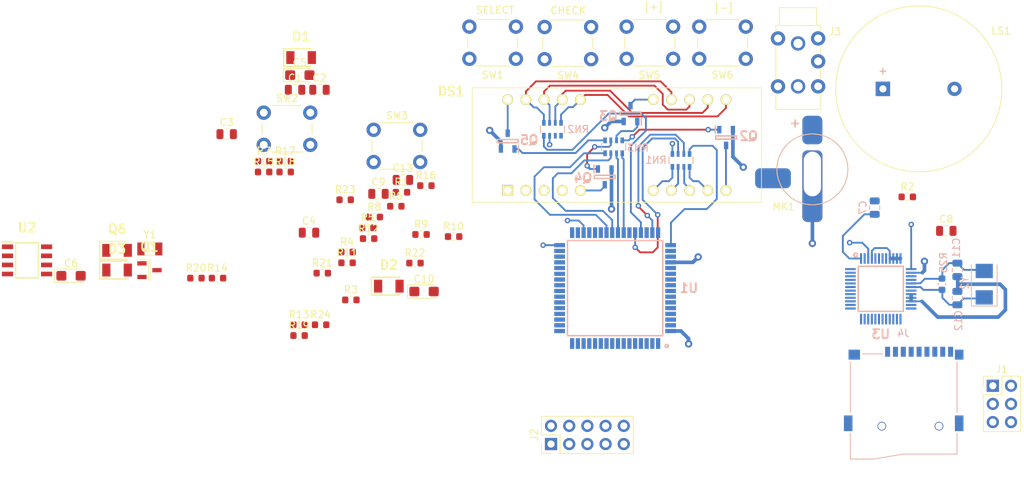
<source format=kicad_pcb>
(kicad_pcb (version 20171130) (host pcbnew 5.0.2-bee76a0~70~ubuntu18.04.1)

  (general
    (thickness 1.6)
    (drawings 0)
    (tracks 291)
    (zones 0)
    (modules 68)
    (nets 109)
  )

  (page A4)
  (title_block
    (title "Dreamstalker PRO")
    (date 2019-08-21)
    (rev v1.0)
  )

  (layers
    (0 F.Cu signal)
    (31 B.Cu signal)
    (32 B.Adhes user)
    (33 F.Adhes user)
    (34 B.Paste user)
    (35 F.Paste user)
    (36 B.SilkS user)
    (37 F.SilkS user)
    (38 B.Mask user)
    (39 F.Mask user)
    (40 Dwgs.User user)
    (41 Cmts.User user)
    (42 Eco1.User user)
    (43 Eco2.User user)
    (44 Edge.Cuts user)
    (45 Margin user)
    (46 B.CrtYd user)
    (47 F.CrtYd user)
    (48 B.Fab user)
    (49 F.Fab user)
  )

  (setup
    (last_trace_width 0.254)
    (trace_clearance 0.2032)
    (zone_clearance 0.508)
    (zone_45_only no)
    (trace_min 0.1524)
    (segment_width 0.2)
    (edge_width 0.15)
    (via_size 0.762)
    (via_drill 0.381)
    (via_min_size 0.6858)
    (via_min_drill 0.3302)
    (uvia_size 0.762)
    (uvia_drill 0.381)
    (uvias_allowed no)
    (uvia_min_size 0.2)
    (uvia_min_drill 0.1)
    (pcb_text_width 0.3)
    (pcb_text_size 1.5 1.5)
    (mod_edge_width 0.15)
    (mod_text_size 1 1)
    (mod_text_width 0.15)
    (pad_size 1.524 1.524)
    (pad_drill 0.762)
    (pad_to_mask_clearance 0.051)
    (solder_mask_min_width 0.25)
    (aux_axis_origin 0 0)
    (visible_elements FFFFFF7F)
    (pcbplotparams
      (layerselection 0x010fc_ffffffff)
      (usegerberextensions false)
      (usegerberattributes false)
      (usegerberadvancedattributes false)
      (creategerberjobfile false)
      (excludeedgelayer true)
      (linewidth 0.100000)
      (plotframeref false)
      (viasonmask false)
      (mode 1)
      (useauxorigin false)
      (hpglpennumber 1)
      (hpglpenspeed 20)
      (hpglpendiameter 15.000000)
      (psnegative false)
      (psa4output false)
      (plotreference true)
      (plotvalue true)
      (plotinvisibletext false)
      (padsonsilk false)
      (subtractmaskfromsilk false)
      (outputformat 1)
      (mirror false)
      (drillshape 1)
      (scaleselection 1)
      (outputdirectory ""))
  )

  (net 0 "")
  (net 1 GND)
  (net 2 /KEY2)
  (net 3 /KEY3)
  (net 4 /KEY6)
  (net 5 /KEY5)
  (net 6 /KEY4)
  (net 7 /KEY1)
  (net 8 "Net-(Q1-Pad1)")
  (net 9 "Net-(M1-Pad2)")
  (net 10 "Net-(Q5-Pad1)")
  (net 11 +3V)
  (net 12 /DIG1)
  (net 13 /DIG2)
  (net 14 "Net-(Q4-Pad1)")
  (net 15 "Net-(Q3-Pad1)")
  (net 16 /DIG3)
  (net 17 /DIG4)
  (net 18 "Net-(Q2-Pad1)")
  (net 19 /SNDOFF)
  (net 20 "Net-(C5-Pad1)")
  (net 21 "Net-(C4-Pad1)")
  (net 22 "Net-(R19-Pad1)")
  (net 23 "Net-(LS1-Pad1)")
  (net 24 "Net-(LS1-Pad2)")
  (net 25 "Net-(DS1-Pad14)")
  (net 26 "Net-(DS1-Pad12)")
  (net 27 "Net-(DS1-Pad13)")
  (net 28 "Net-(DS1-Pad11)")
  (net 29 /SEGF)
  (net 30 /SEGG)
  (net 31 /SEGA)
  (net 32 /SEGB)
  (net 33 "Net-(DS1-Pad4)")
  (net 34 "Net-(DS1-Pad3)")
  (net 35 "Net-(DS1-Pad1)")
  (net 36 "Net-(DS1-Pad2)")
  (net 37 /SEGC)
  (net 38 /SEGH)
  (net 39 /SEGE)
  (net 40 /SEGD)
  (net 41 /R1)
  (net 42 /R3)
  (net 43 /R2)
  (net 44 /R4)
  (net 45 "Net-(C6-Pad1)")
  (net 46 "Net-(C7-Pad1)")
  (net 47 /CDCS)
  (net 48 /VIBRO)
  (net 49 "Net-(C11-Pad2)")
  (net 50 "Net-(C12-Pad2)")
  (net 51 "Net-(C6-Pad2)")
  (net 52 "Net-(C8-Pad1)")
  (net 53 /RESET)
  (net 54 /HPL)
  (net 55 "Net-(J3-PadT)")
  (net 56 "Net-(J3-PadR)")
  (net 57 /HPR)
  (net 58 /SOUND)
  (net 59 /IRRX)
  (net 60 /MICP)
  (net 61 "Net-(C2-Pad2)")
  (net 62 "Net-(C2-Pad1)")
  (net 63 /HPTS)
  (net 64 /GBUF)
  (net 65 /MGBUF)
  (net 66 /MLEFT)
  (net 67 "Net-(D1-Pad2)")
  (net 68 "Net-(D3-Pad2)")
  (net 69 "Net-(D2-Pad2)")
  (net 70 /PDI)
  (net 71 /PDO)
  (net 72 /LED1)
  (net 73 /LED2)
  (net 74 /XRESET)
  (net 75 /SDCS)
  (net 76 /SCK)
  (net 77 /MOSI)
  (net 78 /MISO)
  (net 79 /DREQ)
  (net 80 /XCS)
  (net 81 /XDCS)
  (net 82 /TOSC2)
  (net 83 /TOSC1)
  (net 84 "Net-(U1-Pad23)")
  (net 85 "Net-(U1-Pad24)")
  (net 86 "Net-(U1-Pad27)")
  (net 87 "Net-(U1-Pad28)")
  (net 88 /IRTX)
  (net 89 /SILENT)
  (net 90 "Net-(U1-Pad38)")
  (net 91 "Net-(U1-Pad43)")
  (net 92 /TDI)
  (net 93 /TDO)
  (net 94 /TMS)
  (net 95 /TCK)
  (net 96 "Net-(U1-Pad58)")
  (net 97 "Net-(U1-Pad60)")
  (net 98 "Net-(U1-Pad62)")
  (net 99 "Net-(C7-Pad2)")
  (net 100 "Net-(C8-Pad2)")
  (net 101 "Net-(U3-Pad15)")
  (net 102 "Net-(U3-Pad27)")
  (net 103 "Net-(C13-Pad2)")
  (net 104 "Net-(U3-Pad48)")
  (net 105 "Net-(J2-Pad7)")
  (net 106 "Net-(J2-Pad8)")
  (net 107 "Net-(J4-Pad1)")
  (net 108 "Net-(J4-Pad8)")

  (net_class Default "This is the default net class."
    (clearance 0.2032)
    (trace_width 0.254)
    (via_dia 0.762)
    (via_drill 0.381)
    (uvia_dia 0.762)
    (uvia_drill 0.381)
    (diff_pair_gap 0.254)
    (diff_pair_width 0.254)
    (add_net /CDCS)
    (add_net /DIG1)
    (add_net /DIG2)
    (add_net /DIG3)
    (add_net /DIG4)
    (add_net /DREQ)
    (add_net /GBUF)
    (add_net /HPL)
    (add_net /HPR)
    (add_net /HPTS)
    (add_net /IRRX)
    (add_net /IRTX)
    (add_net /KEY1)
    (add_net /KEY2)
    (add_net /KEY3)
    (add_net /KEY4)
    (add_net /KEY5)
    (add_net /KEY6)
    (add_net /LED1)
    (add_net /LED2)
    (add_net /MGBUF)
    (add_net /MICP)
    (add_net /MISO)
    (add_net /MLEFT)
    (add_net /MOSI)
    (add_net /PDI)
    (add_net /PDO)
    (add_net /R1)
    (add_net /R2)
    (add_net /R3)
    (add_net /R4)
    (add_net /RESET)
    (add_net /SCK)
    (add_net /SDCS)
    (add_net /SEGA)
    (add_net /SEGB)
    (add_net /SEGC)
    (add_net /SEGD)
    (add_net /SEGE)
    (add_net /SEGF)
    (add_net /SEGG)
    (add_net /SEGH)
    (add_net /SILENT)
    (add_net /SNDOFF)
    (add_net /SOUND)
    (add_net /TCK)
    (add_net /TDI)
    (add_net /TDO)
    (add_net /TMS)
    (add_net /TOSC1)
    (add_net /TOSC2)
    (add_net /VIBRO)
    (add_net /XCS)
    (add_net /XDCS)
    (add_net /XRESET)
    (add_net "Net-(C11-Pad2)")
    (add_net "Net-(C12-Pad2)")
    (add_net "Net-(C13-Pad2)")
    (add_net "Net-(C2-Pad1)")
    (add_net "Net-(C2-Pad2)")
    (add_net "Net-(C4-Pad1)")
    (add_net "Net-(C5-Pad1)")
    (add_net "Net-(C6-Pad1)")
    (add_net "Net-(C6-Pad2)")
    (add_net "Net-(C7-Pad1)")
    (add_net "Net-(C7-Pad2)")
    (add_net "Net-(C8-Pad1)")
    (add_net "Net-(C8-Pad2)")
    (add_net "Net-(D1-Pad2)")
    (add_net "Net-(D2-Pad2)")
    (add_net "Net-(D3-Pad2)")
    (add_net "Net-(DS1-Pad1)")
    (add_net "Net-(DS1-Pad11)")
    (add_net "Net-(DS1-Pad12)")
    (add_net "Net-(DS1-Pad13)")
    (add_net "Net-(DS1-Pad14)")
    (add_net "Net-(DS1-Pad2)")
    (add_net "Net-(DS1-Pad3)")
    (add_net "Net-(DS1-Pad4)")
    (add_net "Net-(J2-Pad7)")
    (add_net "Net-(J2-Pad8)")
    (add_net "Net-(J3-PadR)")
    (add_net "Net-(J3-PadT)")
    (add_net "Net-(J4-Pad1)")
    (add_net "Net-(J4-Pad8)")
    (add_net "Net-(LS1-Pad1)")
    (add_net "Net-(LS1-Pad2)")
    (add_net "Net-(M1-Pad2)")
    (add_net "Net-(Q1-Pad1)")
    (add_net "Net-(Q2-Pad1)")
    (add_net "Net-(Q3-Pad1)")
    (add_net "Net-(Q4-Pad1)")
    (add_net "Net-(Q5-Pad1)")
    (add_net "Net-(R19-Pad1)")
    (add_net "Net-(U1-Pad23)")
    (add_net "Net-(U1-Pad24)")
    (add_net "Net-(U1-Pad27)")
    (add_net "Net-(U1-Pad28)")
    (add_net "Net-(U1-Pad38)")
    (add_net "Net-(U1-Pad43)")
    (add_net "Net-(U1-Pad58)")
    (add_net "Net-(U1-Pad60)")
    (add_net "Net-(U1-Pad62)")
    (add_net "Net-(U3-Pad15)")
    (add_net "Net-(U3-Pad27)")
    (add_net "Net-(U3-Pad48)")
  )

  (net_class Power ""
    (clearance 0.2032)
    (trace_width 0.508)
    (via_dia 1.016)
    (via_drill 0.508)
    (uvia_dia 1.016)
    (uvia_drill 0.508)
    (diff_pair_gap 0.254)
    (diff_pair_width 0.254)
    (add_net +3V)
    (add_net GND)
  )

  (module Dreamstalker-Footprints:JININ_ELECTRET_CONDENSER_MICROPHONE_ECM-30 (layer F.Cu) (tedit 5D5DAD50) (tstamp 5D5D8FDD)
    (at 138.3 65.7)
    (path /5F3B40D4)
    (fp_text reference MK1 (at -4 5.2) (layer F.SilkS)
      (effects (font (size 1 1) (thickness 0.15)))
    )
    (fp_text value ECM-30 (at 0 9.55) (layer F.Fab) hide
      (effects (font (size 1 1) (thickness 0.15)))
    )
    (fp_circle (center 0 0) (end 4.95 0) (layer B.SilkS) (width 0.12))
    (fp_circle (center 0 0) (end 4.95 0) (layer F.SilkS) (width 0.12))
    (fp_text user %R (at 3.7 0.05) (layer F.Fab)
      (effects (font (size 1 1) (thickness 0.15)))
    )
    (fp_circle (center 0 0) (end 5.8 0) (layer F.CrtYd) (width 0.1))
    (fp_text user + (at -2.4 -6.5) (layer F.Fab)
      (effects (font (size 1.2 1.2) (thickness 0.25)))
    )
    (fp_text user + (at -2.4 -6.5) (layer B.SilkS)
      (effects (font (size 1.2 1.2) (thickness 0.25)) (justify mirror))
    )
    (fp_circle (center 0 0) (end 4.85 0) (layer F.Fab) (width 0.1))
    (pad 1 smd roundrect (at 0 -5.5) (size 2.8 4) (layers B.Cu B.Paste B.Mask) (roundrect_rratio 0.25)
      (net 46 "Net-(C7-Pad1)"))
    (pad 2 smd roundrect (at -5.5 1.25) (size 5 2.8) (layers B.Cu B.Paste B.Mask) (roundrect_rratio 0.25)
      (net 52 "Net-(C8-Pad1)"))
    (pad 3 thru_hole roundrect (at 0 0.65) (size 2.8 10) (drill oval 2.4 6.24 (offset 0 1.7)) (layers *.Mask B.Cu) (roundrect_rratio 0.25)
      (net 1 GND))
  )

  (module Dreamstalker-Footprints:SW_PUSH_6mm (layer F.Cu) (tedit 5D5D8E94) (tstamp 5D5D6EF7)
    (at 100.9 45.8)
    (descr https://www.omron.com/ecb/products/pdf/en-b3f.pdf)
    (tags "tact sw push 6mm")
    (path /61A77589)
    (fp_text reference SW4 (at 3.3 6.75) (layer F.SilkS)
      (effects (font (size 1 1) (thickness 0.15)))
    )
    (fp_text value CHECK (at 3.3 -2.3) (layer F.Fab)
      (effects (font (size 1 1) (thickness 0.15)))
    )
    (fp_text user %V (at 3.3 -2.3) (layer F.SilkS)
      (effects (font (size 1 1) (thickness 0.15)))
    )
    (fp_circle (center 3.25 2.25) (end 1.25 2.5) (layer F.Fab) (width 0.1))
    (fp_line (start 6.75 3) (end 6.75 1.5) (layer F.SilkS) (width 0.12))
    (fp_line (start 5.5 -1) (end 1 -1) (layer F.SilkS) (width 0.12))
    (fp_line (start -0.25 1.5) (end -0.25 3) (layer F.SilkS) (width 0.12))
    (fp_line (start 1 5.5) (end 5.5 5.5) (layer F.SilkS) (width 0.12))
    (fp_line (start 8 -1.25) (end 8 5.75) (layer F.CrtYd) (width 0.05))
    (fp_line (start 7.75 6) (end -1.25 6) (layer F.CrtYd) (width 0.05))
    (fp_line (start -1.5 5.75) (end -1.5 -1.25) (layer F.CrtYd) (width 0.05))
    (fp_line (start -1.25 -1.5) (end 7.75 -1.5) (layer F.CrtYd) (width 0.05))
    (fp_line (start -1.5 6) (end -1.25 6) (layer F.CrtYd) (width 0.05))
    (fp_line (start -1.5 5.75) (end -1.5 6) (layer F.CrtYd) (width 0.05))
    (fp_line (start -1.5 -1.5) (end -1.25 -1.5) (layer F.CrtYd) (width 0.05))
    (fp_line (start -1.5 -1.25) (end -1.5 -1.5) (layer F.CrtYd) (width 0.05))
    (fp_line (start 8 -1.5) (end 8 -1.25) (layer F.CrtYd) (width 0.05))
    (fp_line (start 7.75 -1.5) (end 8 -1.5) (layer F.CrtYd) (width 0.05))
    (fp_line (start 8 6) (end 8 5.75) (layer F.CrtYd) (width 0.05))
    (fp_line (start 7.75 6) (end 8 6) (layer F.CrtYd) (width 0.05))
    (fp_line (start 0.25 -0.75) (end 3.25 -0.75) (layer F.Fab) (width 0.1))
    (fp_line (start 0.25 5.25) (end 0.25 -0.75) (layer F.Fab) (width 0.1))
    (fp_line (start 6.25 5.25) (end 0.25 5.25) (layer F.Fab) (width 0.1))
    (fp_line (start 6.25 -0.75) (end 6.25 5.25) (layer F.Fab) (width 0.1))
    (fp_line (start 3.25 -0.75) (end 6.25 -0.75) (layer F.Fab) (width 0.1))
    (fp_text user %R (at 3.25 2.25) (layer F.Fab)
      (effects (font (size 1 1) (thickness 0.15)))
    )
    (pad 1 thru_hole circle (at 6.5 0 90) (size 2 2) (drill 1.1) (layers *.Cu *.Mask)
      (net 6 /KEY4))
    (pad 2 thru_hole circle (at 6.5 4.5 90) (size 2 2) (drill 1.1) (layers *.Cu *.Mask)
      (net 1 GND))
    (pad 1 thru_hole circle (at 0 0 90) (size 2 2) (drill 1.1) (layers *.Cu *.Mask)
      (net 6 /KEY4))
    (pad 2 thru_hole circle (at 0 4.5 90) (size 2 2) (drill 1.1) (layers *.Cu *.Mask)
      (net 1 GND))
    (model ${KISYS3DMOD}/Button_Switch_THT.3dshapes/SW_PUSH_6mm.wrl
      (at (xyz 0 0 0))
      (scale (xyz 1 1 1))
      (rotate (xyz 0 0 0))
    )
  )

  (module Dreamstalker-Footprints:SW_PUSH_6mm (layer F.Cu) (tedit 5D5D8E94) (tstamp 5D5D6EB9)
    (at 122.5 45.75)
    (descr https://www.omron.com/ecb/products/pdf/en-b3f.pdf)
    (tags "tact sw push 6mm")
    (path /61A77770)
    (fp_text reference SW6 (at 3.25 6.75) (layer F.SilkS)
      (effects (font (size 1 1) (thickness 0.15)))
    )
    (fp_text value [-] (at 3.4 -2.65) (layer F.Fab)
      (effects (font (size 1 1) (thickness 0.15)))
    )
    (fp_text user %V (at 3.4 -2.65) (layer F.SilkS)
      (effects (font (size 1 1) (thickness 0.15)))
    )
    (fp_circle (center 3.25 2.25) (end 1.25 2.5) (layer F.Fab) (width 0.1))
    (fp_line (start 6.75 3) (end 6.75 1.5) (layer F.SilkS) (width 0.12))
    (fp_line (start 5.5 -1) (end 1 -1) (layer F.SilkS) (width 0.12))
    (fp_line (start -0.25 1.5) (end -0.25 3) (layer F.SilkS) (width 0.12))
    (fp_line (start 1 5.5) (end 5.5 5.5) (layer F.SilkS) (width 0.12))
    (fp_line (start 8 -1.25) (end 8 5.75) (layer F.CrtYd) (width 0.05))
    (fp_line (start 7.75 6) (end -1.25 6) (layer F.CrtYd) (width 0.05))
    (fp_line (start -1.5 5.75) (end -1.5 -1.25) (layer F.CrtYd) (width 0.05))
    (fp_line (start -1.25 -1.5) (end 7.75 -1.5) (layer F.CrtYd) (width 0.05))
    (fp_line (start -1.5 6) (end -1.25 6) (layer F.CrtYd) (width 0.05))
    (fp_line (start -1.5 5.75) (end -1.5 6) (layer F.CrtYd) (width 0.05))
    (fp_line (start -1.5 -1.5) (end -1.25 -1.5) (layer F.CrtYd) (width 0.05))
    (fp_line (start -1.5 -1.25) (end -1.5 -1.5) (layer F.CrtYd) (width 0.05))
    (fp_line (start 8 -1.5) (end 8 -1.25) (layer F.CrtYd) (width 0.05))
    (fp_line (start 7.75 -1.5) (end 8 -1.5) (layer F.CrtYd) (width 0.05))
    (fp_line (start 8 6) (end 8 5.75) (layer F.CrtYd) (width 0.05))
    (fp_line (start 7.75 6) (end 8 6) (layer F.CrtYd) (width 0.05))
    (fp_line (start 0.25 -0.75) (end 3.25 -0.75) (layer F.Fab) (width 0.1))
    (fp_line (start 0.25 5.25) (end 0.25 -0.75) (layer F.Fab) (width 0.1))
    (fp_line (start 6.25 5.25) (end 0.25 5.25) (layer F.Fab) (width 0.1))
    (fp_line (start 6.25 -0.75) (end 6.25 5.25) (layer F.Fab) (width 0.1))
    (fp_line (start 3.25 -0.75) (end 6.25 -0.75) (layer F.Fab) (width 0.1))
    (fp_text user %R (at 3.25 2.25) (layer F.Fab)
      (effects (font (size 1 1) (thickness 0.15)))
    )
    (pad 1 thru_hole circle (at 6.5 0 90) (size 2 2) (drill 1.1) (layers *.Cu *.Mask)
      (net 4 /KEY6))
    (pad 2 thru_hole circle (at 6.5 4.5 90) (size 2 2) (drill 1.1) (layers *.Cu *.Mask)
      (net 1 GND))
    (pad 1 thru_hole circle (at 0 0 90) (size 2 2) (drill 1.1) (layers *.Cu *.Mask)
      (net 4 /KEY6))
    (pad 2 thru_hole circle (at 0 4.5 90) (size 2 2) (drill 1.1) (layers *.Cu *.Mask)
      (net 1 GND))
    (model ${KISYS3DMOD}/Button_Switch_THT.3dshapes/SW_PUSH_6mm.wrl
      (at (xyz 0 0 0))
      (scale (xyz 1 1 1))
      (rotate (xyz 0 0 0))
    )
  )

  (module Dreamstalker-Footprints:SW_PUSH_6mm (layer F.Cu) (tedit 5D5D8E94) (tstamp 5D5D6ED8)
    (at 112.35 45.75)
    (descr https://www.omron.com/ecb/products/pdf/en-b3f.pdf)
    (tags "tact sw push 6mm")
    (path /61A7768F)
    (fp_text reference SW5 (at 3.2 6.75) (layer F.SilkS)
      (effects (font (size 1 1) (thickness 0.15)))
    )
    (fp_text value [+] (at 3.8 -2.8) (layer F.Fab)
      (effects (font (size 1 1) (thickness 0.15)))
    )
    (fp_text user %V (at 3.8 -2.8) (layer F.SilkS)
      (effects (font (size 1 1) (thickness 0.15)))
    )
    (fp_circle (center 3.25 2.25) (end 1.25 2.5) (layer F.Fab) (width 0.1))
    (fp_line (start 6.75 3) (end 6.75 1.5) (layer F.SilkS) (width 0.12))
    (fp_line (start 5.5 -1) (end 1 -1) (layer F.SilkS) (width 0.12))
    (fp_line (start -0.25 1.5) (end -0.25 3) (layer F.SilkS) (width 0.12))
    (fp_line (start 1 5.5) (end 5.5 5.5) (layer F.SilkS) (width 0.12))
    (fp_line (start 8 -1.25) (end 8 5.75) (layer F.CrtYd) (width 0.05))
    (fp_line (start 7.75 6) (end -1.25 6) (layer F.CrtYd) (width 0.05))
    (fp_line (start -1.5 5.75) (end -1.5 -1.25) (layer F.CrtYd) (width 0.05))
    (fp_line (start -1.25 -1.5) (end 7.75 -1.5) (layer F.CrtYd) (width 0.05))
    (fp_line (start -1.5 6) (end -1.25 6) (layer F.CrtYd) (width 0.05))
    (fp_line (start -1.5 5.75) (end -1.5 6) (layer F.CrtYd) (width 0.05))
    (fp_line (start -1.5 -1.5) (end -1.25 -1.5) (layer F.CrtYd) (width 0.05))
    (fp_line (start -1.5 -1.25) (end -1.5 -1.5) (layer F.CrtYd) (width 0.05))
    (fp_line (start 8 -1.5) (end 8 -1.25) (layer F.CrtYd) (width 0.05))
    (fp_line (start 7.75 -1.5) (end 8 -1.5) (layer F.CrtYd) (width 0.05))
    (fp_line (start 8 6) (end 8 5.75) (layer F.CrtYd) (width 0.05))
    (fp_line (start 7.75 6) (end 8 6) (layer F.CrtYd) (width 0.05))
    (fp_line (start 0.25 -0.75) (end 3.25 -0.75) (layer F.Fab) (width 0.1))
    (fp_line (start 0.25 5.25) (end 0.25 -0.75) (layer F.Fab) (width 0.1))
    (fp_line (start 6.25 5.25) (end 0.25 5.25) (layer F.Fab) (width 0.1))
    (fp_line (start 6.25 -0.75) (end 6.25 5.25) (layer F.Fab) (width 0.1))
    (fp_line (start 3.25 -0.75) (end 6.25 -0.75) (layer F.Fab) (width 0.1))
    (fp_text user %R (at 3.25 2.25) (layer F.Fab)
      (effects (font (size 1 1) (thickness 0.15)))
    )
    (pad 1 thru_hole circle (at 6.5 0 90) (size 2 2) (drill 1.1) (layers *.Cu *.Mask)
      (net 5 /KEY5))
    (pad 2 thru_hole circle (at 6.5 4.5 90) (size 2 2) (drill 1.1) (layers *.Cu *.Mask)
      (net 1 GND))
    (pad 1 thru_hole circle (at 0 0 90) (size 2 2) (drill 1.1) (layers *.Cu *.Mask)
      (net 5 /KEY5))
    (pad 2 thru_hole circle (at 0 4.5 90) (size 2 2) (drill 1.1) (layers *.Cu *.Mask)
      (net 1 GND))
    (model ${KISYS3DMOD}/Button_Switch_THT.3dshapes/SW_PUSH_6mm.wrl
      (at (xyz 0 0 0))
      (scale (xyz 1 1 1))
      (rotate (xyz 0 0 0))
    )
  )

  (module Dreamstalker-Footprints:SW_PUSH_6mm (layer F.Cu) (tedit 5D5D8E94) (tstamp 5D5D6F16)
    (at 90.4 45.75)
    (descr https://www.omron.com/ecb/products/pdf/en-b3f.pdf)
    (tags "tact sw push 6mm")
    (path /61A77055)
    (fp_text reference SW1 (at 3.25 6.75) (layer F.SilkS)
      (effects (font (size 1 1) (thickness 0.15)))
    )
    (fp_text value SELECT (at 3.6 -2.3) (layer F.Fab)
      (effects (font (size 1 1) (thickness 0.15)))
    )
    (fp_text user %V (at 3.6 -2.3) (layer F.SilkS)
      (effects (font (size 1 1) (thickness 0.15)))
    )
    (fp_circle (center 3.25 2.25) (end 1.25 2.5) (layer F.Fab) (width 0.1))
    (fp_line (start 6.75 3) (end 6.75 1.5) (layer F.SilkS) (width 0.12))
    (fp_line (start 5.5 -1) (end 1 -1) (layer F.SilkS) (width 0.12))
    (fp_line (start -0.25 1.5) (end -0.25 3) (layer F.SilkS) (width 0.12))
    (fp_line (start 1 5.5) (end 5.5 5.5) (layer F.SilkS) (width 0.12))
    (fp_line (start 8 -1.25) (end 8 5.75) (layer F.CrtYd) (width 0.05))
    (fp_line (start 7.75 6) (end -1.25 6) (layer F.CrtYd) (width 0.05))
    (fp_line (start -1.5 5.75) (end -1.5 -1.25) (layer F.CrtYd) (width 0.05))
    (fp_line (start -1.25 -1.5) (end 7.75 -1.5) (layer F.CrtYd) (width 0.05))
    (fp_line (start -1.5 6) (end -1.25 6) (layer F.CrtYd) (width 0.05))
    (fp_line (start -1.5 5.75) (end -1.5 6) (layer F.CrtYd) (width 0.05))
    (fp_line (start -1.5 -1.5) (end -1.25 -1.5) (layer F.CrtYd) (width 0.05))
    (fp_line (start -1.5 -1.25) (end -1.5 -1.5) (layer F.CrtYd) (width 0.05))
    (fp_line (start 8 -1.5) (end 8 -1.25) (layer F.CrtYd) (width 0.05))
    (fp_line (start 7.75 -1.5) (end 8 -1.5) (layer F.CrtYd) (width 0.05))
    (fp_line (start 8 6) (end 8 5.75) (layer F.CrtYd) (width 0.05))
    (fp_line (start 7.75 6) (end 8 6) (layer F.CrtYd) (width 0.05))
    (fp_line (start 0.25 -0.75) (end 3.25 -0.75) (layer F.Fab) (width 0.1))
    (fp_line (start 0.25 5.25) (end 0.25 -0.75) (layer F.Fab) (width 0.1))
    (fp_line (start 6.25 5.25) (end 0.25 5.25) (layer F.Fab) (width 0.1))
    (fp_line (start 6.25 -0.75) (end 6.25 5.25) (layer F.Fab) (width 0.1))
    (fp_line (start 3.25 -0.75) (end 6.25 -0.75) (layer F.Fab) (width 0.1))
    (fp_text user %R (at 3.25 2.25) (layer F.Fab)
      (effects (font (size 1 1) (thickness 0.15)))
    )
    (pad 1 thru_hole circle (at 6.5 0 90) (size 2 2) (drill 1.1) (layers *.Cu *.Mask)
      (net 7 /KEY1))
    (pad 2 thru_hole circle (at 6.5 4.5 90) (size 2 2) (drill 1.1) (layers *.Cu *.Mask)
      (net 1 GND))
    (pad 1 thru_hole circle (at 0 0 90) (size 2 2) (drill 1.1) (layers *.Cu *.Mask)
      (net 7 /KEY1))
    (pad 2 thru_hole circle (at 0 4.5 90) (size 2 2) (drill 1.1) (layers *.Cu *.Mask)
      (net 1 GND))
    (model ${KISYS3DMOD}/Button_Switch_THT.3dshapes/SW_PUSH_6mm.wrl
      (at (xyz 0 0 0))
      (scale (xyz 1 1 1))
      (rotate (xyz 0 0 0))
    )
  )

  (module Dreamstalker-Footprints:Buzzer_23x11.5RM10 (layer F.Cu) (tedit 5D5D8DFA) (tstamp 5D5D7433)
    (at 148.15 54.45)
    (descr "Generic Buzzer, D15mm height 7.5mm with RM7.6mm")
    (tags buzzer)
    (path /5F579AF1)
    (fp_text reference LS1 (at 16.5 -8.1) (layer F.SilkS)
      (effects (font (size 1 1) (thickness 0.15)))
    )
    (fp_text value HSM23A-8 (at 5 13.65) (layer F.Fab) hide
      (effects (font (size 1 1) (thickness 0.15)))
    )
    (fp_text user + (at 0 -2.54) (layer B.SilkS)
      (effects (font (size 1 1) (thickness 0.15)) (justify mirror))
    )
    (fp_text user %R (at 5.6 -3.25) (layer F.Fab)
      (effects (font (size 1 1) (thickness 0.15)))
    )
    (fp_circle (center 5 0) (end 16.6 0) (layer F.SilkS) (width 0.12))
    (fp_circle (center 5 0) (end 6 0) (layer F.Fab) (width 0.1))
    (fp_circle (center 5 0) (end 16.5 0) (layer F.Fab) (width 0.1))
    (fp_circle (center 5 0) (end 17.4 0) (layer F.CrtYd) (width 0.05))
    (fp_text user + (at -0.01 -2.54) (layer F.SilkS)
      (effects (font (size 1 1) (thickness 0.15)))
    )
    (fp_text user + (at -0.01 -2.54) (layer F.Fab)
      (effects (font (size 1 1) (thickness 0.15)))
    )
    (pad 2 thru_hole circle (at 10 0) (size 2 2) (drill 1) (layers *.Cu *.Mask)
      (net 24 "Net-(LS1-Pad2)"))
    (pad 1 thru_hole rect (at 0 0) (size 2 2) (drill 1) (layers *.Cu *.Mask)
      (net 23 "Net-(LS1-Pad1)"))
  )

  (module Dreamstalker-Footprints:DCI_Phone_Jack_3.5mm_ST-033 (layer F.Cu) (tedit 5D5D87D6) (tstamp 5D5D72CE)
    (at 136.3 50.7)
    (path /5E4F5895)
    (fp_text reference J3 (at 5.15 -4.25) (layer F.SilkS)
      (effects (font (size 1 1) (thickness 0.15)))
    )
    (fp_text value ST-033 (at 0 8.3) (layer F.Fab) hide
      (effects (font (size 1 1) (thickness 0.15)))
    )
    (fp_line (start -4 7) (end -4 -8) (layer F.CrtYd) (width 0.1))
    (fp_line (start 4 7) (end -4 7) (layer F.CrtYd) (width 0.1))
    (fp_line (start 4 -8) (end 4 7) (layer F.CrtYd) (width 0.1))
    (fp_line (start -4 -8) (end 4 -8) (layer F.CrtYd) (width 0.1))
    (fp_line (start -2.6 -5.1) (end 2.6 -5.1) (layer F.SilkS) (width 0.12))
    (fp_line (start -2.5 -5) (end 2.5 -5) (layer F.Fab) (width 0.1))
    (fp_line (start 3.1 6.6) (end 3.1 4.5) (layer F.SilkS) (width 0.12))
    (fp_line (start -3.1 6.6) (end 3.1 6.6) (layer F.SilkS) (width 0.12))
    (fp_line (start -3.1 4.5) (end -3.1 6.6) (layer F.SilkS) (width 0.12))
    (fp_line (start 3.1 1) (end 3.1 2.3) (layer F.SilkS) (width 0.12))
    (fp_line (start 3.1 -2.2) (end 3.1 -1.2) (layer F.SilkS) (width 0.12))
    (fp_line (start -3.1 -2.2) (end -3.1 2.3) (layer F.SilkS) (width 0.12))
    (fp_line (start 2.6 -5.1) (end 3.1 -5.1) (layer F.SilkS) (width 0.12))
    (fp_line (start 3.1 -5.1) (end 3.1 -4.4) (layer F.SilkS) (width 0.12))
    (fp_line (start -3.1 -5.1) (end -3.1 -4.4) (layer F.SilkS) (width 0.12))
    (fp_line (start -2.6 -5.1) (end -3.1 -5.1) (layer F.SilkS) (width 0.12))
    (fp_line (start 2.6 -7.6) (end 2.6 -5.1) (layer F.SilkS) (width 0.12))
    (fp_line (start -2.6 -7.6) (end 2.6 -7.6) (layer F.SilkS) (width 0.12))
    (fp_line (start -2.6 -7.6) (end -2.6 -5.1) (layer F.SilkS) (width 0.12))
    (fp_text user %R (at -0.25 1.1) (layer F.Fab)
      (effects (font (size 1 1) (thickness 0.15)))
    )
    (fp_line (start -3 6.5) (end 3 6.5) (layer F.Fab) (width 0.1))
    (fp_line (start 2.5 -5) (end 3 -5) (layer F.Fab) (width 0.1))
    (fp_line (start -3 -5) (end -2.5 -5) (layer F.Fab) (width 0.1))
    (fp_line (start 2.5 -7.5) (end 2.5 -5) (layer F.Fab) (width 0.1))
    (fp_line (start -2.5 -7.5) (end 2.5 -7.5) (layer F.Fab) (width 0.1))
    (fp_line (start -2.5 -7.5) (end -2.5 -5) (layer F.Fab) (width 0.1))
    (fp_line (start 3 -5) (end 3 6.5) (layer F.Fab) (width 0.1))
    (fp_line (start -3 -5) (end -3 6.5) (layer F.Fab) (width 0.1))
    (pad "" np_thru_hole circle (at 0 -2.6) (size 2 2) (drill 1.3) (layers *.Cu *.Mask))
    (pad "" np_thru_hole circle (at 0 3.4) (size 2 2) (drill 1.3) (layers *.Cu *.Mask))
    (pad T thru_hole circle (at -2.8 3.4) (size 2 2) (drill 1.1) (layers *.Cu *.Mask)
      (net 55 "Net-(J3-PadT)"))
    (pad S thru_hole circle (at -2.8 -3.3) (size 2 2) (drill 1.1) (layers *.Cu *.Mask)
      (net 64 /GBUF))
    (pad T thru_hole circle (at 2.8 3.4) (size 2 2) (drill 1.1) (layers *.Cu *.Mask)
      (net 55 "Net-(J3-PadT)"))
    (pad R thru_hole circle (at 2.8 -0.1) (size 2 2) (drill 1.1) (layers *.Cu *.Mask)
      (net 56 "Net-(J3-PadR)"))
    (pad S thru_hole circle (at 2.8 -3.3) (size 2 2) (drill 1.1) (layers *.Cu *.Mask)
      (net 64 /GBUF))
  )

  (module Dreamstalker-Footprints:CA04-41 locked (layer F.Cu) (tedit 5D51A8DE) (tstamp 5D5D7426)
    (at 95.75 68.65)
    (descr CA04-41CGKWA-4)
    (tags Display)
    (path /60F7A53A)
    (fp_text reference DS1 (at -7.9 -13.85) (layer F.SilkS)
      (effects (font (size 1.27 1.27) (thickness 0.254)))
    )
    (fp_text value CA04-41SRWA (at 15.65 -5) (layer F.SilkS) hide
      (effects (font (size 1.27 1.27) (thickness 0.254)))
    )
    (fp_line (start -4.96 -14.35) (end 35.44 -14.35) (layer Dwgs.User) (width 0.2))
    (fp_line (start 35.44 -14.35) (end 35.44 1.65) (layer Dwgs.User) (width 0.2))
    (fp_line (start 35.44 1.65) (end -4.96 1.65) (layer Dwgs.User) (width 0.2))
    (fp_line (start -4.96 1.65) (end -4.96 -14.35) (layer Dwgs.User) (width 0.2))
    (fp_line (start -4.96 -14.35) (end 35.44 -14.35) (layer F.SilkS) (width 0.1))
    (fp_line (start 35.44 -14.35) (end 35.44 1.65) (layer F.SilkS) (width 0.1))
    (fp_line (start 35.44 1.65) (end -4.96 1.65) (layer F.SilkS) (width 0.1))
    (fp_line (start -4.96 1.65) (end -4.96 -14.35) (layer F.SilkS) (width 0.1))
    (fp_line (start -5.96 -15.35) (end 36.44 -15.35) (layer Dwgs.User) (width 0.1))
    (fp_line (start 36.44 -15.35) (end 36.44 2.65) (layer Dwgs.User) (width 0.1))
    (fp_line (start 36.44 2.65) (end -5.96 2.65) (layer Dwgs.User) (width 0.1))
    (fp_line (start -5.96 2.65) (end -5.96 -15.35) (layer Dwgs.User) (width 0.1))
    (pad 1 thru_hole rect (at 0 0 90) (size 1.5 1.5) (drill 1) (layers *.Cu *.Mask F.SilkS)
      (net 35 "Net-(DS1-Pad1)"))
    (pad 2 thru_hole circle (at 2.54 0 90) (size 1.5 1.5) (drill 1) (layers *.Cu *.Mask F.SilkS)
      (net 36 "Net-(DS1-Pad2)"))
    (pad 3 thru_hole circle (at 5.08 0 90) (size 1.5 1.5) (drill 1) (layers *.Cu *.Mask F.SilkS)
      (net 34 "Net-(DS1-Pad3)"))
    (pad 4 thru_hole circle (at 7.62 0 90) (size 1.5 1.5) (drill 1) (layers *.Cu *.Mask F.SilkS)
      (net 33 "Net-(DS1-Pad4)"))
    (pad 5 thru_hole circle (at 10.16 0 90) (size 1.5 1.5) (drill 1) (layers *.Cu *.Mask F.SilkS)
      (net 13 /DIG2))
    (pad 6 thru_hole circle (at 20.32 0 90) (size 1.5 1.5) (drill 1) (layers *.Cu *.Mask F.SilkS)
      (net 35 "Net-(DS1-Pad1)"))
    (pad 7 thru_hole circle (at 22.86 0 90) (size 1.5 1.5) (drill 1) (layers *.Cu *.Mask F.SilkS)
      (net 36 "Net-(DS1-Pad2)"))
    (pad 8 thru_hole circle (at 25.4 0 90) (size 1.5 1.5) (drill 1) (layers *.Cu *.Mask F.SilkS)
      (net 34 "Net-(DS1-Pad3)"))
    (pad 9 thru_hole circle (at 27.94 0 90) (size 1.5 1.5) (drill 1) (layers *.Cu *.Mask F.SilkS)
      (net 33 "Net-(DS1-Pad4)"))
    (pad 10 thru_hole circle (at 30.48 0 90) (size 1.5 1.5) (drill 1) (layers *.Cu *.Mask F.SilkS)
      (net 17 /DIG4))
    (pad 11 thru_hole circle (at 30.48 -12.7 90) (size 1.5 1.5) (drill 1) (layers *.Cu *.Mask F.SilkS)
      (net 28 "Net-(DS1-Pad11)"))
    (pad 12 thru_hole circle (at 27.94 -12.7 90) (size 1.5 1.5) (drill 1) (layers *.Cu *.Mask F.SilkS)
      (net 26 "Net-(DS1-Pad12)"))
    (pad 13 thru_hole circle (at 25.4 -12.7 90) (size 1.5 1.5) (drill 1) (layers *.Cu *.Mask F.SilkS)
      (net 27 "Net-(DS1-Pad13)"))
    (pad 14 thru_hole circle (at 22.86 -12.7 90) (size 1.5 1.5) (drill 1) (layers *.Cu *.Mask F.SilkS)
      (net 25 "Net-(DS1-Pad14)"))
    (pad 15 thru_hole circle (at 20.32 -12.7 90) (size 1.5 1.5) (drill 1) (layers *.Cu *.Mask F.SilkS)
      (net 16 /DIG3))
    (pad 16 thru_hole circle (at 10.16 -12.7 90) (size 1.5 1.5) (drill 1) (layers *.Cu *.Mask F.SilkS)
      (net 28 "Net-(DS1-Pad11)"))
    (pad 17 thru_hole circle (at 7.62 -12.7 90) (size 1.5 1.5) (drill 1) (layers *.Cu *.Mask F.SilkS)
      (net 26 "Net-(DS1-Pad12)"))
    (pad 18 thru_hole circle (at 5.08 -12.7 90) (size 1.5 1.5) (drill 1) (layers *.Cu *.Mask F.SilkS)
      (net 27 "Net-(DS1-Pad13)"))
    (pad 19 thru_hole circle (at 2.54 -12.7 90) (size 1.5 1.5) (drill 1) (layers *.Cu *.Mask F.SilkS)
      (net 25 "Net-(DS1-Pad14)"))
    (pad 20 thru_hole circle (at 0 -12.7 90) (size 1.5 1.5) (drill 1) (layers *.Cu *.Mask F.SilkS)
      (net 12 /DIG1))
  )

  (module Dreamstalker-Footprints:CP_EIA-3216-18_Kemet-A (layer F.Cu) (tedit 5B301BBE) (tstamp 5D5D7402)
    (at 66.720001 52.525001)
    (descr "Tantalum Capacitor SMD Kemet-A (3216-18 Metric), IPC_7351 nominal, (Body size from: http://www.kemet.com/Lists/ProductCatalog/Attachments/253/KEM_TC101_STD.pdf), generated with kicad-footprint-generator")
    (tags "capacitor tantalum")
    (path /5FD21C2C)
    (attr smd)
    (fp_text reference C5 (at 0 -1.75) (layer F.SilkS)
      (effects (font (size 1 1) (thickness 0.15)))
    )
    (fp_text value 47u (at 0 1.75) (layer F.Fab)
      (effects (font (size 1 1) (thickness 0.15)))
    )
    (fp_line (start 1.6 -0.8) (end -1.2 -0.8) (layer F.Fab) (width 0.1))
    (fp_line (start -1.2 -0.8) (end -1.6 -0.4) (layer F.Fab) (width 0.1))
    (fp_line (start -1.6 -0.4) (end -1.6 0.8) (layer F.Fab) (width 0.1))
    (fp_line (start -1.6 0.8) (end 1.6 0.8) (layer F.Fab) (width 0.1))
    (fp_line (start 1.6 0.8) (end 1.6 -0.8) (layer F.Fab) (width 0.1))
    (fp_line (start 1.6 -0.935) (end -2.31 -0.935) (layer F.SilkS) (width 0.12))
    (fp_line (start -2.31 -0.935) (end -2.31 0.935) (layer F.SilkS) (width 0.12))
    (fp_line (start -2.31 0.935) (end 1.6 0.935) (layer F.SilkS) (width 0.12))
    (fp_line (start -2.3 1.05) (end -2.3 -1.05) (layer F.CrtYd) (width 0.05))
    (fp_line (start -2.3 -1.05) (end 2.3 -1.05) (layer F.CrtYd) (width 0.05))
    (fp_line (start 2.3 -1.05) (end 2.3 1.05) (layer F.CrtYd) (width 0.05))
    (fp_line (start 2.3 1.05) (end -2.3 1.05) (layer F.CrtYd) (width 0.05))
    (fp_text user %R (at 0 0) (layer F.Fab)
      (effects (font (size 0.8 0.8) (thickness 0.12)))
    )
    (pad 1 smd roundrect (at -1.35 0) (size 1.4 1.35) (layers F.Cu F.Paste F.Mask) (roundrect_rratio 0.185185)
      (net 20 "Net-(C5-Pad1)"))
    (pad 2 smd roundrect (at 1.35 0) (size 1.4 1.35) (layers F.Cu F.Paste F.Mask) (roundrect_rratio 0.185185)
      (net 1 GND))
    (model ${KISYS3DMOD}/Capacitor_Tantalum_SMD.3dshapes/CP_EIA-3216-18_Kemet-A.wrl
      (at (xyz 0 0 0))
      (scale (xyz 1 1 1))
      (rotate (xyz 0 0 0))
    )
  )

  (module Dreamstalker-Footprints:CP_EIA-3216-18_Kemet-A (layer F.Cu) (tedit 5B301BBE) (tstamp 5D5D73EF)
    (at 34.770001 80.575001)
    (descr "Tantalum Capacitor SMD Kemet-A (3216-18 Metric), IPC_7351 nominal, (Body size from: http://www.kemet.com/Lists/ProductCatalog/Attachments/253/KEM_TC101_STD.pdf), generated with kicad-footprint-generator")
    (tags "capacitor tantalum")
    (path /5D5D1993)
    (attr smd)
    (fp_text reference C6 (at 0 -1.75) (layer F.SilkS)
      (effects (font (size 1 1) (thickness 0.15)))
    )
    (fp_text value 10u (at 0 1.75) (layer F.Fab)
      (effects (font (size 1 1) (thickness 0.15)))
    )
    (fp_text user %R (at 0 0) (layer F.Fab)
      (effects (font (size 0.8 0.8) (thickness 0.12)))
    )
    (fp_line (start 2.3 1.05) (end -2.3 1.05) (layer F.CrtYd) (width 0.05))
    (fp_line (start 2.3 -1.05) (end 2.3 1.05) (layer F.CrtYd) (width 0.05))
    (fp_line (start -2.3 -1.05) (end 2.3 -1.05) (layer F.CrtYd) (width 0.05))
    (fp_line (start -2.3 1.05) (end -2.3 -1.05) (layer F.CrtYd) (width 0.05))
    (fp_line (start -2.31 0.935) (end 1.6 0.935) (layer F.SilkS) (width 0.12))
    (fp_line (start -2.31 -0.935) (end -2.31 0.935) (layer F.SilkS) (width 0.12))
    (fp_line (start 1.6 -0.935) (end -2.31 -0.935) (layer F.SilkS) (width 0.12))
    (fp_line (start 1.6 0.8) (end 1.6 -0.8) (layer F.Fab) (width 0.1))
    (fp_line (start -1.6 0.8) (end 1.6 0.8) (layer F.Fab) (width 0.1))
    (fp_line (start -1.6 -0.4) (end -1.6 0.8) (layer F.Fab) (width 0.1))
    (fp_line (start -1.2 -0.8) (end -1.6 -0.4) (layer F.Fab) (width 0.1))
    (fp_line (start 1.6 -0.8) (end -1.2 -0.8) (layer F.Fab) (width 0.1))
    (pad 2 smd roundrect (at 1.35 0) (size 1.4 1.35) (layers F.Cu F.Paste F.Mask) (roundrect_rratio 0.185185)
      (net 51 "Net-(C6-Pad2)"))
    (pad 1 smd roundrect (at -1.35 0) (size 1.4 1.35) (layers F.Cu F.Paste F.Mask) (roundrect_rratio 0.185185)
      (net 45 "Net-(C6-Pad1)"))
    (model ${KISYS3DMOD}/Capacitor_Tantalum_SMD.3dshapes/CP_EIA-3216-18_Kemet-A.wrl
      (at (xyz 0 0 0))
      (scale (xyz 1 1 1))
      (rotate (xyz 0 0 0))
    )
  )

  (module Dreamstalker-Footprints:CP_EIA-3216-18_Kemet-A (layer F.Cu) (tedit 5B301BBE) (tstamp 5D5D73DC)
    (at 84.070001 82.775001)
    (descr "Tantalum Capacitor SMD Kemet-A (3216-18 Metric), IPC_7351 nominal, (Body size from: http://www.kemet.com/Lists/ProductCatalog/Attachments/253/KEM_TC101_STD.pdf), generated with kicad-footprint-generator")
    (tags "capacitor tantalum")
    (path /5DCEDF38)
    (attr smd)
    (fp_text reference C10 (at 0 -1.75) (layer F.SilkS)
      (effects (font (size 1 1) (thickness 0.15)))
    )
    (fp_text value 10u (at 0 1.75) (layer F.Fab)
      (effects (font (size 1 1) (thickness 0.15)))
    )
    (fp_line (start 1.6 -0.8) (end -1.2 -0.8) (layer F.Fab) (width 0.1))
    (fp_line (start -1.2 -0.8) (end -1.6 -0.4) (layer F.Fab) (width 0.1))
    (fp_line (start -1.6 -0.4) (end -1.6 0.8) (layer F.Fab) (width 0.1))
    (fp_line (start -1.6 0.8) (end 1.6 0.8) (layer F.Fab) (width 0.1))
    (fp_line (start 1.6 0.8) (end 1.6 -0.8) (layer F.Fab) (width 0.1))
    (fp_line (start 1.6 -0.935) (end -2.31 -0.935) (layer F.SilkS) (width 0.12))
    (fp_line (start -2.31 -0.935) (end -2.31 0.935) (layer F.SilkS) (width 0.12))
    (fp_line (start -2.31 0.935) (end 1.6 0.935) (layer F.SilkS) (width 0.12))
    (fp_line (start -2.3 1.05) (end -2.3 -1.05) (layer F.CrtYd) (width 0.05))
    (fp_line (start -2.3 -1.05) (end 2.3 -1.05) (layer F.CrtYd) (width 0.05))
    (fp_line (start 2.3 -1.05) (end 2.3 1.05) (layer F.CrtYd) (width 0.05))
    (fp_line (start 2.3 1.05) (end -2.3 1.05) (layer F.CrtYd) (width 0.05))
    (fp_text user %R (at 0 0) (layer F.Fab)
      (effects (font (size 0.8 0.8) (thickness 0.12)))
    )
    (pad 1 smd roundrect (at -1.35 0) (size 1.4 1.35) (layers F.Cu F.Paste F.Mask) (roundrect_rratio 0.185185)
      (net 11 +3V))
    (pad 2 smd roundrect (at 1.35 0) (size 1.4 1.35) (layers F.Cu F.Paste F.Mask) (roundrect_rratio 0.185185)
      (net 1 GND))
    (model ${KISYS3DMOD}/Capacitor_Tantalum_SMD.3dshapes/CP_EIA-3216-18_Kemet-A.wrl
      (at (xyz 0 0 0))
      (scale (xyz 1 1 1))
      (rotate (xyz 0 0 0))
    )
  )

  (module Dreamstalker-Footprints:CSCONN_CTF110919138002 (layer B.Cu) (tedit 5D506D59) (tstamp 5D5D73C9)
    (at 151.05 91.6 180)
    (path /5EA2F625)
    (fp_text reference J4 (at 0.05 3 180) (layer B.SilkS)
      (effects (font (size 1 1) (thickness 0.15)) (justify mirror))
    )
    (fp_text value "CSCONN T-Flash Card" (at 0 -17.4 180) (layer B.Fab)
      (effects (font (size 1 1) (thickness 0.15)) (justify mirror))
    )
    (fp_line (start -7.35 0) (end 7.35 0) (layer B.Fab) (width 0.1))
    (fp_line (start -7.35 0) (end -7.35 -13.8) (layer B.Fab) (width 0.1))
    (fp_line (start 7.35 0) (end 7.35 -14.5) (layer B.Fab) (width 0.1))
    (fp_line (start -7.35 -13.8) (end 0.05 -13.8) (layer B.Fab) (width 0.1))
    (fp_line (start 7.35 -14.5) (end 4.2 -14.5) (layer B.Fab) (width 0.1))
    (fp_line (start 0.05 -13.8) (end 4.2 -14.5) (layer B.Fab) (width 0.1))
    (fp_line (start -7.45 -1) (end -7.45 -8.1) (layer B.SilkS) (width 0.12))
    (fp_line (start 7.45 -1) (end 7.45 -8.1) (layer B.SilkS) (width 0.12))
    (fp_line (start 5.75 0.1) (end 2.9 0.1) (layer B.SilkS) (width 0.12))
    (fp_line (start -7.45 -11) (end -7.45 -13.9) (layer B.SilkS) (width 0.12))
    (fp_line (start 0.05 -13.9) (end -7.45 -13.9) (layer B.SilkS) (width 0.12))
    (fp_line (start 0.05 -13.9) (end 4.2 -14.6) (layer B.SilkS) (width 0.12))
    (fp_line (start 4.2 -14.6) (end 7.45 -14.6) (layer B.SilkS) (width 0.12))
    (fp_line (start 7.45 -11) (end 7.45 -14.6) (layer B.SilkS) (width 0.12))
    (fp_line (start -9 1.5) (end 9 1.5) (layer B.CrtYd) (width 0.05))
    (fp_line (start -9 -15.5) (end 9 -15.5) (layer B.CrtYd) (width 0.05))
    (fp_line (start -9 1.5) (end -9 -15.5) (layer B.CrtYd) (width 0.05))
    (fp_line (start 9 1.5) (end 9 -15.5) (layer B.CrtYd) (width 0.05))
    (pad 10 smd rect (at 6.9 0 180) (size 1.6 1.4) (layers B.Cu B.Paste B.Mask)
      (net 1 GND))
    (pad 10 smd rect (at -7.75 0 180) (size 1.2 1.4) (layers B.Cu B.Paste B.Mask)
      (net 1 GND))
    (pad 1 smd rect (at 2.25 0.4 180) (size 0.7 1.4) (layers B.Cu B.Paste B.Mask)
      (net 107 "Net-(J4-Pad1)"))
    (pad 2 smd rect (at 1.15 0.4 180) (size 0.7 1.4) (layers B.Cu B.Paste B.Mask)
      (net 47 /CDCS))
    (pad 3 smd rect (at 0.05 0.4 180) (size 0.7 1.4) (layers B.Cu B.Paste B.Mask)
      (net 77 /MOSI))
    (pad 4 smd rect (at -1.05 0.4 180) (size 0.7 1.4) (layers B.Cu B.Paste B.Mask)
      (net 11 +3V))
    (pad 5 smd rect (at -2.15 0.4 180) (size 0.7 1.4) (layers B.Cu B.Paste B.Mask)
      (net 76 /SCK))
    (pad 6 smd rect (at -3.25 0.4 180) (size 0.7 1.4) (layers B.Cu B.Paste B.Mask)
      (net 1 GND))
    (pad 7 smd rect (at -4.35 0.4 180) (size 0.7 1.4) (layers B.Cu B.Paste B.Mask)
      (net 78 /MISO))
    (pad 8 smd rect (at -5.45 0.4 180) (size 0.7 1.4) (layers B.Cu B.Paste B.Mask)
      (net 108 "Net-(J4-Pad8)"))
    (pad 9 smd rect (at -6.55 0.4 180) (size 0.7 1.4) (layers B.Cu B.Paste B.Mask)
      (net 1 GND))
    (pad 10 smd rect (at -7.75 -9.6 180) (size 1.2 2.2) (layers B.Cu B.Paste B.Mask)
      (net 1 GND))
    (pad 10 smd rect (at 7.75 -9.6 180) (size 1.2 2.2) (layers B.Cu B.Paste B.Mask)
      (net 1 GND))
    (pad "" np_thru_hole circle (at -4.93 -10 180) (size 1.2 1.2) (drill 1) (layers *.Cu *.Mask))
    (pad "" np_thru_hole circle (at 3.05 -10 180) (size 1.2 1.2) (drill 1) (layers *.Cu *.Mask))
  )

  (module Dreamstalker-Footprints:C_0805_2012Metric (layer F.Cu) (tedit 5B36C52B) (tstamp 5D5D73A4)
    (at 66.055001 54.575001)
    (descr "Capacitor SMD 0805 (2012 Metric), square (rectangular) end terminal, IPC_7351 nominal, (Body size source: https://docs.google.com/spreadsheets/d/1BsfQQcO9C6DZCsRaXUlFlo91Tg2WpOkGARC1WS5S8t0/edit?usp=sharing), generated with kicad-footprint-generator")
    (tags capacitor)
    (path /5EB4477D)
    (attr smd)
    (fp_text reference C1 (at 0 -1.65) (layer F.SilkS)
      (effects (font (size 1 1) (thickness 0.15)))
    )
    (fp_text value 0.1u (at 0 1.65) (layer F.Fab)
      (effects (font (size 1 1) (thickness 0.15)))
    )
    (fp_text user %R (at 0 0) (layer F.Fab)
      (effects (font (size 0.5 0.5) (thickness 0.08)))
    )
    (fp_line (start 1.68 0.95) (end -1.68 0.95) (layer F.CrtYd) (width 0.05))
    (fp_line (start 1.68 -0.95) (end 1.68 0.95) (layer F.CrtYd) (width 0.05))
    (fp_line (start -1.68 -0.95) (end 1.68 -0.95) (layer F.CrtYd) (width 0.05))
    (fp_line (start -1.68 0.95) (end -1.68 -0.95) (layer F.CrtYd) (width 0.05))
    (fp_line (start -0.258578 0.71) (end 0.258578 0.71) (layer F.SilkS) (width 0.12))
    (fp_line (start -0.258578 -0.71) (end 0.258578 -0.71) (layer F.SilkS) (width 0.12))
    (fp_line (start 1 0.6) (end -1 0.6) (layer F.Fab) (width 0.1))
    (fp_line (start 1 -0.6) (end 1 0.6) (layer F.Fab) (width 0.1))
    (fp_line (start -1 -0.6) (end 1 -0.6) (layer F.Fab) (width 0.1))
    (fp_line (start -1 0.6) (end -1 -0.6) (layer F.Fab) (width 0.1))
    (pad 2 smd roundrect (at 0.9375 0) (size 0.975 1.4) (layers F.Cu F.Paste F.Mask) (roundrect_rratio 0.25)
      (net 1 GND))
    (pad 1 smd roundrect (at -0.9375 0) (size 0.975 1.4) (layers F.Cu F.Paste F.Mask) (roundrect_rratio 0.25)
      (net 11 +3V))
    (model ${KISYS3DMOD}/Capacitor_SMD.3dshapes/C_0805_2012Metric.wrl
      (at (xyz 0 0 0))
      (scale (xyz 1 1 1))
      (rotate (xyz 0 0 0))
    )
  )

  (module Dreamstalker-Footprints:C_0805_2012Metric (layer F.Cu) (tedit 5B36C52B) (tstamp 5D5D7393)
    (at 69.465001 54.575001)
    (descr "Capacitor SMD 0805 (2012 Metric), square (rectangular) end terminal, IPC_7351 nominal, (Body size source: https://docs.google.com/spreadsheets/d/1BsfQQcO9C6DZCsRaXUlFlo91Tg2WpOkGARC1WS5S8t0/edit?usp=sharing), generated with kicad-footprint-generator")
    (tags capacitor)
    (path /5F764572)
    (attr smd)
    (fp_text reference C2 (at 0 -1.65) (layer F.SilkS)
      (effects (font (size 1 1) (thickness 0.15)))
    )
    (fp_text value 0.1u (at 0 1.65) (layer F.Fab)
      (effects (font (size 1 1) (thickness 0.15)))
    )
    (fp_line (start -1 0.6) (end -1 -0.6) (layer F.Fab) (width 0.1))
    (fp_line (start -1 -0.6) (end 1 -0.6) (layer F.Fab) (width 0.1))
    (fp_line (start 1 -0.6) (end 1 0.6) (layer F.Fab) (width 0.1))
    (fp_line (start 1 0.6) (end -1 0.6) (layer F.Fab) (width 0.1))
    (fp_line (start -0.258578 -0.71) (end 0.258578 -0.71) (layer F.SilkS) (width 0.12))
    (fp_line (start -0.258578 0.71) (end 0.258578 0.71) (layer F.SilkS) (width 0.12))
    (fp_line (start -1.68 0.95) (end -1.68 -0.95) (layer F.CrtYd) (width 0.05))
    (fp_line (start -1.68 -0.95) (end 1.68 -0.95) (layer F.CrtYd) (width 0.05))
    (fp_line (start 1.68 -0.95) (end 1.68 0.95) (layer F.CrtYd) (width 0.05))
    (fp_line (start 1.68 0.95) (end -1.68 0.95) (layer F.CrtYd) (width 0.05))
    (fp_text user %R (at 0 0) (layer F.Fab)
      (effects (font (size 0.5 0.5) (thickness 0.08)))
    )
    (pad 1 smd roundrect (at -0.9375 0) (size 0.975 1.4) (layers F.Cu F.Paste F.Mask) (roundrect_rratio 0.25)
      (net 62 "Net-(C2-Pad1)"))
    (pad 2 smd roundrect (at 0.9375 0) (size 0.975 1.4) (layers F.Cu F.Paste F.Mask) (roundrect_rratio 0.25)
      (net 61 "Net-(C2-Pad2)"))
    (model ${KISYS3DMOD}/Capacitor_SMD.3dshapes/C_0805_2012Metric.wrl
      (at (xyz 0 0 0))
      (scale (xyz 1 1 1))
      (rotate (xyz 0 0 0))
    )
  )

  (module Dreamstalker-Footprints:C_0805_2012Metric (layer F.Cu) (tedit 5B36C52B) (tstamp 5D5D7382)
    (at 56.505001 60.775001)
    (descr "Capacitor SMD 0805 (2012 Metric), square (rectangular) end terminal, IPC_7351 nominal, (Body size source: https://docs.google.com/spreadsheets/d/1BsfQQcO9C6DZCsRaXUlFlo91Tg2WpOkGARC1WS5S8t0/edit?usp=sharing), generated with kicad-footprint-generator")
    (tags capacitor)
    (path /61E9E194)
    (attr smd)
    (fp_text reference C3 (at 0 -1.65) (layer F.SilkS)
      (effects (font (size 1 1) (thickness 0.15)))
    )
    (fp_text value 0.1u (at 0 1.65) (layer F.Fab)
      (effects (font (size 1 1) (thickness 0.15)))
    )
    (fp_text user %R (at 0 0) (layer F.Fab)
      (effects (font (size 0.5 0.5) (thickness 0.08)))
    )
    (fp_line (start 1.68 0.95) (end -1.68 0.95) (layer F.CrtYd) (width 0.05))
    (fp_line (start 1.68 -0.95) (end 1.68 0.95) (layer F.CrtYd) (width 0.05))
    (fp_line (start -1.68 -0.95) (end 1.68 -0.95) (layer F.CrtYd) (width 0.05))
    (fp_line (start -1.68 0.95) (end -1.68 -0.95) (layer F.CrtYd) (width 0.05))
    (fp_line (start -0.258578 0.71) (end 0.258578 0.71) (layer F.SilkS) (width 0.12))
    (fp_line (start -0.258578 -0.71) (end 0.258578 -0.71) (layer F.SilkS) (width 0.12))
    (fp_line (start 1 0.6) (end -1 0.6) (layer F.Fab) (width 0.1))
    (fp_line (start 1 -0.6) (end 1 0.6) (layer F.Fab) (width 0.1))
    (fp_line (start -1 -0.6) (end 1 -0.6) (layer F.Fab) (width 0.1))
    (fp_line (start -1 0.6) (end -1 -0.6) (layer F.Fab) (width 0.1))
    (pad 2 smd roundrect (at 0.9375 0) (size 0.975 1.4) (layers F.Cu F.Paste F.Mask) (roundrect_rratio 0.25)
      (net 1 GND))
    (pad 1 smd roundrect (at -0.9375 0) (size 0.975 1.4) (layers F.Cu F.Paste F.Mask) (roundrect_rratio 0.25)
      (net 11 +3V))
    (model ${KISYS3DMOD}/Capacitor_SMD.3dshapes/C_0805_2012Metric.wrl
      (at (xyz 0 0 0))
      (scale (xyz 1 1 1))
      (rotate (xyz 0 0 0))
    )
  )

  (module Dreamstalker-Footprints:C_0805_2012Metric (layer F.Cu) (tedit 5B36C52B) (tstamp 5D5D7371)
    (at 68 74.55)
    (descr "Capacitor SMD 0805 (2012 Metric), square (rectangular) end terminal, IPC_7351 nominal, (Body size source: https://docs.google.com/spreadsheets/d/1BsfQQcO9C6DZCsRaXUlFlo91Tg2WpOkGARC1WS5S8t0/edit?usp=sharing), generated with kicad-footprint-generator")
    (tags capacitor)
    (path /5FC42BCF)
    (attr smd)
    (fp_text reference C4 (at 0 -1.65) (layer F.SilkS)
      (effects (font (size 1 1) (thickness 0.15)))
    )
    (fp_text value 0.1u (at 0 1.65) (layer F.Fab)
      (effects (font (size 1 1) (thickness 0.15)))
    )
    (fp_line (start -1 0.6) (end -1 -0.6) (layer F.Fab) (width 0.1))
    (fp_line (start -1 -0.6) (end 1 -0.6) (layer F.Fab) (width 0.1))
    (fp_line (start 1 -0.6) (end 1 0.6) (layer F.Fab) (width 0.1))
    (fp_line (start 1 0.6) (end -1 0.6) (layer F.Fab) (width 0.1))
    (fp_line (start -0.258578 -0.71) (end 0.258578 -0.71) (layer F.SilkS) (width 0.12))
    (fp_line (start -0.258578 0.71) (end 0.258578 0.71) (layer F.SilkS) (width 0.12))
    (fp_line (start -1.68 0.95) (end -1.68 -0.95) (layer F.CrtYd) (width 0.05))
    (fp_line (start -1.68 -0.95) (end 1.68 -0.95) (layer F.CrtYd) (width 0.05))
    (fp_line (start 1.68 -0.95) (end 1.68 0.95) (layer F.CrtYd) (width 0.05))
    (fp_line (start 1.68 0.95) (end -1.68 0.95) (layer F.CrtYd) (width 0.05))
    (fp_text user %R (at 0 0) (layer F.Fab)
      (effects (font (size 0.5 0.5) (thickness 0.08)))
    )
    (pad 1 smd roundrect (at -0.9375 0) (size 0.975 1.4) (layers F.Cu F.Paste F.Mask) (roundrect_rratio 0.25)
      (net 21 "Net-(C4-Pad1)"))
    (pad 2 smd roundrect (at 0.9375 0) (size 0.975 1.4) (layers F.Cu F.Paste F.Mask) (roundrect_rratio 0.25)
      (net 1 GND))
    (model ${KISYS3DMOD}/Capacitor_SMD.3dshapes/C_0805_2012Metric.wrl
      (at (xyz 0 0 0))
      (scale (xyz 1 1 1))
      (rotate (xyz 0 0 0))
    )
  )

  (module Dreamstalker-Footprints:C_0805_2012Metric (layer B.Cu) (tedit 5D5DAFB4) (tstamp 5D5D7360)
    (at 147 71.05 270)
    (descr "Capacitor SMD 0805 (2012 Metric), square (rectangular) end terminal, IPC_7351 nominal, (Body size source: https://docs.google.com/spreadsheets/d/1BsfQQcO9C6DZCsRaXUlFlo91Tg2WpOkGARC1WS5S8t0/edit?usp=sharing), generated with kicad-footprint-generator")
    (tags capacitor)
    (path /5D52F9A2)
    (attr smd)
    (fp_text reference C7 (at 0 1.65 270) (layer B.SilkS)
      (effects (font (size 1 1) (thickness 0.15)) (justify mirror))
    )
    (fp_text value 1u (at 0 -1.65 270) (layer B.Fab) hide
      (effects (font (size 1 1) (thickness 0.15)) (justify mirror))
    )
    (fp_text user %R (at 0 0 270) (layer B.Fab)
      (effects (font (size 0.5 0.5) (thickness 0.08)) (justify mirror))
    )
    (fp_line (start 1.68 -0.95) (end -1.68 -0.95) (layer B.CrtYd) (width 0.05))
    (fp_line (start 1.68 0.95) (end 1.68 -0.95) (layer B.CrtYd) (width 0.05))
    (fp_line (start -1.68 0.95) (end 1.68 0.95) (layer B.CrtYd) (width 0.05))
    (fp_line (start -1.68 -0.95) (end -1.68 0.95) (layer B.CrtYd) (width 0.05))
    (fp_line (start -0.258578 -0.71) (end 0.258578 -0.71) (layer B.SilkS) (width 0.12))
    (fp_line (start -0.258578 0.71) (end 0.258578 0.71) (layer B.SilkS) (width 0.12))
    (fp_line (start 1 -0.6) (end -1 -0.6) (layer B.Fab) (width 0.1))
    (fp_line (start 1 0.6) (end 1 -0.6) (layer B.Fab) (width 0.1))
    (fp_line (start -1 0.6) (end 1 0.6) (layer B.Fab) (width 0.1))
    (fp_line (start -1 -0.6) (end -1 0.6) (layer B.Fab) (width 0.1))
    (pad 2 smd roundrect (at 0.9375 0 270) (size 0.975 1.4) (layers B.Cu B.Paste B.Mask) (roundrect_rratio 0.25)
      (net 99 "Net-(C7-Pad2)"))
    (pad 1 smd roundrect (at -0.9375 0 270) (size 0.975 1.4) (layers B.Cu B.Paste B.Mask) (roundrect_rratio 0.25)
      (net 46 "Net-(C7-Pad1)"))
    (model ${KISYS3DMOD}/Capacitor_SMD.3dshapes/C_0805_2012Metric.wrl
      (at (xyz 0 0 0))
      (scale (xyz 1 1 1))
      (rotate (xyz 0 0 0))
    )
  )

  (module Dreamstalker-Footprints:C_0805_2012Metric (layer F.Cu) (tedit 5B36C52B) (tstamp 5D5D734F)
    (at 157 74.3)
    (descr "Capacitor SMD 0805 (2012 Metric), square (rectangular) end terminal, IPC_7351 nominal, (Body size source: https://docs.google.com/spreadsheets/d/1BsfQQcO9C6DZCsRaXUlFlo91Tg2WpOkGARC1WS5S8t0/edit?usp=sharing), generated with kicad-footprint-generator")
    (tags capacitor)
    (path /5D5D1C08)
    (attr smd)
    (fp_text reference C8 (at 0 -1.65) (layer F.SilkS)
      (effects (font (size 1 1) (thickness 0.15)))
    )
    (fp_text value 1u (at 0 1.65) (layer F.Fab)
      (effects (font (size 1 1) (thickness 0.15)))
    )
    (fp_line (start -1 0.6) (end -1 -0.6) (layer F.Fab) (width 0.1))
    (fp_line (start -1 -0.6) (end 1 -0.6) (layer F.Fab) (width 0.1))
    (fp_line (start 1 -0.6) (end 1 0.6) (layer F.Fab) (width 0.1))
    (fp_line (start 1 0.6) (end -1 0.6) (layer F.Fab) (width 0.1))
    (fp_line (start -0.258578 -0.71) (end 0.258578 -0.71) (layer F.SilkS) (width 0.12))
    (fp_line (start -0.258578 0.71) (end 0.258578 0.71) (layer F.SilkS) (width 0.12))
    (fp_line (start -1.68 0.95) (end -1.68 -0.95) (layer F.CrtYd) (width 0.05))
    (fp_line (start -1.68 -0.95) (end 1.68 -0.95) (layer F.CrtYd) (width 0.05))
    (fp_line (start 1.68 -0.95) (end 1.68 0.95) (layer F.CrtYd) (width 0.05))
    (fp_line (start 1.68 0.95) (end -1.68 0.95) (layer F.CrtYd) (width 0.05))
    (fp_text user %R (at 0 0) (layer F.Fab)
      (effects (font (size 0.5 0.5) (thickness 0.08)))
    )
    (pad 1 smd roundrect (at -0.9375 0) (size 0.975 1.4) (layers F.Cu F.Paste F.Mask) (roundrect_rratio 0.25)
      (net 52 "Net-(C8-Pad1)"))
    (pad 2 smd roundrect (at 0.9375 0) (size 0.975 1.4) (layers F.Cu F.Paste F.Mask) (roundrect_rratio 0.25)
      (net 100 "Net-(C8-Pad2)"))
    (model ${KISYS3DMOD}/Capacitor_SMD.3dshapes/C_0805_2012Metric.wrl
      (at (xyz 0 0 0))
      (scale (xyz 1 1 1))
      (rotate (xyz 0 0 0))
    )
  )

  (module Dreamstalker-Footprints:C_0805_2012Metric (layer F.Cu) (tedit 5B36C52B) (tstamp 5D5D733E)
    (at 77.705001 69.125001)
    (descr "Capacitor SMD 0805 (2012 Metric), square (rectangular) end terminal, IPC_7351 nominal, (Body size source: https://docs.google.com/spreadsheets/d/1BsfQQcO9C6DZCsRaXUlFlo91Tg2WpOkGARC1WS5S8t0/edit?usp=sharing), generated with kicad-footprint-generator")
    (tags capacitor)
    (path /5F1EFE9E)
    (attr smd)
    (fp_text reference C9 (at 0 -1.65) (layer F.SilkS)
      (effects (font (size 1 1) (thickness 0.15)))
    )
    (fp_text value 22p (at 0 1.65) (layer F.Fab)
      (effects (font (size 1 1) (thickness 0.15)))
    )
    (fp_text user %R (at 0 0) (layer F.Fab)
      (effects (font (size 0.5 0.5) (thickness 0.08)))
    )
    (fp_line (start 1.68 0.95) (end -1.68 0.95) (layer F.CrtYd) (width 0.05))
    (fp_line (start 1.68 -0.95) (end 1.68 0.95) (layer F.CrtYd) (width 0.05))
    (fp_line (start -1.68 -0.95) (end 1.68 -0.95) (layer F.CrtYd) (width 0.05))
    (fp_line (start -1.68 0.95) (end -1.68 -0.95) (layer F.CrtYd) (width 0.05))
    (fp_line (start -0.258578 0.71) (end 0.258578 0.71) (layer F.SilkS) (width 0.12))
    (fp_line (start -0.258578 -0.71) (end 0.258578 -0.71) (layer F.SilkS) (width 0.12))
    (fp_line (start 1 0.6) (end -1 0.6) (layer F.Fab) (width 0.1))
    (fp_line (start 1 -0.6) (end 1 0.6) (layer F.Fab) (width 0.1))
    (fp_line (start -1 -0.6) (end 1 -0.6) (layer F.Fab) (width 0.1))
    (fp_line (start -1 0.6) (end -1 -0.6) (layer F.Fab) (width 0.1))
    (pad 2 smd roundrect (at 0.9375 0) (size 0.975 1.4) (layers F.Cu F.Paste F.Mask) (roundrect_rratio 0.25)
      (net 52 "Net-(C8-Pad1)"))
    (pad 1 smd roundrect (at -0.9375 0) (size 0.975 1.4) (layers F.Cu F.Paste F.Mask) (roundrect_rratio 0.25)
      (net 46 "Net-(C7-Pad1)"))
    (model ${KISYS3DMOD}/Capacitor_SMD.3dshapes/C_0805_2012Metric.wrl
      (at (xyz 0 0 0))
      (scale (xyz 1 1 1))
      (rotate (xyz 0 0 0))
    )
  )

  (module Dreamstalker-Footprints:C_0805_2012Metric (layer B.Cu) (tedit 5D5DB1A5) (tstamp 5D5D732D)
    (at 158.55 83.7 270)
    (descr "Capacitor SMD 0805 (2012 Metric), square (rectangular) end terminal, IPC_7351 nominal, (Body size source: https://docs.google.com/spreadsheets/d/1BsfQQcO9C6DZCsRaXUlFlo91Tg2WpOkGARC1WS5S8t0/edit?usp=sharing), generated with kicad-footprint-generator")
    (tags capacitor)
    (path /5DBC34BA)
    (attr smd)
    (fp_text reference C12 (at 3.15 -0.15 270) (layer B.SilkS)
      (effects (font (size 1 1) (thickness 0.15)) (justify mirror))
    )
    (fp_text value 22p (at 0 -1.65 270) (layer B.Fab) hide
      (effects (font (size 1 1) (thickness 0.15)) (justify mirror))
    )
    (fp_line (start -1 -0.6) (end -1 0.6) (layer B.Fab) (width 0.1))
    (fp_line (start -1 0.6) (end 1 0.6) (layer B.Fab) (width 0.1))
    (fp_line (start 1 0.6) (end 1 -0.6) (layer B.Fab) (width 0.1))
    (fp_line (start 1 -0.6) (end -1 -0.6) (layer B.Fab) (width 0.1))
    (fp_line (start -0.258578 0.71) (end 0.258578 0.71) (layer B.SilkS) (width 0.12))
    (fp_line (start -0.258578 -0.71) (end 0.258578 -0.71) (layer B.SilkS) (width 0.12))
    (fp_line (start -1.68 -0.95) (end -1.68 0.95) (layer B.CrtYd) (width 0.05))
    (fp_line (start -1.68 0.95) (end 1.68 0.95) (layer B.CrtYd) (width 0.05))
    (fp_line (start 1.68 0.95) (end 1.68 -0.95) (layer B.CrtYd) (width 0.05))
    (fp_line (start 1.68 -0.95) (end -1.68 -0.95) (layer B.CrtYd) (width 0.05))
    (fp_text user %R (at 0 0 270) (layer B.Fab)
      (effects (font (size 0.5 0.5) (thickness 0.08)) (justify mirror))
    )
    (pad 1 smd roundrect (at -0.9375 0 270) (size 0.975 1.4) (layers B.Cu B.Paste B.Mask) (roundrect_rratio 0.25)
      (net 1 GND))
    (pad 2 smd roundrect (at 0.9375 0 270) (size 0.975 1.4) (layers B.Cu B.Paste B.Mask) (roundrect_rratio 0.25)
      (net 50 "Net-(C12-Pad2)"))
    (model ${KISYS3DMOD}/Capacitor_SMD.3dshapes/C_0805_2012Metric.wrl
      (at (xyz 0 0 0))
      (scale (xyz 1 1 1))
      (rotate (xyz 0 0 0))
    )
  )

  (module Dreamstalker-Footprints:C_0805_2012Metric (layer F.Cu) (tedit 5B36C52B) (tstamp 5D5D731C)
    (at 81.115001 67.175001)
    (descr "Capacitor SMD 0805 (2012 Metric), square (rectangular) end terminal, IPC_7351 nominal, (Body size source: https://docs.google.com/spreadsheets/d/1BsfQQcO9C6DZCsRaXUlFlo91Tg2WpOkGARC1WS5S8t0/edit?usp=sharing), generated with kicad-footprint-generator")
    (tags capacitor)
    (path /5DD7DA55)
    (attr smd)
    (fp_text reference C13 (at 0 -1.65) (layer F.SilkS)
      (effects (font (size 1 1) (thickness 0.15)))
    )
    (fp_text value 0.1u (at 0 1.65) (layer F.Fab)
      (effects (font (size 1 1) (thickness 0.15)))
    )
    (fp_text user %R (at 0 0) (layer F.Fab)
      (effects (font (size 0.5 0.5) (thickness 0.08)))
    )
    (fp_line (start 1.68 0.95) (end -1.68 0.95) (layer F.CrtYd) (width 0.05))
    (fp_line (start 1.68 -0.95) (end 1.68 0.95) (layer F.CrtYd) (width 0.05))
    (fp_line (start -1.68 -0.95) (end 1.68 -0.95) (layer F.CrtYd) (width 0.05))
    (fp_line (start -1.68 0.95) (end -1.68 -0.95) (layer F.CrtYd) (width 0.05))
    (fp_line (start -0.258578 0.71) (end 0.258578 0.71) (layer F.SilkS) (width 0.12))
    (fp_line (start -0.258578 -0.71) (end 0.258578 -0.71) (layer F.SilkS) (width 0.12))
    (fp_line (start 1 0.6) (end -1 0.6) (layer F.Fab) (width 0.1))
    (fp_line (start 1 -0.6) (end 1 0.6) (layer F.Fab) (width 0.1))
    (fp_line (start -1 -0.6) (end 1 -0.6) (layer F.Fab) (width 0.1))
    (fp_line (start -1 0.6) (end -1 -0.6) (layer F.Fab) (width 0.1))
    (pad 2 smd roundrect (at 0.9375 0) (size 0.975 1.4) (layers F.Cu F.Paste F.Mask) (roundrect_rratio 0.25)
      (net 103 "Net-(C13-Pad2)"))
    (pad 1 smd roundrect (at -0.9375 0) (size 0.975 1.4) (layers F.Cu F.Paste F.Mask) (roundrect_rratio 0.25)
      (net 1 GND))
    (model ${KISYS3DMOD}/Capacitor_SMD.3dshapes/C_0805_2012Metric.wrl
      (at (xyz 0 0 0))
      (scale (xyz 1 1 1))
      (rotate (xyz 0 0 0))
    )
  )

  (module Dreamstalker-Footprints:C_0805_2012Metric (layer B.Cu) (tedit 5D5DB1A9) (tstamp 5D5D730B)
    (at 158.55 79.75 90)
    (descr "Capacitor SMD 0805 (2012 Metric), square (rectangular) end terminal, IPC_7351 nominal, (Body size source: https://docs.google.com/spreadsheets/d/1BsfQQcO9C6DZCsRaXUlFlo91Tg2WpOkGARC1WS5S8t0/edit?usp=sharing), generated with kicad-footprint-generator")
    (tags capacitor)
    (path /5DBC2ED7)
    (attr smd)
    (fp_text reference C11 (at 3.05 -0.15 90) (layer B.SilkS)
      (effects (font (size 1 1) (thickness 0.15)) (justify mirror))
    )
    (fp_text value 22p (at 0 -1.65 90) (layer B.Fab) hide
      (effects (font (size 1 1) (thickness 0.15)) (justify mirror))
    )
    (fp_line (start -1 -0.6) (end -1 0.6) (layer B.Fab) (width 0.1))
    (fp_line (start -1 0.6) (end 1 0.6) (layer B.Fab) (width 0.1))
    (fp_line (start 1 0.6) (end 1 -0.6) (layer B.Fab) (width 0.1))
    (fp_line (start 1 -0.6) (end -1 -0.6) (layer B.Fab) (width 0.1))
    (fp_line (start -0.258578 0.71) (end 0.258578 0.71) (layer B.SilkS) (width 0.12))
    (fp_line (start -0.258578 -0.71) (end 0.258578 -0.71) (layer B.SilkS) (width 0.12))
    (fp_line (start -1.68 -0.95) (end -1.68 0.95) (layer B.CrtYd) (width 0.05))
    (fp_line (start -1.68 0.95) (end 1.68 0.95) (layer B.CrtYd) (width 0.05))
    (fp_line (start 1.68 0.95) (end 1.68 -0.95) (layer B.CrtYd) (width 0.05))
    (fp_line (start 1.68 -0.95) (end -1.68 -0.95) (layer B.CrtYd) (width 0.05))
    (fp_text user %R (at 0 0 90) (layer B.Fab)
      (effects (font (size 0.5 0.5) (thickness 0.08)) (justify mirror))
    )
    (pad 1 smd roundrect (at -0.9375 0 90) (size 0.975 1.4) (layers B.Cu B.Paste B.Mask) (roundrect_rratio 0.25)
      (net 1 GND))
    (pad 2 smd roundrect (at 0.9375 0 90) (size 0.975 1.4) (layers B.Cu B.Paste B.Mask) (roundrect_rratio 0.25)
      (net 49 "Net-(C11-Pad2)"))
    (model ${KISYS3DMOD}/Capacitor_SMD.3dshapes/C_0805_2012Metric.wrl
      (at (xyz 0 0 0))
      (scale (xyz 1 1 1))
      (rotate (xyz 0 0 0))
    )
  )

  (module Dreamstalker-Footprints:Crystal_SMD_3215-2Pin_3.2x1.5mm (layer F.Cu) (tedit 5A0FD1B2) (tstamp 5D5D72FA)
    (at 45.775001 76.825001)
    (descr "SMD Crystal FC-135 https://support.epson.biz/td/api/doc_check.php?dl=brief_FC-135R_en.pdf")
    (tags "SMD SMT Crystal")
    (path /5E7450DA)
    (attr smd)
    (fp_text reference Y1 (at 0 -2) (layer F.SilkS)
      (effects (font (size 1 1) (thickness 0.15)))
    )
    (fp_text value "32768 KHz" (at 0 2) (layer F.Fab)
      (effects (font (size 1 1) (thickness 0.15)))
    )
    (fp_text user %R (at 0 -2) (layer F.Fab)
      (effects (font (size 1 1) (thickness 0.15)))
    )
    (fp_line (start -2 -1.15) (end 2 -1.15) (layer F.CrtYd) (width 0.05))
    (fp_line (start -1.6 -0.75) (end -1.6 0.75) (layer F.Fab) (width 0.1))
    (fp_line (start -0.675 0.875) (end 0.675 0.875) (layer F.SilkS) (width 0.12))
    (fp_line (start -0.675 -0.875) (end 0.675 -0.875) (layer F.SilkS) (width 0.12))
    (fp_line (start 1.6 -0.75) (end 1.6 0.75) (layer F.Fab) (width 0.1))
    (fp_line (start -1.6 -0.75) (end 1.6 -0.75) (layer F.Fab) (width 0.1))
    (fp_line (start -1.6 0.75) (end 1.6 0.75) (layer F.Fab) (width 0.1))
    (fp_line (start -2 1.15) (end 2 1.15) (layer F.CrtYd) (width 0.05))
    (fp_line (start -2 -1.15) (end -2 1.15) (layer F.CrtYd) (width 0.05))
    (fp_line (start 2 -1.15) (end 2 1.15) (layer F.CrtYd) (width 0.05))
    (pad 1 smd rect (at 1.25 0) (size 1 1.8) (layers F.Cu F.Paste F.Mask)
      (net 82 /TOSC2))
    (pad 2 smd rect (at -1.25 0) (size 1 1.8) (layers F.Cu F.Paste F.Mask)
      (net 83 /TOSC1))
    (model ${KISYS3DMOD}/Crystal.3dshapes/Crystal_SMD_3215-2Pin_3.2x1.5mm.wrl
      (at (xyz 0 0 0))
      (scale (xyz 1 1 1))
      (rotate (xyz 0 0 0))
    )
  )

  (module Dreamstalker-Footprints:Crystal_SMD_5032-2Pin_5.0x3.2mm (layer B.Cu) (tedit 5D5DB258) (tstamp 5D5D72E9)
    (at 162.3 81.75 90)
    (descr "SMD Crystal SERIES SMD2520/2 http://www.icbase.com/File/PDF/HKC/HKC00061008.pdf, 5.0x3.2mm^2 package")
    (tags "SMD SMT crystal")
    (path /5DA3735F)
    (attr smd)
    (fp_text reference Y2 (at 0.15 -2.7 90) (layer B.SilkS)
      (effects (font (size 1 1) (thickness 0.15)) (justify mirror))
    )
    (fp_text value "12.0 MHz" (at 0 -2.8 90) (layer B.Fab) hide
      (effects (font (size 1 1) (thickness 0.15)) (justify mirror))
    )
    (fp_text user %R (at -0.1 -0.95 90) (layer B.Fab) hide
      (effects (font (size 1 1) (thickness 0.15)) (justify mirror))
    )
    (fp_line (start -2.3 1.6) (end 2.3 1.6) (layer B.Fab) (width 0.1))
    (fp_line (start 2.3 1.6) (end 2.5 1.4) (layer B.Fab) (width 0.1))
    (fp_line (start 2.5 1.4) (end 2.5 -1.4) (layer B.Fab) (width 0.1))
    (fp_line (start 2.5 -1.4) (end 2.3 -1.6) (layer B.Fab) (width 0.1))
    (fp_line (start 2.3 -1.6) (end -2.3 -1.6) (layer B.Fab) (width 0.1))
    (fp_line (start -2.3 -1.6) (end -2.5 -1.4) (layer B.Fab) (width 0.1))
    (fp_line (start -2.5 -1.4) (end -2.5 1.4) (layer B.Fab) (width 0.1))
    (fp_line (start -2.5 1.4) (end -2.3 1.6) (layer B.Fab) (width 0.1))
    (fp_line (start -2.5 -0.6) (end -1.5 -1.6) (layer B.Fab) (width 0.1))
    (fp_line (start 2.7 1.8) (end -3.05 1.8) (layer B.SilkS) (width 0.12))
    (fp_line (start -3.05 1.8) (end -3.05 -1.8) (layer B.SilkS) (width 0.12))
    (fp_line (start -3.05 -1.8) (end 2.7 -1.8) (layer B.SilkS) (width 0.12))
    (fp_line (start -3.1 1.9) (end -3.1 -1.9) (layer B.CrtYd) (width 0.05))
    (fp_line (start -3.1 -1.9) (end 3.1 -1.9) (layer B.CrtYd) (width 0.05))
    (fp_line (start 3.1 -1.9) (end 3.1 1.9) (layer B.CrtYd) (width 0.05))
    (fp_line (start 3.1 1.9) (end -3.1 1.9) (layer B.CrtYd) (width 0.05))
    (fp_circle (center 0 0) (end 0.4 0) (layer B.Adhes) (width 0.1))
    (fp_circle (center 0 0) (end 0.333333 0) (layer B.Adhes) (width 0.133333))
    (fp_circle (center 0 0) (end 0.213333 0) (layer B.Adhes) (width 0.133333))
    (fp_circle (center 0 0) (end 0.093333 0) (layer B.Adhes) (width 0.186667))
    (pad 1 smd rect (at -1.85 0 90) (size 2 2.4) (layers B.Cu B.Paste B.Mask)
      (net 50 "Net-(C12-Pad2)"))
    (pad 2 smd rect (at 1.85 0 90) (size 2 2.4) (layers B.Cu B.Paste B.Mask)
      (net 49 "Net-(C11-Pad2)"))
    (model ${KISYS3DMOD}/Crystal.3dshapes/Crystal_SMD_5032-2Pin_5.0x3.2mm.wrl
      (at (xyz 0 0 0))
      (scale (xyz 1 1 1))
      (rotate (xyz 0 0 0))
    )
  )

  (module Dreamstalker-Footprints:LEDC3216X110N (layer F.Cu) (tedit 5D504DAD) (tstamp 5D5D729F)
    (at 66.900001 50.075001)
    (descr "3.2x1.6mm SMD CHIP LED LAMP_2")
    (tags LED)
    (path /5E431522)
    (attr smd)
    (fp_text reference D1 (at 0 -2.95) (layer F.SilkS)
      (effects (font (size 1.27 1.27) (thickness 0.254)))
    )
    (fp_text value KP-3216SURCK (at 0 2.8) (layer F.SilkS) hide
      (effects (font (size 1.27 1.27) (thickness 0.254)))
    )
    (fp_line (start -2.525 -1.35) (end 2.525 -1.35) (layer Dwgs.User) (width 0.05))
    (fp_line (start 2.525 -1.35) (end 2.525 1.35) (layer Dwgs.User) (width 0.05))
    (fp_line (start 2.525 1.35) (end -2.525 1.35) (layer Dwgs.User) (width 0.05))
    (fp_line (start -2.525 1.35) (end -2.525 -1.35) (layer Dwgs.User) (width 0.05))
    (fp_line (start -1.6 -0.8) (end 1.6 -0.8) (layer Dwgs.User) (width 0.1))
    (fp_line (start 1.6 -0.8) (end 1.6 0.8) (layer Dwgs.User) (width 0.1))
    (fp_line (start 1.6 0.8) (end -1.6 0.8) (layer Dwgs.User) (width 0.1))
    (fp_line (start -1.6 0.8) (end -1.6 -0.8) (layer Dwgs.User) (width 0.1))
    (fp_line (start -1.6 -0.267) (end -1.067 -0.8) (layer Dwgs.User) (width 0.1))
    (fp_line (start 1.5 -1.25) (end -2.425 -1.25) (layer F.SilkS) (width 0.2))
    (fp_line (start -2.425 -1.25) (end -2.425 1.25) (layer F.SilkS) (width 0.2))
    (fp_line (start -2.425 1.25) (end 1.5 1.25) (layer F.SilkS) (width 0.2))
    (pad 1 smd rect (at -1.5 0) (size 1.15 1.8) (layers F.Cu F.Paste F.Mask)
      (net 72 /LED1))
    (pad 2 smd rect (at 1.5 0) (size 1.15 1.8) (layers F.Cu F.Paste F.Mask)
      (net 67 "Net-(D1-Pad2)"))
  )

  (module Dreamstalker-Footprints:LEDC3216X110N (layer F.Cu) (tedit 5D504DAD) (tstamp 5D5D728D)
    (at 79.150001 82.025001)
    (descr "3.2x1.6mm SMD CHIP LED LAMP_2")
    (tags LED)
    (path /5E446C4B)
    (attr smd)
    (fp_text reference D2 (at 0 -2.95) (layer F.SilkS)
      (effects (font (size 1.27 1.27) (thickness 0.254)))
    )
    (fp_text value KP-3216SURCK (at 0 2.8) (layer F.SilkS) hide
      (effects (font (size 1.27 1.27) (thickness 0.254)))
    )
    (fp_line (start -2.425 1.25) (end 1.5 1.25) (layer F.SilkS) (width 0.2))
    (fp_line (start -2.425 -1.25) (end -2.425 1.25) (layer F.SilkS) (width 0.2))
    (fp_line (start 1.5 -1.25) (end -2.425 -1.25) (layer F.SilkS) (width 0.2))
    (fp_line (start -1.6 -0.267) (end -1.067 -0.8) (layer Dwgs.User) (width 0.1))
    (fp_line (start -1.6 0.8) (end -1.6 -0.8) (layer Dwgs.User) (width 0.1))
    (fp_line (start 1.6 0.8) (end -1.6 0.8) (layer Dwgs.User) (width 0.1))
    (fp_line (start 1.6 -0.8) (end 1.6 0.8) (layer Dwgs.User) (width 0.1))
    (fp_line (start -1.6 -0.8) (end 1.6 -0.8) (layer Dwgs.User) (width 0.1))
    (fp_line (start -2.525 1.35) (end -2.525 -1.35) (layer Dwgs.User) (width 0.05))
    (fp_line (start 2.525 1.35) (end -2.525 1.35) (layer Dwgs.User) (width 0.05))
    (fp_line (start 2.525 -1.35) (end 2.525 1.35) (layer Dwgs.User) (width 0.05))
    (fp_line (start -2.525 -1.35) (end 2.525 -1.35) (layer Dwgs.User) (width 0.05))
    (pad 2 smd rect (at 1.5 0) (size 1.15 1.8) (layers F.Cu F.Paste F.Mask)
      (net 69 "Net-(D2-Pad2)"))
    (pad 1 smd rect (at -1.5 0) (size 1.15 1.8) (layers F.Cu F.Paste F.Mask)
      (net 73 /LED2))
  )

  (module Dreamstalker-Footprints:LEDC3216X110N (layer F.Cu) (tedit 5D504DAD) (tstamp 5D5D727B)
    (at 41.200001 79.775001)
    (descr "3.2x1.6mm SMD CHIP LED LAMP_2")
    (tags LED)
    (path /5E45C495)
    (attr smd)
    (fp_text reference D3 (at 0 -2.95) (layer F.SilkS)
      (effects (font (size 1.27 1.27) (thickness 0.254)))
    )
    (fp_text value KP-3216F3C (at 0 2.8) (layer F.SilkS) hide
      (effects (font (size 1.27 1.27) (thickness 0.254)))
    )
    (fp_line (start -2.525 -1.35) (end 2.525 -1.35) (layer Dwgs.User) (width 0.05))
    (fp_line (start 2.525 -1.35) (end 2.525 1.35) (layer Dwgs.User) (width 0.05))
    (fp_line (start 2.525 1.35) (end -2.525 1.35) (layer Dwgs.User) (width 0.05))
    (fp_line (start -2.525 1.35) (end -2.525 -1.35) (layer Dwgs.User) (width 0.05))
    (fp_line (start -1.6 -0.8) (end 1.6 -0.8) (layer Dwgs.User) (width 0.1))
    (fp_line (start 1.6 -0.8) (end 1.6 0.8) (layer Dwgs.User) (width 0.1))
    (fp_line (start 1.6 0.8) (end -1.6 0.8) (layer Dwgs.User) (width 0.1))
    (fp_line (start -1.6 0.8) (end -1.6 -0.8) (layer Dwgs.User) (width 0.1))
    (fp_line (start -1.6 -0.267) (end -1.067 -0.8) (layer Dwgs.User) (width 0.1))
    (fp_line (start 1.5 -1.25) (end -2.425 -1.25) (layer F.SilkS) (width 0.2))
    (fp_line (start -2.425 -1.25) (end -2.425 1.25) (layer F.SilkS) (width 0.2))
    (fp_line (start -2.425 1.25) (end 1.5 1.25) (layer F.SilkS) (width 0.2))
    (pad 1 smd rect (at -1.5 0) (size 1.15 1.8) (layers F.Cu F.Paste F.Mask)
      (net 88 /IRTX))
    (pad 2 smd rect (at 1.5 0) (size 1.15 1.8) (layers F.Cu F.Paste F.Mask)
      (net 68 "Net-(D3-Pad2)"))
  )

  (module Dreamstalker-Footprints:LEDC3216X130N (layer F.Cu) (tedit 5D504DEA) (tstamp 5D5D7269)
    (at 41.200001 77.025001)
    (descr KP-3216)
    (tags LED)
    (path /5E46733E)
    (attr smd)
    (fp_text reference Q6 (at 0 -2.95) (layer F.SilkS)
      (effects (font (size 1.27 1.27) (thickness 0.254)))
    )
    (fp_text value KP-3216P3C (at 0 2.8) (layer F.SilkS) hide
      (effects (font (size 1.27 1.27) (thickness 0.254)))
    )
    (fp_line (start -2.525 -1.35) (end 2.525 -1.35) (layer Dwgs.User) (width 0.05))
    (fp_line (start 2.525 -1.35) (end 2.525 1.35) (layer Dwgs.User) (width 0.05))
    (fp_line (start 2.525 1.35) (end -2.525 1.35) (layer Dwgs.User) (width 0.05))
    (fp_line (start -2.525 1.35) (end -2.525 -1.35) (layer Dwgs.User) (width 0.05))
    (fp_line (start -1.6 -0.8) (end 1.6 -0.8) (layer Dwgs.User) (width 0.1))
    (fp_line (start 1.6 -0.8) (end 1.6 0.8) (layer Dwgs.User) (width 0.1))
    (fp_line (start 1.6 0.8) (end -1.6 0.8) (layer Dwgs.User) (width 0.1))
    (fp_line (start -1.6 0.8) (end -1.6 -0.8) (layer Dwgs.User) (width 0.1))
    (fp_line (start -1.6 -0.267) (end -1.067 -0.8) (layer Dwgs.User) (width 0.1))
    (fp_line (start 1.5 -1.25) (end -2.425 -1.25) (layer F.SilkS) (width 0.2))
    (fp_line (start -2.425 -1.25) (end -2.425 1.25) (layer F.SilkS) (width 0.2))
    (fp_line (start -2.425 1.25) (end 1.5 1.25) (layer F.SilkS) (width 0.2))
    (pad 1 smd rect (at -1.5 0) (size 1.15 1.8) (layers F.Cu F.Paste F.Mask)
      (net 59 /IRRX))
    (pad 2 smd rect (at 1.5 0) (size 1.15 1.8) (layers F.Cu F.Paste F.Mask)
      (net 1 GND))
  )

  (module Dreamstalker-Footprints:PinHeader_2x03_P2.54mm_Vertical (layer F.Cu) (tedit 5D5D9B07) (tstamp 5D5D7257)
    (at 163.5 95.95)
    (descr "Through hole straight pin header, 2x03, 2.54mm pitch, double rows")
    (tags "Through hole pin header THT 2x03 2.54mm double row")
    (path /5D67760A)
    (fp_text reference J1 (at 1.27 -2.33) (layer F.SilkS)
      (effects (font (size 1 1) (thickness 0.15)))
    )
    (fp_text value "Header 2x3" (at 1.27 7.41) (layer F.Fab) hide
      (effects (font (size 1 1) (thickness 0.15)))
    )
    (fp_line (start 0 -1.27) (end 3.81 -1.27) (layer F.Fab) (width 0.1))
    (fp_line (start 3.81 -1.27) (end 3.81 6.35) (layer F.Fab) (width 0.1))
    (fp_line (start 3.81 6.35) (end -1.27 6.35) (layer F.Fab) (width 0.1))
    (fp_line (start -1.27 6.35) (end -1.27 0) (layer F.Fab) (width 0.1))
    (fp_line (start -1.27 0) (end 0 -1.27) (layer F.Fab) (width 0.1))
    (fp_line (start -1.33 6.41) (end 3.87 6.41) (layer F.SilkS) (width 0.12))
    (fp_line (start -1.33 1.27) (end -1.33 6.41) (layer F.SilkS) (width 0.12))
    (fp_line (start 3.87 -1.33) (end 3.87 6.41) (layer F.SilkS) (width 0.12))
    (fp_line (start -1.33 1.27) (end 1.27 1.27) (layer F.SilkS) (width 0.12))
    (fp_line (start 1.27 1.27) (end 1.27 -1.33) (layer F.SilkS) (width 0.12))
    (fp_line (start 1.27 -1.33) (end 3.87 -1.33) (layer F.SilkS) (width 0.12))
    (fp_line (start -1.33 0) (end -1.33 -1.33) (layer F.SilkS) (width 0.12))
    (fp_line (start -1.33 -1.33) (end 0 -1.33) (layer F.SilkS) (width 0.12))
    (fp_line (start -1.8 -1.8) (end -1.8 6.85) (layer F.CrtYd) (width 0.05))
    (fp_line (start -1.8 6.85) (end 4.35 6.85) (layer F.CrtYd) (width 0.05))
    (fp_line (start 4.35 6.85) (end 4.35 -1.8) (layer F.CrtYd) (width 0.05))
    (fp_line (start 4.35 -1.8) (end -1.8 -1.8) (layer F.CrtYd) (width 0.05))
    (fp_text user %R (at 1.27 2.54 90) (layer F.Fab)
      (effects (font (size 1 1) (thickness 0.15)))
    )
    (pad 1 thru_hole rect (at 0 0) (size 1.7 1.7) (drill 1) (layers *.Cu *.Mask)
      (net 71 /PDO))
    (pad 2 thru_hole oval (at 2.54 0) (size 1.7 1.7) (drill 1) (layers *.Cu *.Mask)
      (net 11 +3V))
    (pad 3 thru_hole oval (at 0 2.54) (size 1.7 1.7) (drill 1) (layers *.Cu *.Mask)
      (net 76 /SCK))
    (pad 4 thru_hole oval (at 2.54 2.54) (size 1.7 1.7) (drill 1) (layers *.Cu *.Mask)
      (net 70 /PDI))
    (pad 5 thru_hole oval (at 0 5.08) (size 1.7 1.7) (drill 1) (layers *.Cu *.Mask)
      (net 53 /RESET))
    (pad 6 thru_hole oval (at 2.54 5.08) (size 1.7 1.7) (drill 1) (layers *.Cu *.Mask)
      (net 1 GND))
    (model ${KISYS3DMOD}/Connector_PinHeader_2.54mm.3dshapes/PinHeader_2x03_P2.54mm_Vertical.wrl
      (at (xyz 0 0 0))
      (scale (xyz 1 1 1))
      (rotate (xyz 0 0 0))
    )
  )

  (module Dreamstalker-Footprints:PinHeader_2x05_P2.54mm_Vertical (layer F.Cu) (tedit 5D5D9B02) (tstamp 5D5D723B)
    (at 101.8 104.1 90)
    (descr "Through hole straight pin header, 2x05, 2.54mm pitch, double rows")
    (tags "Through hole pin header THT 2x05 2.54mm double row")
    (path /5D63001D)
    (fp_text reference J2 (at 1.27 -2.33 90) (layer F.SilkS)
      (effects (font (size 1 1) (thickness 0.15)))
    )
    (fp_text value "Header 2x5" (at 1.27 12.49 90) (layer F.Fab) hide
      (effects (font (size 1 1) (thickness 0.15)))
    )
    (fp_line (start 0 -1.27) (end 3.81 -1.27) (layer F.Fab) (width 0.1))
    (fp_line (start 3.81 -1.27) (end 3.81 11.43) (layer F.Fab) (width 0.1))
    (fp_line (start 3.81 11.43) (end -1.27 11.43) (layer F.Fab) (width 0.1))
    (fp_line (start -1.27 11.43) (end -1.27 0) (layer F.Fab) (width 0.1))
    (fp_line (start -1.27 0) (end 0 -1.27) (layer F.Fab) (width 0.1))
    (fp_line (start -1.33 11.49) (end 3.87 11.49) (layer F.SilkS) (width 0.12))
    (fp_line (start -1.33 1.27) (end -1.33 11.49) (layer F.SilkS) (width 0.12))
    (fp_line (start 3.87 -1.33) (end 3.87 11.49) (layer F.SilkS) (width 0.12))
    (fp_line (start -1.33 1.27) (end 1.27 1.27) (layer F.SilkS) (width 0.12))
    (fp_line (start 1.27 1.27) (end 1.27 -1.33) (layer F.SilkS) (width 0.12))
    (fp_line (start 1.27 -1.33) (end 3.87 -1.33) (layer F.SilkS) (width 0.12))
    (fp_line (start -1.33 0) (end -1.33 -1.33) (layer F.SilkS) (width 0.12))
    (fp_line (start -1.33 -1.33) (end 0 -1.33) (layer F.SilkS) (width 0.12))
    (fp_line (start -1.8 -1.8) (end -1.8 11.95) (layer F.CrtYd) (width 0.05))
    (fp_line (start -1.8 11.95) (end 4.35 11.95) (layer F.CrtYd) (width 0.05))
    (fp_line (start 4.35 11.95) (end 4.35 -1.8) (layer F.CrtYd) (width 0.05))
    (fp_line (start 4.35 -1.8) (end -1.8 -1.8) (layer F.CrtYd) (width 0.05))
    (fp_text user %R (at 1.27 5.08 180) (layer F.Fab)
      (effects (font (size 1 1) (thickness 0.15)))
    )
    (pad 1 thru_hole rect (at 0 0 90) (size 1.7 1.7) (drill 1) (layers *.Cu *.Mask)
      (net 95 /TCK))
    (pad 2 thru_hole oval (at 2.54 0 90) (size 1.7 1.7) (drill 1) (layers *.Cu *.Mask)
      (net 1 GND))
    (pad 3 thru_hole oval (at 0 2.54 90) (size 1.7 1.7) (drill 1) (layers *.Cu *.Mask)
      (net 93 /TDO))
    (pad 4 thru_hole oval (at 2.54 2.54 90) (size 1.7 1.7) (drill 1) (layers *.Cu *.Mask)
      (net 11 +3V))
    (pad 5 thru_hole oval (at 0 5.08 90) (size 1.7 1.7) (drill 1) (layers *.Cu *.Mask)
      (net 94 /TMS))
    (pad 6 thru_hole oval (at 2.54 5.08 90) (size 1.7 1.7) (drill 1) (layers *.Cu *.Mask)
      (net 53 /RESET))
    (pad 7 thru_hole oval (at 0 7.62 90) (size 1.7 1.7) (drill 1) (layers *.Cu *.Mask)
      (net 105 "Net-(J2-Pad7)"))
    (pad 8 thru_hole oval (at 2.54 7.62 90) (size 1.7 1.7) (drill 1) (layers *.Cu *.Mask)
      (net 106 "Net-(J2-Pad8)"))
    (pad 9 thru_hole oval (at 0 10.16 90) (size 1.7 1.7) (drill 1) (layers *.Cu *.Mask)
      (net 92 /TDI))
    (pad 10 thru_hole oval (at 2.54 10.16 90) (size 1.7 1.7) (drill 1) (layers *.Cu *.Mask)
      (net 1 GND))
    (model ${KISYS3DMOD}/Connector_PinHeader_2.54mm.3dshapes/PinHeader_2x05_P2.54mm_Vertical.wrl
      (at (xyz 0 0 0))
      (scale (xyz 1 1 1))
      (rotate (xyz 0 0 0))
    )
  )

  (module Dreamstalker-Footprints:QFP50P900X900X160-48N locked (layer B.Cu) (tedit 5D510169) (tstamp 5D5D721B)
    (at 147.85 82.4 270)
    (descr "QFP 7x7x1.4")
    (tags "Integrated Circuit")
    (path /5D51FF3D)
    (attr smd)
    (fp_text reference U3 (at 6.35 0 180) (layer B.SilkS)
      (effects (font (size 1.27 1.27) (thickness 0.254)) (justify mirror))
    )
    (fp_text value VS1002D (at 0 0 270) (layer B.SilkS) hide
      (effects (font (size 1.27 1.27) (thickness 0.254)) (justify mirror))
    )
    (fp_line (start -5.225 5.225) (end 5.225 5.225) (layer Dwgs.User) (width 0.05))
    (fp_line (start 5.225 5.225) (end 5.225 -5.225) (layer Dwgs.User) (width 0.05))
    (fp_line (start 5.225 -5.225) (end -5.225 -5.225) (layer Dwgs.User) (width 0.05))
    (fp_line (start -5.225 -5.225) (end -5.225 5.225) (layer Dwgs.User) (width 0.05))
    (fp_line (start -3.5 3.5) (end 3.5 3.5) (layer Dwgs.User) (width 0.1))
    (fp_line (start 3.5 3.5) (end 3.5 -3.5) (layer Dwgs.User) (width 0.1))
    (fp_line (start 3.5 -3.5) (end -3.5 -3.5) (layer Dwgs.User) (width 0.1))
    (fp_line (start -3.5 -3.5) (end -3.5 3.5) (layer Dwgs.User) (width 0.1))
    (fp_line (start -3.5 3) (end -3 3.5) (layer Dwgs.User) (width 0.1))
    (fp_line (start -3.15 3.15) (end 3.15 3.15) (layer B.SilkS) (width 0.2))
    (fp_line (start 3.15 3.15) (end 3.15 -3.15) (layer B.SilkS) (width 0.2))
    (fp_line (start 3.15 -3.15) (end -3.15 -3.15) (layer B.SilkS) (width 0.2))
    (fp_line (start -3.15 -3.15) (end -3.15 3.15) (layer B.SilkS) (width 0.2))
    (fp_circle (center -4.725 3.5) (end -4.85 3.5) (layer B.SilkS) (width 0.254))
    (pad 1 smd rect (at -4.238 2.75 180) (size 0.3 1.475) (layers B.Cu B.Paste B.Mask)
      (net 99 "Net-(C7-Pad2)"))
    (pad 2 smd rect (at -4.238 2.25 180) (size 0.3 1.475) (layers B.Cu B.Paste B.Mask)
      (net 100 "Net-(C8-Pad2)"))
    (pad 3 smd rect (at -4.238 1.75 180) (size 0.3 1.475) (layers B.Cu B.Paste B.Mask)
      (net 74 /XRESET))
    (pad 4 smd rect (at -4.238 1.25 180) (size 0.3 1.475) (layers B.Cu B.Paste B.Mask)
      (net 1 GND))
    (pad 5 smd rect (at -4.238 0.75 180) (size 0.3 1.475) (layers B.Cu B.Paste B.Mask)
      (net 11 +3V))
    (pad 6 smd rect (at -4.238 0.25 180) (size 0.3 1.475) (layers B.Cu B.Paste B.Mask)
      (net 11 +3V))
    (pad 7 smd rect (at -4.238 -0.25 180) (size 0.3 1.475) (layers B.Cu B.Paste B.Mask)
      (net 11 +3V))
    (pad 8 smd rect (at -4.238 -0.75 180) (size 0.3 1.475) (layers B.Cu B.Paste B.Mask)
      (net 79 /DREQ))
    (pad 9 smd rect (at -4.238 -1.25 180) (size 0.3 1.475) (layers B.Cu B.Paste B.Mask)
      (net 1 GND))
    (pad 10 smd rect (at -4.238 -1.75 180) (size 0.3 1.475) (layers B.Cu B.Paste B.Mask)
      (net 1 GND))
    (pad 11 smd rect (at -4.238 -2.25 180) (size 0.3 1.475) (layers B.Cu B.Paste B.Mask)
      (net 1 GND))
    (pad 12 smd rect (at -4.238 -2.75 180) (size 0.3 1.475) (layers B.Cu B.Paste B.Mask)
      (net 1 GND))
    (pad 13 smd rect (at -2.75 -4.238 270) (size 0.3 1.475) (layers B.Cu B.Paste B.Mask)
      (net 81 /XDCS))
    (pad 14 smd rect (at -2.25 -4.238 270) (size 0.3 1.475) (layers B.Cu B.Paste B.Mask)
      (net 11 +3V))
    (pad 15 smd rect (at -1.75 -4.238 270) (size 0.3 1.475) (layers B.Cu B.Paste B.Mask)
      (net 101 "Net-(U3-Pad15)"))
    (pad 16 smd rect (at -1.25 -4.238 270) (size 0.3 1.475) (layers B.Cu B.Paste B.Mask)
      (net 1 GND))
    (pad 17 smd rect (at -0.75 -4.238 270) (size 0.3 1.475) (layers B.Cu B.Paste B.Mask)
      (net 49 "Net-(C11-Pad2)"))
    (pad 18 smd rect (at -0.25 -4.238 270) (size 0.3 1.475) (layers B.Cu B.Paste B.Mask)
      (net 50 "Net-(C12-Pad2)"))
    (pad 19 smd rect (at 0.25 -4.238 270) (size 0.3 1.475) (layers B.Cu B.Paste B.Mask)
      (net 11 +3V))
    (pad 20 smd rect (at 0.75 -4.238 270) (size 0.3 1.475) (layers B.Cu B.Paste B.Mask)
      (net 1 GND))
    (pad 21 smd rect (at 1.25 -4.238 270) (size 0.3 1.475) (layers B.Cu B.Paste B.Mask)
      (net 1 GND))
    (pad 22 smd rect (at 1.75 -4.238 270) (size 0.3 1.475) (layers B.Cu B.Paste B.Mask)
      (net 1 GND))
    (pad 23 smd rect (at 2.25 -4.238 270) (size 0.3 1.475) (layers B.Cu B.Paste B.Mask)
      (net 80 /XCS))
    (pad 24 smd rect (at 2.75 -4.238 270) (size 0.3 1.475) (layers B.Cu B.Paste B.Mask)
      (net 11 +3V))
    (pad 25 smd rect (at 4.238 -2.75 180) (size 0.3 1.475) (layers B.Cu B.Paste B.Mask)
      (net 1 GND))
    (pad 26 smd rect (at 4.238 -2.25 180) (size 0.3 1.475) (layers B.Cu B.Paste B.Mask)
      (net 11 +3V))
    (pad 27 smd rect (at 4.238 -1.75 180) (size 0.3 1.475) (layers B.Cu B.Paste B.Mask)
      (net 102 "Net-(U3-Pad27)"))
    (pad 28 smd rect (at 4.238 -1.25 180) (size 0.3 1.475) (layers B.Cu B.Paste B.Mask)
      (net 76 /SCK))
    (pad 29 smd rect (at 4.238 -0.75 180) (size 0.3 1.475) (layers B.Cu B.Paste B.Mask)
      (net 77 /MOSI))
    (pad 30 smd rect (at 4.238 -0.25 180) (size 0.3 1.475) (layers B.Cu B.Paste B.Mask)
      (net 78 /MISO))
    (pad 31 smd rect (at 4.238 0.25 180) (size 0.3 1.475) (layers B.Cu B.Paste B.Mask)
      (net 11 +3V))
    (pad 32 smd rect (at 4.238 0.75 180) (size 0.3 1.475) (layers B.Cu B.Paste B.Mask)
      (net 11 +3V))
    (pad 33 smd rect (at 4.238 1.25 180) (size 0.3 1.475) (layers B.Cu B.Paste B.Mask)
      (net 1 GND))
    (pad 34 smd rect (at 4.238 1.75 180) (size 0.3 1.475) (layers B.Cu B.Paste B.Mask)
      (net 1 GND))
    (pad 35 smd rect (at 4.238 2.25 180) (size 0.3 1.475) (layers B.Cu B.Paste B.Mask)
      (net 1 GND))
    (pad 36 smd rect (at 4.238 2.75 180) (size 0.3 1.475) (layers B.Cu B.Paste B.Mask)
      (net 1 GND))
    (pad 37 smd rect (at 2.75 4.238 270) (size 0.3 1.475) (layers B.Cu B.Paste B.Mask)
      (net 1 GND))
    (pad 38 smd rect (at 2.25 4.238 270) (size 0.3 1.475) (layers B.Cu B.Paste B.Mask)
      (net 11 +3V))
    (pad 39 smd rect (at 1.75 4.238 270) (size 0.3 1.475) (layers B.Cu B.Paste B.Mask)
      (net 57 /HPR))
    (pad 40 smd rect (at 1.25 4.238 270) (size 0.3 1.475) (layers B.Cu B.Paste B.Mask)
      (net 1 GND))
    (pad 41 smd rect (at 0.75 4.238 270) (size 0.3 1.475) (layers B.Cu B.Paste B.Mask)
      (net 1 GND))
    (pad 42 smd rect (at 0.25 4.238 270) (size 0.3 1.475) (layers B.Cu B.Paste B.Mask)
      (net 64 /GBUF))
    (pad 43 smd rect (at -0.25 4.238 270) (size 0.3 1.475) (layers B.Cu B.Paste B.Mask)
      (net 11 +3V))
    (pad 44 smd rect (at -0.75 4.238 270) (size 0.3 1.475) (layers B.Cu B.Paste B.Mask)
      (net 103 "Net-(C13-Pad2)"))
    (pad 45 smd rect (at -1.25 4.238 270) (size 0.3 1.475) (layers B.Cu B.Paste B.Mask)
      (net 11 +3V))
    (pad 46 smd rect (at -1.75 4.238 270) (size 0.3 1.475) (layers B.Cu B.Paste B.Mask)
      (net 54 /HPL))
    (pad 47 smd rect (at -2.25 4.238 270) (size 0.3 1.475) (layers B.Cu B.Paste B.Mask)
      (net 1 GND))
    (pad 48 smd rect (at -2.75 4.238 270) (size 0.3 1.475) (layers B.Cu B.Paste B.Mask)
      (net 104 "Net-(U3-Pad48)"))
  )

  (module Dreamstalker-Footprints:QFP80P1600X1600X120-64N locked (layer B.Cu) (tedit 5D4FE281) (tstamp 5D5D71D9)
    (at 110.75 82.3 90)
    (descr "TQFP 64A")
    (tags "Integrated Circuit")
    (path /5D58E639)
    (attr smd)
    (fp_text reference U1 (at 0 10.3) (layer B.SilkS)
      (effects (font (size 1.27 1.27) (thickness 0.254)) (justify mirror))
    )
    (fp_text value ATmega128L-8AI (at 0 -10.65 90) (layer B.SilkS) hide
      (effects (font (size 1.27 1.27) (thickness 0.254)) (justify mirror))
    )
    (fp_line (start -8.75 8.75) (end 8.75 8.75) (layer Dwgs.User) (width 0.05))
    (fp_line (start 8.75 8.75) (end 8.75 -8.75) (layer Dwgs.User) (width 0.05))
    (fp_line (start 8.75 -8.75) (end -8.75 -8.75) (layer Dwgs.User) (width 0.05))
    (fp_line (start -8.75 -8.75) (end -8.75 8.75) (layer Dwgs.User) (width 0.05))
    (fp_line (start -7 7) (end 7 7) (layer Dwgs.User) (width 0.1))
    (fp_line (start 7 7) (end 7 -7) (layer Dwgs.User) (width 0.1))
    (fp_line (start 7 -7) (end -7 -7) (layer Dwgs.User) (width 0.1))
    (fp_line (start -7 -7) (end -7 7) (layer Dwgs.User) (width 0.1))
    (fp_line (start -7 6.2) (end -6.2 7) (layer Dwgs.User) (width 0.1))
    (fp_line (start -6.65 6.65) (end 6.65 6.65) (layer B.SilkS) (width 0.2))
    (fp_line (start 6.65 6.65) (end 6.65 -6.65) (layer B.SilkS) (width 0.2))
    (fp_line (start 6.65 -6.65) (end -6.65 -6.65) (layer B.SilkS) (width 0.2))
    (fp_line (start -6.65 -6.65) (end -6.65 6.65) (layer B.SilkS) (width 0.2))
    (fp_circle (center -8.1 7.2) (end -8.3 7.2) (layer B.SilkS) (width 0.254))
    (pad 1 smd rect (at -7.75 6) (size 0.6 1.5) (layers B.Cu B.Paste B.Mask)
      (net 11 +3V))
    (pad 2 smd rect (at -7.75 5.2) (size 0.6 1.5) (layers B.Cu B.Paste B.Mask)
      (net 70 /PDI))
    (pad 3 smd rect (at -7.75 4.4) (size 0.6 1.5) (layers B.Cu B.Paste B.Mask)
      (net 71 /PDO))
    (pad 4 smd rect (at -7.75 3.6) (size 0.6 1.5) (layers B.Cu B.Paste B.Mask)
      (net 63 /HPTS))
    (pad 5 smd rect (at -7.75 2.8) (size 0.6 1.5) (layers B.Cu B.Paste B.Mask)
      (net 72 /LED1))
    (pad 6 smd rect (at -7.75 2) (size 0.6 1.5) (layers B.Cu B.Paste B.Mask)
      (net 73 /LED2))
    (pad 7 smd rect (at -7.75 1.2) (size 0.6 1.5) (layers B.Cu B.Paste B.Mask)
      (net 19 /SNDOFF))
    (pad 8 smd rect (at -7.75 0.4) (size 0.6 1.5) (layers B.Cu B.Paste B.Mask)
      (net 60 /MICP))
    (pad 9 smd rect (at -7.75 -0.4) (size 0.6 1.5) (layers B.Cu B.Paste B.Mask)
      (net 74 /XRESET))
    (pad 10 smd rect (at -7.75 -1.2) (size 0.6 1.5) (layers B.Cu B.Paste B.Mask)
      (net 75 /SDCS))
    (pad 11 smd rect (at -7.75 -2) (size 0.6 1.5) (layers B.Cu B.Paste B.Mask)
      (net 76 /SCK))
    (pad 12 smd rect (at -7.75 -2.8) (size 0.6 1.5) (layers B.Cu B.Paste B.Mask)
      (net 77 /MOSI))
    (pad 13 smd rect (at -7.75 -3.6) (size 0.6 1.5) (layers B.Cu B.Paste B.Mask)
      (net 78 /MISO))
    (pad 14 smd rect (at -7.75 -4.4) (size 0.6 1.5) (layers B.Cu B.Paste B.Mask)
      (net 79 /DREQ))
    (pad 15 smd rect (at -7.75 -5.2) (size 0.6 1.5) (layers B.Cu B.Paste B.Mask)
      (net 58 /SOUND))
    (pad 16 smd rect (at -7.75 -6) (size 0.6 1.5) (layers B.Cu B.Paste B.Mask)
      (net 80 /XCS))
    (pad 17 smd rect (at -6 -7.75 90) (size 0.6 1.5) (layers B.Cu B.Paste B.Mask)
      (net 81 /XDCS))
    (pad 18 smd rect (at -5.2 -7.75 90) (size 0.6 1.5) (layers B.Cu B.Paste B.Mask)
      (net 82 /TOSC2))
    (pad 19 smd rect (at -4.4 -7.75 90) (size 0.6 1.5) (layers B.Cu B.Paste B.Mask)
      (net 83 /TOSC1))
    (pad 20 smd rect (at -3.6 -7.75 90) (size 0.6 1.5) (layers B.Cu B.Paste B.Mask)
      (net 53 /RESET))
    (pad 21 smd rect (at -2.8 -7.75 90) (size 0.6 1.5) (layers B.Cu B.Paste B.Mask)
      (net 11 +3V))
    (pad 22 smd rect (at -2 -7.75 90) (size 0.6 1.5) (layers B.Cu B.Paste B.Mask)
      (net 1 GND))
    (pad 23 smd rect (at -1.2 -7.75 90) (size 0.6 1.5) (layers B.Cu B.Paste B.Mask)
      (net 84 "Net-(U1-Pad23)"))
    (pad 24 smd rect (at -0.4 -7.75 90) (size 0.6 1.5) (layers B.Cu B.Paste B.Mask)
      (net 85 "Net-(U1-Pad24)"))
    (pad 25 smd rect (at 0.4 -7.75 90) (size 0.6 1.5) (layers B.Cu B.Paste B.Mask)
      (net 3 /KEY3))
    (pad 26 smd rect (at 1.2 -7.75 90) (size 0.6 1.5) (layers B.Cu B.Paste B.Mask)
      (net 6 /KEY4))
    (pad 27 smd rect (at 2 -7.75 90) (size 0.6 1.5) (layers B.Cu B.Paste B.Mask)
      (net 86 "Net-(U1-Pad27)"))
    (pad 28 smd rect (at 2.8 -7.75 90) (size 0.6 1.5) (layers B.Cu B.Paste B.Mask)
      (net 87 "Net-(U1-Pad28)"))
    (pad 29 smd rect (at 3.6 -7.75 90) (size 0.6 1.5) (layers B.Cu B.Paste B.Mask)
      (net 7 /KEY1))
    (pad 30 smd rect (at 4.4 -7.75 90) (size 0.6 1.5) (layers B.Cu B.Paste B.Mask)
      (net 2 /KEY2))
    (pad 31 smd rect (at 5.2 -7.75 90) (size 0.6 1.5) (layers B.Cu B.Paste B.Mask)
      (net 5 /KEY5))
    (pad 32 smd rect (at 6 -7.75 90) (size 0.6 1.5) (layers B.Cu B.Paste B.Mask)
      (net 4 /KEY6))
    (pad 33 smd rect (at 7.75 -6) (size 0.6 1.5) (layers B.Cu B.Paste B.Mask)
      (net 65 /MGBUF))
    (pad 34 smd rect (at 7.75 -5.2) (size 0.6 1.5) (layers B.Cu B.Paste B.Mask)
      (net 66 /MLEFT))
    (pad 35 smd rect (at 7.75 -4.4) (size 0.6 1.5) (layers B.Cu B.Paste B.Mask)
      (net 88 /IRTX))
    (pad 36 smd rect (at 7.75 -3.6) (size 0.6 1.5) (layers B.Cu B.Paste B.Mask)
      (net 48 /VIBRO))
    (pad 37 smd rect (at 7.75 -2.8) (size 0.6 1.5) (layers B.Cu B.Paste B.Mask)
      (net 89 /SILENT))
    (pad 38 smd rect (at 7.75 -2) (size 0.6 1.5) (layers B.Cu B.Paste B.Mask)
      (net 90 "Net-(U1-Pad38)"))
    (pad 39 smd rect (at 7.75 -1.2) (size 0.6 1.5) (layers B.Cu B.Paste B.Mask)
      (net 41 /R1))
    (pad 40 smd rect (at 7.75 -0.4) (size 0.6 1.5) (layers B.Cu B.Paste B.Mask)
      (net 43 /R2))
    (pad 41 smd rect (at 7.75 0.4) (size 0.6 1.5) (layers B.Cu B.Paste B.Mask)
      (net 42 /R3))
    (pad 42 smd rect (at 7.75 1.2) (size 0.6 1.5) (layers B.Cu B.Paste B.Mask)
      (net 44 /R4))
    (pad 43 smd rect (at 7.75 2) (size 0.6 1.5) (layers B.Cu B.Paste B.Mask)
      (net 91 "Net-(U1-Pad43)"))
    (pad 44 smd rect (at 7.75 2.8) (size 0.6 1.5) (layers B.Cu B.Paste B.Mask)
      (net 38 /SEGH))
    (pad 45 smd rect (at 7.75 3.6) (size 0.6 1.5) (layers B.Cu B.Paste B.Mask)
      (net 30 /SEGG))
    (pad 46 smd rect (at 7.75 4.4) (size 0.6 1.5) (layers B.Cu B.Paste B.Mask)
      (net 29 /SEGF))
    (pad 47 smd rect (at 7.75 5.2) (size 0.6 1.5) (layers B.Cu B.Paste B.Mask)
      (net 39 /SEGE))
    (pad 48 smd rect (at 7.75 6) (size 0.6 1.5) (layers B.Cu B.Paste B.Mask)
      (net 40 /SEGD))
    (pad 49 smd rect (at 6 7.75 90) (size 0.6 1.5) (layers B.Cu B.Paste B.Mask)
      (net 37 /SEGC))
    (pad 50 smd rect (at 5.2 7.75 90) (size 0.6 1.5) (layers B.Cu B.Paste B.Mask)
      (net 32 /SEGB))
    (pad 51 smd rect (at 4.4 7.75 90) (size 0.6 1.5) (layers B.Cu B.Paste B.Mask)
      (net 31 /SEGA))
    (pad 52 smd rect (at 3.6 7.75 90) (size 0.6 1.5) (layers B.Cu B.Paste B.Mask)
      (net 11 +3V))
    (pad 53 smd rect (at 2.8 7.75 90) (size 0.6 1.5) (layers B.Cu B.Paste B.Mask)
      (net 1 GND))
    (pad 54 smd rect (at 2 7.75 90) (size 0.6 1.5) (layers B.Cu B.Paste B.Mask)
      (net 92 /TDI))
    (pad 55 smd rect (at 1.2 7.75 90) (size 0.6 1.5) (layers B.Cu B.Paste B.Mask)
      (net 93 /TDO))
    (pad 56 smd rect (at 0.4 7.75 90) (size 0.6 1.5) (layers B.Cu B.Paste B.Mask)
      (net 94 /TMS))
    (pad 57 smd rect (at -0.4 7.75 90) (size 0.6 1.5) (layers B.Cu B.Paste B.Mask)
      (net 95 /TCK))
    (pad 58 smd rect (at -1.2 7.75 90) (size 0.6 1.5) (layers B.Cu B.Paste B.Mask)
      (net 96 "Net-(U1-Pad58)"))
    (pad 59 smd rect (at -2 7.75 90) (size 0.6 1.5) (layers B.Cu B.Paste B.Mask)
      (net 64 /GBUF))
    (pad 60 smd rect (at -2.8 7.75 90) (size 0.6 1.5) (layers B.Cu B.Paste B.Mask)
      (net 97 "Net-(U1-Pad60)"))
    (pad 61 smd rect (at -3.6 7.75 90) (size 0.6 1.5) (layers B.Cu B.Paste B.Mask)
      (net 59 /IRRX))
    (pad 62 smd rect (at -4.4 7.75 90) (size 0.6 1.5) (layers B.Cu B.Paste B.Mask)
      (net 98 "Net-(U1-Pad62)"))
    (pad 63 smd rect (at -5.2 7.75 90) (size 0.6 1.5) (layers B.Cu B.Paste B.Mask)
      (net 1 GND))
    (pad 64 smd rect (at -6 7.75 90) (size 0.6 1.5) (layers B.Cu B.Paste B.Mask)
      (net 11 +3V))
  )

  (module Dreamstalker-Footprints:R_0603_1608Metric (layer F.Cu) (tedit 5B301BBD) (tstamp 5D5D7187)
    (at 66.615001 87.425001)
    (descr "Resistor SMD 0603 (1608 Metric), square (rectangular) end terminal, IPC_7351 nominal, (Body size source: http://www.tortai-tech.com/upload/download/2011102023233369053.pdf), generated with kicad-footprint-generator")
    (tags resistor)
    (path /5E678634)
    (attr smd)
    (fp_text reference R13 (at 0 -1.43) (layer F.SilkS)
      (effects (font (size 1 1) (thickness 0.15)))
    )
    (fp_text value 100 (at 0 1.43) (layer F.Fab)
      (effects (font (size 1 1) (thickness 0.15)))
    )
    (fp_line (start -0.8 0.4) (end -0.8 -0.4) (layer F.Fab) (width 0.1))
    (fp_line (start -0.8 -0.4) (end 0.8 -0.4) (layer F.Fab) (width 0.1))
    (fp_line (start 0.8 -0.4) (end 0.8 0.4) (layer F.Fab) (width 0.1))
    (fp_line (start 0.8 0.4) (end -0.8 0.4) (layer F.Fab) (width 0.1))
    (fp_line (start -0.162779 -0.51) (end 0.162779 -0.51) (layer F.SilkS) (width 0.12))
    (fp_line (start -0.162779 0.51) (end 0.162779 0.51) (layer F.SilkS) (width 0.12))
    (fp_line (start -1.48 0.73) (end -1.48 -0.73) (layer F.CrtYd) (width 0.05))
    (fp_line (start -1.48 -0.73) (end 1.48 -0.73) (layer F.CrtYd) (width 0.05))
    (fp_line (start 1.48 -0.73) (end 1.48 0.73) (layer F.CrtYd) (width 0.05))
    (fp_line (start 1.48 0.73) (end -1.48 0.73) (layer F.CrtYd) (width 0.05))
    (fp_text user %R (at 0 0) (layer F.Fab)
      (effects (font (size 0.4 0.4) (thickness 0.06)))
    )
    (pad 1 smd roundrect (at -0.7875 0) (size 0.875 0.95) (layers F.Cu F.Paste F.Mask) (roundrect_rratio 0.25)
      (net 11 +3V))
    (pad 2 smd roundrect (at 0.7875 0) (size 0.875 0.95) (layers F.Cu F.Paste F.Mask) (roundrect_rratio 0.25)
      (net 69 "Net-(D2-Pad2)"))
    (model ${KISYS3DMOD}/Resistor_SMD.3dshapes/R_0603_1608Metric.wrl
      (at (xyz 0 0 0))
      (scale (xyz 1 1 1))
      (rotate (xyz 0 0 0))
    )
  )

  (module Dreamstalker-Footprints:R_0603_1608Metric (layer F.Cu) (tedit 5B301BBD) (tstamp 5D5D7176)
    (at 76.325001 75.385001)
    (descr "Resistor SMD 0603 (1608 Metric), square (rectangular) end terminal, IPC_7351 nominal, (Body size source: http://www.tortai-tech.com/upload/download/2011102023233369053.pdf), generated with kicad-footprint-generator")
    (tags resistor)
    (path /5E6785D0)
    (attr smd)
    (fp_text reference R12 (at 0 -1.43) (layer F.SilkS)
      (effects (font (size 1 1) (thickness 0.15)))
    )
    (fp_text value 100 (at 0 1.43) (layer F.Fab)
      (effects (font (size 1 1) (thickness 0.15)))
    )
    (fp_text user %R (at 0 0) (layer F.Fab)
      (effects (font (size 0.4 0.4) (thickness 0.06)))
    )
    (fp_line (start 1.48 0.73) (end -1.48 0.73) (layer F.CrtYd) (width 0.05))
    (fp_line (start 1.48 -0.73) (end 1.48 0.73) (layer F.CrtYd) (width 0.05))
    (fp_line (start -1.48 -0.73) (end 1.48 -0.73) (layer F.CrtYd) (width 0.05))
    (fp_line (start -1.48 0.73) (end -1.48 -0.73) (layer F.CrtYd) (width 0.05))
    (fp_line (start -0.162779 0.51) (end 0.162779 0.51) (layer F.SilkS) (width 0.12))
    (fp_line (start -0.162779 -0.51) (end 0.162779 -0.51) (layer F.SilkS) (width 0.12))
    (fp_line (start 0.8 0.4) (end -0.8 0.4) (layer F.Fab) (width 0.1))
    (fp_line (start 0.8 -0.4) (end 0.8 0.4) (layer F.Fab) (width 0.1))
    (fp_line (start -0.8 -0.4) (end 0.8 -0.4) (layer F.Fab) (width 0.1))
    (fp_line (start -0.8 0.4) (end -0.8 -0.4) (layer F.Fab) (width 0.1))
    (pad 2 smd roundrect (at 0.7875 0) (size 0.875 0.95) (layers F.Cu F.Paste F.Mask) (roundrect_rratio 0.25)
      (net 68 "Net-(D3-Pad2)"))
    (pad 1 smd roundrect (at -0.7875 0) (size 0.875 0.95) (layers F.Cu F.Paste F.Mask) (roundrect_rratio 0.25)
      (net 11 +3V))
    (model ${KISYS3DMOD}/Resistor_SMD.3dshapes/R_0603_1608Metric.wrl
      (at (xyz 0 0 0))
      (scale (xyz 1 1 1))
      (rotate (xyz 0 0 0))
    )
  )

  (module Dreamstalker-Footprints:R_0603_1608Metric (layer F.Cu) (tedit 5B301BBD) (tstamp 5D5D7165)
    (at 73.315001 78.765001)
    (descr "Resistor SMD 0603 (1608 Metric), square (rectangular) end terminal, IPC_7351 nominal, (Body size source: http://www.tortai-tech.com/upload/download/2011102023233369053.pdf), generated with kicad-footprint-generator")
    (tags resistor)
    (path /5E61F180)
    (attr smd)
    (fp_text reference R11 (at 0 -1.43) (layer F.SilkS)
      (effects (font (size 1 1) (thickness 0.15)))
    )
    (fp_text value 100 (at 0 1.43) (layer F.Fab)
      (effects (font (size 1 1) (thickness 0.15)))
    )
    (fp_line (start -0.8 0.4) (end -0.8 -0.4) (layer F.Fab) (width 0.1))
    (fp_line (start -0.8 -0.4) (end 0.8 -0.4) (layer F.Fab) (width 0.1))
    (fp_line (start 0.8 -0.4) (end 0.8 0.4) (layer F.Fab) (width 0.1))
    (fp_line (start 0.8 0.4) (end -0.8 0.4) (layer F.Fab) (width 0.1))
    (fp_line (start -0.162779 -0.51) (end 0.162779 -0.51) (layer F.SilkS) (width 0.12))
    (fp_line (start -0.162779 0.51) (end 0.162779 0.51) (layer F.SilkS) (width 0.12))
    (fp_line (start -1.48 0.73) (end -1.48 -0.73) (layer F.CrtYd) (width 0.05))
    (fp_line (start -1.48 -0.73) (end 1.48 -0.73) (layer F.CrtYd) (width 0.05))
    (fp_line (start 1.48 -0.73) (end 1.48 0.73) (layer F.CrtYd) (width 0.05))
    (fp_line (start 1.48 0.73) (end -1.48 0.73) (layer F.CrtYd) (width 0.05))
    (fp_text user %R (at 0 0) (layer F.Fab)
      (effects (font (size 0.4 0.4) (thickness 0.06)))
    )
    (pad 1 smd roundrect (at -0.7875 0) (size 0.875 0.95) (layers F.Cu F.Paste F.Mask) (roundrect_rratio 0.25)
      (net 11 +3V))
    (pad 2 smd roundrect (at 0.7875 0) (size 0.875 0.95) (layers F.Cu F.Paste F.Mask) (roundrect_rratio 0.25)
      (net 67 "Net-(D1-Pad2)"))
    (model ${KISYS3DMOD}/Resistor_SMD.3dshapes/R_0603_1608Metric.wrl
      (at (xyz 0 0 0))
      (scale (xyz 1 1 1))
      (rotate (xyz 0 0 0))
    )
  )

  (module Dreamstalker-Footprints:R_0603_1608Metric (layer F.Cu) (tedit 5B301BBD) (tstamp 5D5D7154)
    (at 88.2 75.1)
    (descr "Resistor SMD 0603 (1608 Metric), square (rectangular) end terminal, IPC_7351 nominal, (Body size source: http://www.tortai-tech.com/upload/download/2011102023233369053.pdf), generated with kicad-footprint-generator")
    (tags resistor)
    (path /5EA6EB55)
    (attr smd)
    (fp_text reference R10 (at 0 -1.43) (layer F.SilkS)
      (effects (font (size 1 1) (thickness 0.15)))
    )
    (fp_text value 100 (at 0 1.43) (layer F.Fab)
      (effects (font (size 1 1) (thickness 0.15)))
    )
    (fp_text user %R (at 0 0) (layer F.Fab)
      (effects (font (size 0.4 0.4) (thickness 0.06)))
    )
    (fp_line (start 1.48 0.73) (end -1.48 0.73) (layer F.CrtYd) (width 0.05))
    (fp_line (start 1.48 -0.73) (end 1.48 0.73) (layer F.CrtYd) (width 0.05))
    (fp_line (start -1.48 -0.73) (end 1.48 -0.73) (layer F.CrtYd) (width 0.05))
    (fp_line (start -1.48 0.73) (end -1.48 -0.73) (layer F.CrtYd) (width 0.05))
    (fp_line (start -0.162779 0.51) (end 0.162779 0.51) (layer F.SilkS) (width 0.12))
    (fp_line (start -0.162779 -0.51) (end 0.162779 -0.51) (layer F.SilkS) (width 0.12))
    (fp_line (start 0.8 0.4) (end -0.8 0.4) (layer F.Fab) (width 0.1))
    (fp_line (start 0.8 -0.4) (end 0.8 0.4) (layer F.Fab) (width 0.1))
    (fp_line (start -0.8 -0.4) (end 0.8 -0.4) (layer F.Fab) (width 0.1))
    (fp_line (start -0.8 0.4) (end -0.8 -0.4) (layer F.Fab) (width 0.1))
    (pad 2 smd roundrect (at 0.7875 0) (size 0.875 0.95) (layers F.Cu F.Paste F.Mask) (roundrect_rratio 0.25)
      (net 66 /MLEFT))
    (pad 1 smd roundrect (at -0.7875 0) (size 0.875 0.95) (layers F.Cu F.Paste F.Mask) (roundrect_rratio 0.25)
      (net 54 /HPL))
    (model ${KISYS3DMOD}/Resistor_SMD.3dshapes/R_0603_1608Metric.wrl
      (at (xyz 0 0 0))
      (scale (xyz 1 1 1))
      (rotate (xyz 0 0 0))
    )
  )

  (module Dreamstalker-Footprints:R_0603_1608Metric (layer F.Cu) (tedit 5B301BBD) (tstamp 5D5D7143)
    (at 83.65 74.8)
    (descr "Resistor SMD 0603 (1608 Metric), square (rectangular) end terminal, IPC_7351 nominal, (Body size source: http://www.tortai-tech.com/upload/download/2011102023233369053.pdf), generated with kicad-footprint-generator")
    (tags resistor)
    (path /5EA6EC45)
    (attr smd)
    (fp_text reference R9 (at 0 -1.43) (layer F.SilkS)
      (effects (font (size 1 1) (thickness 0.15)))
    )
    (fp_text value 100 (at 0 1.43) (layer F.Fab)
      (effects (font (size 1 1) (thickness 0.15)))
    )
    (fp_line (start -0.8 0.4) (end -0.8 -0.4) (layer F.Fab) (width 0.1))
    (fp_line (start -0.8 -0.4) (end 0.8 -0.4) (layer F.Fab) (width 0.1))
    (fp_line (start 0.8 -0.4) (end 0.8 0.4) (layer F.Fab) (width 0.1))
    (fp_line (start 0.8 0.4) (end -0.8 0.4) (layer F.Fab) (width 0.1))
    (fp_line (start -0.162779 -0.51) (end 0.162779 -0.51) (layer F.SilkS) (width 0.12))
    (fp_line (start -0.162779 0.51) (end 0.162779 0.51) (layer F.SilkS) (width 0.12))
    (fp_line (start -1.48 0.73) (end -1.48 -0.73) (layer F.CrtYd) (width 0.05))
    (fp_line (start -1.48 -0.73) (end 1.48 -0.73) (layer F.CrtYd) (width 0.05))
    (fp_line (start 1.48 -0.73) (end 1.48 0.73) (layer F.CrtYd) (width 0.05))
    (fp_line (start 1.48 0.73) (end -1.48 0.73) (layer F.CrtYd) (width 0.05))
    (fp_text user %R (at 0 0) (layer F.Fab)
      (effects (font (size 0.4 0.4) (thickness 0.06)))
    )
    (pad 1 smd roundrect (at -0.7875 0) (size 0.875 0.95) (layers F.Cu F.Paste F.Mask) (roundrect_rratio 0.25)
      (net 64 /GBUF))
    (pad 2 smd roundrect (at 0.7875 0) (size 0.875 0.95) (layers F.Cu F.Paste F.Mask) (roundrect_rratio 0.25)
      (net 65 /MGBUF))
    (model ${KISYS3DMOD}/Resistor_SMD.3dshapes/R_0603_1608Metric.wrl
      (at (xyz 0 0 0))
      (scale (xyz 1 1 1))
      (rotate (xyz 0 0 0))
    )
  )

  (module Dreamstalker-Footprints:R_0603_1608Metric (layer F.Cu) (tedit 5B301BBD) (tstamp 5D5D7132)
    (at 73.85 83.95)
    (descr "Resistor SMD 0603 (1608 Metric), square (rectangular) end terminal, IPC_7351 nominal, (Body size source: http://www.tortai-tech.com/upload/download/2011102023233369053.pdf), generated with kicad-footprint-generator")
    (tags resistor)
    (path /5EA774F8)
    (attr smd)
    (fp_text reference R3 (at 0 -1.43) (layer F.SilkS)
      (effects (font (size 1 1) (thickness 0.15)))
    )
    (fp_text value 47K (at 0 1.43) (layer F.Fab)
      (effects (font (size 1 1) (thickness 0.15)))
    )
    (fp_text user %R (at 0 0) (layer F.Fab)
      (effects (font (size 0.4 0.4) (thickness 0.06)))
    )
    (fp_line (start 1.48 0.73) (end -1.48 0.73) (layer F.CrtYd) (width 0.05))
    (fp_line (start 1.48 -0.73) (end 1.48 0.73) (layer F.CrtYd) (width 0.05))
    (fp_line (start -1.48 -0.73) (end 1.48 -0.73) (layer F.CrtYd) (width 0.05))
    (fp_line (start -1.48 0.73) (end -1.48 -0.73) (layer F.CrtYd) (width 0.05))
    (fp_line (start -0.162779 0.51) (end 0.162779 0.51) (layer F.SilkS) (width 0.12))
    (fp_line (start -0.162779 -0.51) (end 0.162779 -0.51) (layer F.SilkS) (width 0.12))
    (fp_line (start 0.8 0.4) (end -0.8 0.4) (layer F.Fab) (width 0.1))
    (fp_line (start 0.8 -0.4) (end 0.8 0.4) (layer F.Fab) (width 0.1))
    (fp_line (start -0.8 -0.4) (end 0.8 -0.4) (layer F.Fab) (width 0.1))
    (fp_line (start -0.8 0.4) (end -0.8 -0.4) (layer F.Fab) (width 0.1))
    (pad 2 smd roundrect (at 0.7875 0) (size 0.875 0.95) (layers F.Cu F.Paste F.Mask) (roundrect_rratio 0.25)
      (net 1 GND))
    (pad 1 smd roundrect (at -0.7875 0) (size 0.875 0.95) (layers F.Cu F.Paste F.Mask) (roundrect_rratio 0.25)
      (net 48 /VIBRO))
    (model ${KISYS3DMOD}/Resistor_SMD.3dshapes/R_0603_1608Metric.wrl
      (at (xyz 0 0 0))
      (scale (xyz 1 1 1))
      (rotate (xyz 0 0 0))
    )
  )

  (module Dreamstalker-Footprints:R_0603_1608Metric (layer F.Cu) (tedit 5B301BBD) (tstamp 5D5D7121)
    (at 73.315001 77.255001)
    (descr "Resistor SMD 0603 (1608 Metric), square (rectangular) end terminal, IPC_7351 nominal, (Body size source: http://www.tortai-tech.com/upload/download/2011102023233369053.pdf), generated with kicad-footprint-generator")
    (tags resistor)
    (path /5F634513)
    (attr smd)
    (fp_text reference R4 (at 0 -1.43) (layer F.SilkS)
      (effects (font (size 1 1) (thickness 0.15)))
    )
    (fp_text value 470K (at 0 1.43) (layer F.Fab)
      (effects (font (size 1 1) (thickness 0.15)))
    )
    (fp_line (start -0.8 0.4) (end -0.8 -0.4) (layer F.Fab) (width 0.1))
    (fp_line (start -0.8 -0.4) (end 0.8 -0.4) (layer F.Fab) (width 0.1))
    (fp_line (start 0.8 -0.4) (end 0.8 0.4) (layer F.Fab) (width 0.1))
    (fp_line (start 0.8 0.4) (end -0.8 0.4) (layer F.Fab) (width 0.1))
    (fp_line (start -0.162779 -0.51) (end 0.162779 -0.51) (layer F.SilkS) (width 0.12))
    (fp_line (start -0.162779 0.51) (end 0.162779 0.51) (layer F.SilkS) (width 0.12))
    (fp_line (start -1.48 0.73) (end -1.48 -0.73) (layer F.CrtYd) (width 0.05))
    (fp_line (start -1.48 -0.73) (end 1.48 -0.73) (layer F.CrtYd) (width 0.05))
    (fp_line (start 1.48 -0.73) (end 1.48 0.73) (layer F.CrtYd) (width 0.05))
    (fp_line (start 1.48 0.73) (end -1.48 0.73) (layer F.CrtYd) (width 0.05))
    (fp_text user %R (at 0 0) (layer F.Fab)
      (effects (font (size 0.4 0.4) (thickness 0.06)))
    )
    (pad 1 smd roundrect (at -0.7875 0) (size 0.875 0.95) (layers F.Cu F.Paste F.Mask) (roundrect_rratio 0.25)
      (net 58 /SOUND))
    (pad 2 smd roundrect (at 0.7875 0) (size 0.875 0.95) (layers F.Cu F.Paste F.Mask) (roundrect_rratio 0.25)
      (net 62 "Net-(C2-Pad1)"))
    (model ${KISYS3DMOD}/Resistor_SMD.3dshapes/R_0603_1608Metric.wrl
      (at (xyz 0 0 0))
      (scale (xyz 1 1 1))
      (rotate (xyz 0 0 0))
    )
  )

  (module Dreamstalker-Footprints:R_0603_1608Metric (layer F.Cu) (tedit 5B301BBD) (tstamp 5D5D7110)
    (at 76.205001 73.875001)
    (descr "Resistor SMD 0603 (1608 Metric), square (rectangular) end terminal, IPC_7351 nominal, (Body size source: http://www.tortai-tech.com/upload/download/2011102023233369053.pdf), generated with kicad-footprint-generator")
    (tags resistor)
    (path /5F6347F0)
    (attr smd)
    (fp_text reference R5 (at 0 -1.43) (layer F.SilkS)
      (effects (font (size 1 1) (thickness 0.15)))
    )
    (fp_text value 4.7K (at 0 1.43) (layer F.Fab)
      (effects (font (size 1 1) (thickness 0.15)))
    )
    (fp_text user %R (at 0 0) (layer F.Fab)
      (effects (font (size 0.4 0.4) (thickness 0.06)))
    )
    (fp_line (start 1.48 0.73) (end -1.48 0.73) (layer F.CrtYd) (width 0.05))
    (fp_line (start 1.48 -0.73) (end 1.48 0.73) (layer F.CrtYd) (width 0.05))
    (fp_line (start -1.48 -0.73) (end 1.48 -0.73) (layer F.CrtYd) (width 0.05))
    (fp_line (start -1.48 0.73) (end -1.48 -0.73) (layer F.CrtYd) (width 0.05))
    (fp_line (start -0.162779 0.51) (end 0.162779 0.51) (layer F.SilkS) (width 0.12))
    (fp_line (start -0.162779 -0.51) (end 0.162779 -0.51) (layer F.SilkS) (width 0.12))
    (fp_line (start 0.8 0.4) (end -0.8 0.4) (layer F.Fab) (width 0.1))
    (fp_line (start 0.8 -0.4) (end 0.8 0.4) (layer F.Fab) (width 0.1))
    (fp_line (start -0.8 -0.4) (end 0.8 -0.4) (layer F.Fab) (width 0.1))
    (fp_line (start -0.8 0.4) (end -0.8 -0.4) (layer F.Fab) (width 0.1))
    (pad 2 smd roundrect (at 0.7875 0) (size 0.875 0.95) (layers F.Cu F.Paste F.Mask) (roundrect_rratio 0.25)
      (net 62 "Net-(C2-Pad1)"))
    (pad 1 smd roundrect (at -0.7875 0) (size 0.875 0.95) (layers F.Cu F.Paste F.Mask) (roundrect_rratio 0.25)
      (net 54 /HPL))
    (model ${KISYS3DMOD}/Resistor_SMD.3dshapes/R_0603_1608Metric.wrl
      (at (xyz 0 0 0))
      (scale (xyz 1 1 1))
      (rotate (xyz 0 0 0))
    )
  )

  (module Dreamstalker-Footprints:R_0603_1608Metric (layer F.Cu) (tedit 5B301BBD) (tstamp 5D5D70FF)
    (at 77.115001 72.365001)
    (descr "Resistor SMD 0603 (1608 Metric), square (rectangular) end terminal, IPC_7351 nominal, (Body size source: http://www.tortai-tech.com/upload/download/2011102023233369053.pdf), generated with kicad-footprint-generator")
    (tags resistor)
    (path /5EA6ED38)
    (attr smd)
    (fp_text reference R8 (at 0 -1.43) (layer F.SilkS)
      (effects (font (size 1 1) (thickness 0.15)))
    )
    (fp_text value 47K (at 0 1.43) (layer F.Fab)
      (effects (font (size 1 1) (thickness 0.15)))
    )
    (fp_line (start -0.8 0.4) (end -0.8 -0.4) (layer F.Fab) (width 0.1))
    (fp_line (start -0.8 -0.4) (end 0.8 -0.4) (layer F.Fab) (width 0.1))
    (fp_line (start 0.8 -0.4) (end 0.8 0.4) (layer F.Fab) (width 0.1))
    (fp_line (start 0.8 0.4) (end -0.8 0.4) (layer F.Fab) (width 0.1))
    (fp_line (start -0.162779 -0.51) (end 0.162779 -0.51) (layer F.SilkS) (width 0.12))
    (fp_line (start -0.162779 0.51) (end 0.162779 0.51) (layer F.SilkS) (width 0.12))
    (fp_line (start -1.48 0.73) (end -1.48 -0.73) (layer F.CrtYd) (width 0.05))
    (fp_line (start -1.48 -0.73) (end 1.48 -0.73) (layer F.CrtYd) (width 0.05))
    (fp_line (start 1.48 -0.73) (end 1.48 0.73) (layer F.CrtYd) (width 0.05))
    (fp_line (start 1.48 0.73) (end -1.48 0.73) (layer F.CrtYd) (width 0.05))
    (fp_text user %R (at 0 0) (layer F.Fab)
      (effects (font (size 0.4 0.4) (thickness 0.06)))
    )
    (pad 1 smd roundrect (at -0.7875 0) (size 0.875 0.95) (layers F.Cu F.Paste F.Mask) (roundrect_rratio 0.25)
      (net 54 /HPL))
    (pad 2 smd roundrect (at 0.7875 0) (size 0.875 0.95) (layers F.Cu F.Paste F.Mask) (roundrect_rratio 0.25)
      (net 63 /HPTS))
    (model ${KISYS3DMOD}/Resistor_SMD.3dshapes/R_0603_1608Metric.wrl
      (at (xyz 0 0 0))
      (scale (xyz 1 1 1))
      (rotate (xyz 0 0 0))
    )
  )

  (module Dreamstalker-Footprints:R_0603_1608Metric (layer F.Cu) (tedit 5B301BBD) (tstamp 5D5D70EE)
    (at 80.125001 70.855001)
    (descr "Resistor SMD 0603 (1608 Metric), square (rectangular) end terminal, IPC_7351 nominal, (Body size source: http://www.tortai-tech.com/upload/download/2011102023233369053.pdf), generated with kicad-footprint-generator")
    (tags resistor)
    (path /5F6F3824)
    (attr smd)
    (fp_text reference R6 (at 0 -1.43) (layer F.SilkS)
      (effects (font (size 1 1) (thickness 0.15)))
    )
    (fp_text value 4.7K (at 0 1.43) (layer F.Fab)
      (effects (font (size 1 1) (thickness 0.15)))
    )
    (fp_text user %R (at 0 0) (layer F.Fab)
      (effects (font (size 0.4 0.4) (thickness 0.06)))
    )
    (fp_line (start 1.48 0.73) (end -1.48 0.73) (layer F.CrtYd) (width 0.05))
    (fp_line (start 1.48 -0.73) (end 1.48 0.73) (layer F.CrtYd) (width 0.05))
    (fp_line (start -1.48 -0.73) (end 1.48 -0.73) (layer F.CrtYd) (width 0.05))
    (fp_line (start -1.48 0.73) (end -1.48 -0.73) (layer F.CrtYd) (width 0.05))
    (fp_line (start -0.162779 0.51) (end 0.162779 0.51) (layer F.SilkS) (width 0.12))
    (fp_line (start -0.162779 -0.51) (end 0.162779 -0.51) (layer F.SilkS) (width 0.12))
    (fp_line (start 0.8 0.4) (end -0.8 0.4) (layer F.Fab) (width 0.1))
    (fp_line (start 0.8 -0.4) (end 0.8 0.4) (layer F.Fab) (width 0.1))
    (fp_line (start -0.8 -0.4) (end 0.8 -0.4) (layer F.Fab) (width 0.1))
    (fp_line (start -0.8 0.4) (end -0.8 -0.4) (layer F.Fab) (width 0.1))
    (pad 2 smd roundrect (at 0.7875 0) (size 0.875 0.95) (layers F.Cu F.Paste F.Mask) (roundrect_rratio 0.25)
      (net 62 "Net-(C2-Pad1)"))
    (pad 1 smd roundrect (at -0.7875 0) (size 0.875 0.95) (layers F.Cu F.Paste F.Mask) (roundrect_rratio 0.25)
      (net 1 GND))
    (model ${KISYS3DMOD}/Resistor_SMD.3dshapes/R_0603_1608Metric.wrl
      (at (xyz 0 0 0))
      (scale (xyz 1 1 1))
      (rotate (xyz 0 0 0))
    )
  )

  (module Dreamstalker-Footprints:R_0603_1608Metric (layer F.Cu) (tedit 5B301BBD) (tstamp 5D5D70DD)
    (at 61.665001 64.555001)
    (descr "Resistor SMD 0603 (1608 Metric), square (rectangular) end terminal, IPC_7351 nominal, (Body size source: http://www.tortai-tech.com/upload/download/2011102023233369053.pdf), generated with kicad-footprint-generator")
    (tags resistor)
    (path /5F7B9784)
    (attr smd)
    (fp_text reference R7 (at 0 -1.43) (layer F.SilkS)
      (effects (font (size 1 1) (thickness 0.15)))
    )
    (fp_text value 3K (at 0 1.43) (layer F.Fab)
      (effects (font (size 1 1) (thickness 0.15)))
    )
    (fp_line (start -0.8 0.4) (end -0.8 -0.4) (layer F.Fab) (width 0.1))
    (fp_line (start -0.8 -0.4) (end 0.8 -0.4) (layer F.Fab) (width 0.1))
    (fp_line (start 0.8 -0.4) (end 0.8 0.4) (layer F.Fab) (width 0.1))
    (fp_line (start 0.8 0.4) (end -0.8 0.4) (layer F.Fab) (width 0.1))
    (fp_line (start -0.162779 -0.51) (end 0.162779 -0.51) (layer F.SilkS) (width 0.12))
    (fp_line (start -0.162779 0.51) (end 0.162779 0.51) (layer F.SilkS) (width 0.12))
    (fp_line (start -1.48 0.73) (end -1.48 -0.73) (layer F.CrtYd) (width 0.05))
    (fp_line (start -1.48 -0.73) (end 1.48 -0.73) (layer F.CrtYd) (width 0.05))
    (fp_line (start 1.48 -0.73) (end 1.48 0.73) (layer F.CrtYd) (width 0.05))
    (fp_line (start 1.48 0.73) (end -1.48 0.73) (layer F.CrtYd) (width 0.05))
    (fp_text user %R (at 0 0) (layer F.Fab)
      (effects (font (size 0.4 0.4) (thickness 0.06)))
    )
    (pad 1 smd roundrect (at -0.7875 0) (size 0.875 0.95) (layers F.Cu F.Paste F.Mask) (roundrect_rratio 0.25)
      (net 61 "Net-(C2-Pad2)"))
    (pad 2 smd roundrect (at 0.7875 0) (size 0.875 0.95) (layers F.Cu F.Paste F.Mask) (roundrect_rratio 0.25)
      (net 22 "Net-(R19-Pad1)"))
    (model ${KISYS3DMOD}/Resistor_SMD.3dshapes/R_0603_1608Metric.wrl
      (at (xyz 0 0 0))
      (scale (xyz 1 1 1))
      (rotate (xyz 0 0 0))
    )
  )

  (module Dreamstalker-Footprints:R_0603_1608Metric (layer F.Cu) (tedit 5B301BBD) (tstamp 5D5D70CC)
    (at 52.215001 80.905001)
    (descr "Resistor SMD 0603 (1608 Metric), square (rectangular) end terminal, IPC_7351 nominal, (Body size source: http://www.tortai-tech.com/upload/download/2011102023233369053.pdf), generated with kicad-footprint-generator")
    (tags resistor)
    (path /5D66777A)
    (attr smd)
    (fp_text reference R20 (at 0 -1.43) (layer F.SilkS)
      (effects (font (size 1 1) (thickness 0.15)))
    )
    (fp_text value 1K (at 0 1.43) (layer F.Fab)
      (effects (font (size 1 1) (thickness 0.15)))
    )
    (fp_text user %R (at 0 0) (layer F.Fab)
      (effects (font (size 0.4 0.4) (thickness 0.06)))
    )
    (fp_line (start 1.48 0.73) (end -1.48 0.73) (layer F.CrtYd) (width 0.05))
    (fp_line (start 1.48 -0.73) (end 1.48 0.73) (layer F.CrtYd) (width 0.05))
    (fp_line (start -1.48 -0.73) (end 1.48 -0.73) (layer F.CrtYd) (width 0.05))
    (fp_line (start -1.48 0.73) (end -1.48 -0.73) (layer F.CrtYd) (width 0.05))
    (fp_line (start -0.162779 0.51) (end 0.162779 0.51) (layer F.SilkS) (width 0.12))
    (fp_line (start -0.162779 -0.51) (end 0.162779 -0.51) (layer F.SilkS) (width 0.12))
    (fp_line (start 0.8 0.4) (end -0.8 0.4) (layer F.Fab) (width 0.1))
    (fp_line (start 0.8 -0.4) (end 0.8 0.4) (layer F.Fab) (width 0.1))
    (fp_line (start -0.8 -0.4) (end 0.8 -0.4) (layer F.Fab) (width 0.1))
    (fp_line (start -0.8 0.4) (end -0.8 -0.4) (layer F.Fab) (width 0.1))
    (pad 2 smd roundrect (at 0.7875 0) (size 0.875 0.95) (layers F.Cu F.Paste F.Mask) (roundrect_rratio 0.25)
      (net 45 "Net-(C6-Pad1)"))
    (pad 1 smd roundrect (at -0.7875 0) (size 0.875 0.95) (layers F.Cu F.Paste F.Mask) (roundrect_rratio 0.25)
      (net 60 /MICP))
    (model ${KISYS3DMOD}/Resistor_SMD.3dshapes/R_0603_1608Metric.wrl
      (at (xyz 0 0 0))
      (scale (xyz 1 1 1))
      (rotate (xyz 0 0 0))
    )
  )

  (module Dreamstalker-Footprints:R_0603_1608Metric (layer F.Cu) (tedit 5B301BBD) (tstamp 5D5D70BB)
    (at 55.225001 80.905001)
    (descr "Resistor SMD 0603 (1608 Metric), square (rectangular) end terminal, IPC_7351 nominal, (Body size source: http://www.tortai-tech.com/upload/download/2011102023233369053.pdf), generated with kicad-footprint-generator")
    (tags resistor)
    (path /5E4A81A9)
    (attr smd)
    (fp_text reference R14 (at 0 -1.43) (layer F.SilkS)
      (effects (font (size 1 1) (thickness 0.15)))
    )
    (fp_text value 27K (at 0 1.43) (layer F.Fab)
      (effects (font (size 1 1) (thickness 0.15)))
    )
    (fp_line (start -0.8 0.4) (end -0.8 -0.4) (layer F.Fab) (width 0.1))
    (fp_line (start -0.8 -0.4) (end 0.8 -0.4) (layer F.Fab) (width 0.1))
    (fp_line (start 0.8 -0.4) (end 0.8 0.4) (layer F.Fab) (width 0.1))
    (fp_line (start 0.8 0.4) (end -0.8 0.4) (layer F.Fab) (width 0.1))
    (fp_line (start -0.162779 -0.51) (end 0.162779 -0.51) (layer F.SilkS) (width 0.12))
    (fp_line (start -0.162779 0.51) (end 0.162779 0.51) (layer F.SilkS) (width 0.12))
    (fp_line (start -1.48 0.73) (end -1.48 -0.73) (layer F.CrtYd) (width 0.05))
    (fp_line (start -1.48 -0.73) (end 1.48 -0.73) (layer F.CrtYd) (width 0.05))
    (fp_line (start 1.48 -0.73) (end 1.48 0.73) (layer F.CrtYd) (width 0.05))
    (fp_line (start 1.48 0.73) (end -1.48 0.73) (layer F.CrtYd) (width 0.05))
    (fp_text user %R (at 0 0) (layer F.Fab)
      (effects (font (size 0.4 0.4) (thickness 0.06)))
    )
    (pad 1 smd roundrect (at -0.7875 0) (size 0.875 0.95) (layers F.Cu F.Paste F.Mask) (roundrect_rratio 0.25)
      (net 11 +3V))
    (pad 2 smd roundrect (at 0.7875 0) (size 0.875 0.95) (layers F.Cu F.Paste F.Mask) (roundrect_rratio 0.25)
      (net 59 /IRRX))
    (model ${KISYS3DMOD}/Resistor_SMD.3dshapes/R_0603_1608Metric.wrl
      (at (xyz 0 0 0))
      (scale (xyz 1 1 1))
      (rotate (xyz 0 0 0))
    )
  )

  (module Dreamstalker-Footprints:R_0603_1608Metric (layer F.Cu) (tedit 5B301BBD) (tstamp 5D5D70AA)
    (at 61.665001 66.065001)
    (descr "Resistor SMD 0603 (1608 Metric), square (rectangular) end terminal, IPC_7351 nominal, (Body size source: http://www.tortai-tech.com/upload/download/2011102023233369053.pdf), generated with kicad-footprint-generator")
    (tags resistor)
    (path /5E72170F)
    (attr smd)
    (fp_text reference R15 (at 0 -1.43) (layer F.SilkS)
      (effects (font (size 1 1) (thickness 0.15)))
    )
    (fp_text value 10K (at 0 1.43) (layer F.Fab)
      (effects (font (size 1 1) (thickness 0.15)))
    )
    (fp_text user %R (at 0 0) (layer F.Fab)
      (effects (font (size 0.4 0.4) (thickness 0.06)))
    )
    (fp_line (start 1.48 0.73) (end -1.48 0.73) (layer F.CrtYd) (width 0.05))
    (fp_line (start 1.48 -0.73) (end 1.48 0.73) (layer F.CrtYd) (width 0.05))
    (fp_line (start -1.48 -0.73) (end 1.48 -0.73) (layer F.CrtYd) (width 0.05))
    (fp_line (start -1.48 0.73) (end -1.48 -0.73) (layer F.CrtYd) (width 0.05))
    (fp_line (start -0.162779 0.51) (end 0.162779 0.51) (layer F.SilkS) (width 0.12))
    (fp_line (start -0.162779 -0.51) (end 0.162779 -0.51) (layer F.SilkS) (width 0.12))
    (fp_line (start 0.8 0.4) (end -0.8 0.4) (layer F.Fab) (width 0.1))
    (fp_line (start 0.8 -0.4) (end 0.8 0.4) (layer F.Fab) (width 0.1))
    (fp_line (start -0.8 -0.4) (end 0.8 -0.4) (layer F.Fab) (width 0.1))
    (fp_line (start -0.8 0.4) (end -0.8 -0.4) (layer F.Fab) (width 0.1))
    (pad 2 smd roundrect (at 0.7875 0) (size 0.875 0.95) (layers F.Cu F.Paste F.Mask) (roundrect_rratio 0.25)
      (net 58 /SOUND))
    (pad 1 smd roundrect (at -0.7875 0) (size 0.875 0.95) (layers F.Cu F.Paste F.Mask) (roundrect_rratio 0.25)
      (net 54 /HPL))
    (model ${KISYS3DMOD}/Resistor_SMD.3dshapes/R_0603_1608Metric.wrl
      (at (xyz 0 0 0))
      (scale (xyz 1 1 1))
      (rotate (xyz 0 0 0))
    )
  )

  (module Dreamstalker-Footprints:R_0603_1608Metric (layer F.Cu) (tedit 5B301BBD) (tstamp 5D5D7099)
    (at 84.325001 67.975001)
    (descr "Resistor SMD 0603 (1608 Metric), square (rectangular) end terminal, IPC_7351 nominal, (Body size source: http://www.tortai-tech.com/upload/download/2011102023233369053.pdf), generated with kicad-footprint-generator")
    (tags resistor)
    (path /5E721817)
    (attr smd)
    (fp_text reference R16 (at 0 -1.43) (layer F.SilkS)
      (effects (font (size 1 1) (thickness 0.15)))
    )
    (fp_text value 10K (at 0 1.43) (layer F.Fab)
      (effects (font (size 1 1) (thickness 0.15)))
    )
    (fp_line (start -0.8 0.4) (end -0.8 -0.4) (layer F.Fab) (width 0.1))
    (fp_line (start -0.8 -0.4) (end 0.8 -0.4) (layer F.Fab) (width 0.1))
    (fp_line (start 0.8 -0.4) (end 0.8 0.4) (layer F.Fab) (width 0.1))
    (fp_line (start 0.8 0.4) (end -0.8 0.4) (layer F.Fab) (width 0.1))
    (fp_line (start -0.162779 -0.51) (end 0.162779 -0.51) (layer F.SilkS) (width 0.12))
    (fp_line (start -0.162779 0.51) (end 0.162779 0.51) (layer F.SilkS) (width 0.12))
    (fp_line (start -1.48 0.73) (end -1.48 -0.73) (layer F.CrtYd) (width 0.05))
    (fp_line (start -1.48 -0.73) (end 1.48 -0.73) (layer F.CrtYd) (width 0.05))
    (fp_line (start 1.48 -0.73) (end 1.48 0.73) (layer F.CrtYd) (width 0.05))
    (fp_line (start 1.48 0.73) (end -1.48 0.73) (layer F.CrtYd) (width 0.05))
    (fp_text user %R (at 0 0) (layer F.Fab)
      (effects (font (size 0.4 0.4) (thickness 0.06)))
    )
    (pad 1 smd roundrect (at -0.7875 0) (size 0.875 0.95) (layers F.Cu F.Paste F.Mask) (roundrect_rratio 0.25)
      (net 57 /HPR))
    (pad 2 smd roundrect (at 0.7875 0) (size 0.875 0.95) (layers F.Cu F.Paste F.Mask) (roundrect_rratio 0.25)
      (net 58 /SOUND))
    (model ${KISYS3DMOD}/Resistor_SMD.3dshapes/R_0603_1608Metric.wrl
      (at (xyz 0 0 0))
      (scale (xyz 1 1 1))
      (rotate (xyz 0 0 0))
    )
  )

  (module Dreamstalker-Footprints:R_0603_1608Metric (layer F.Cu) (tedit 5B301BBD) (tstamp 5D5D7088)
    (at 64.675001 64.555001)
    (descr "Resistor SMD 0603 (1608 Metric), square (rectangular) end terminal, IPC_7351 nominal, (Body size source: http://www.tortai-tech.com/upload/download/2011102023233369053.pdf), generated with kicad-footprint-generator")
    (tags resistor)
    (path /5E5AAA23)
    (attr smd)
    (fp_text reference R17 (at 0 -1.43) (layer F.SilkS)
      (effects (font (size 1 1) (thickness 0.15)))
    )
    (fp_text value 240 (at 0 1.43) (layer F.Fab)
      (effects (font (size 1 1) (thickness 0.15)))
    )
    (fp_text user %R (at 0 0) (layer F.Fab)
      (effects (font (size 0.4 0.4) (thickness 0.06)))
    )
    (fp_line (start 1.48 0.73) (end -1.48 0.73) (layer F.CrtYd) (width 0.05))
    (fp_line (start 1.48 -0.73) (end 1.48 0.73) (layer F.CrtYd) (width 0.05))
    (fp_line (start -1.48 -0.73) (end 1.48 -0.73) (layer F.CrtYd) (width 0.05))
    (fp_line (start -1.48 0.73) (end -1.48 -0.73) (layer F.CrtYd) (width 0.05))
    (fp_line (start -0.162779 0.51) (end 0.162779 0.51) (layer F.SilkS) (width 0.12))
    (fp_line (start -0.162779 -0.51) (end 0.162779 -0.51) (layer F.SilkS) (width 0.12))
    (fp_line (start 0.8 0.4) (end -0.8 0.4) (layer F.Fab) (width 0.1))
    (fp_line (start 0.8 -0.4) (end 0.8 0.4) (layer F.Fab) (width 0.1))
    (fp_line (start -0.8 -0.4) (end 0.8 -0.4) (layer F.Fab) (width 0.1))
    (fp_line (start -0.8 0.4) (end -0.8 -0.4) (layer F.Fab) (width 0.1))
    (pad 2 smd roundrect (at 0.7875 0) (size 0.875 0.95) (layers F.Cu F.Paste F.Mask) (roundrect_rratio 0.25)
      (net 56 "Net-(J3-PadR)"))
    (pad 1 smd roundrect (at -0.7875 0) (size 0.875 0.95) (layers F.Cu F.Paste F.Mask) (roundrect_rratio 0.25)
      (net 57 /HPR))
    (model ${KISYS3DMOD}/Resistor_SMD.3dshapes/R_0603_1608Metric.wrl
      (at (xyz 0 0 0))
      (scale (xyz 1 1 1))
      (rotate (xyz 0 0 0))
    )
  )

  (module Dreamstalker-Footprints:R_0603_1608Metric (layer F.Cu) (tedit 5B301BBD) (tstamp 5D5D7077)
    (at 64.675001 66.065001)
    (descr "Resistor SMD 0603 (1608 Metric), square (rectangular) end terminal, IPC_7351 nominal, (Body size source: http://www.tortai-tech.com/upload/download/2011102023233369053.pdf), generated with kicad-footprint-generator")
    (tags resistor)
    (path /5E5F32EC)
    (attr smd)
    (fp_text reference R18 (at 0 -1.43) (layer F.SilkS)
      (effects (font (size 1 1) (thickness 0.15)))
    )
    (fp_text value 240 (at 0 1.43) (layer F.Fab)
      (effects (font (size 1 1) (thickness 0.15)))
    )
    (fp_line (start -0.8 0.4) (end -0.8 -0.4) (layer F.Fab) (width 0.1))
    (fp_line (start -0.8 -0.4) (end 0.8 -0.4) (layer F.Fab) (width 0.1))
    (fp_line (start 0.8 -0.4) (end 0.8 0.4) (layer F.Fab) (width 0.1))
    (fp_line (start 0.8 0.4) (end -0.8 0.4) (layer F.Fab) (width 0.1))
    (fp_line (start -0.162779 -0.51) (end 0.162779 -0.51) (layer F.SilkS) (width 0.12))
    (fp_line (start -0.162779 0.51) (end 0.162779 0.51) (layer F.SilkS) (width 0.12))
    (fp_line (start -1.48 0.73) (end -1.48 -0.73) (layer F.CrtYd) (width 0.05))
    (fp_line (start -1.48 -0.73) (end 1.48 -0.73) (layer F.CrtYd) (width 0.05))
    (fp_line (start 1.48 -0.73) (end 1.48 0.73) (layer F.CrtYd) (width 0.05))
    (fp_line (start 1.48 0.73) (end -1.48 0.73) (layer F.CrtYd) (width 0.05))
    (fp_text user %R (at 0 0) (layer F.Fab)
      (effects (font (size 0.4 0.4) (thickness 0.06)))
    )
    (pad 1 smd roundrect (at -0.7875 0) (size 0.875 0.95) (layers F.Cu F.Paste F.Mask) (roundrect_rratio 0.25)
      (net 54 /HPL))
    (pad 2 smd roundrect (at 0.7875 0) (size 0.875 0.95) (layers F.Cu F.Paste F.Mask) (roundrect_rratio 0.25)
      (net 55 "Net-(J3-PadT)"))
    (model ${KISYS3DMOD}/Resistor_SMD.3dshapes/R_0603_1608Metric.wrl
      (at (xyz 0 0 0))
      (scale (xyz 1 1 1))
      (rotate (xyz 0 0 0))
    )
  )

  (module Dreamstalker-Footprints:R_0603_1608Metric (layer F.Cu) (tedit 5B301BBD) (tstamp 5D5D7066)
    (at 66.615001 88.935001)
    (descr "Resistor SMD 0603 (1608 Metric), square (rectangular) end terminal, IPC_7351 nominal, (Body size source: http://www.tortai-tech.com/upload/download/2011102023233369053.pdf), generated with kicad-footprint-generator")
    (tags resistor)
    (path /5F7F2A7E)
    (attr smd)
    (fp_text reference R19 (at 0 -1.43) (layer F.SilkS)
      (effects (font (size 1 1) (thickness 0.15)))
    )
    (fp_text value 75K (at 0 1.43) (layer F.Fab)
      (effects (font (size 1 1) (thickness 0.15)))
    )
    (fp_text user %R (at 0 0) (layer F.Fab)
      (effects (font (size 0.4 0.4) (thickness 0.06)))
    )
    (fp_line (start 1.48 0.73) (end -1.48 0.73) (layer F.CrtYd) (width 0.05))
    (fp_line (start 1.48 -0.73) (end 1.48 0.73) (layer F.CrtYd) (width 0.05))
    (fp_line (start -1.48 -0.73) (end 1.48 -0.73) (layer F.CrtYd) (width 0.05))
    (fp_line (start -1.48 0.73) (end -1.48 -0.73) (layer F.CrtYd) (width 0.05))
    (fp_line (start -0.162779 0.51) (end 0.162779 0.51) (layer F.SilkS) (width 0.12))
    (fp_line (start -0.162779 -0.51) (end 0.162779 -0.51) (layer F.SilkS) (width 0.12))
    (fp_line (start 0.8 0.4) (end -0.8 0.4) (layer F.Fab) (width 0.1))
    (fp_line (start 0.8 -0.4) (end 0.8 0.4) (layer F.Fab) (width 0.1))
    (fp_line (start -0.8 -0.4) (end 0.8 -0.4) (layer F.Fab) (width 0.1))
    (fp_line (start -0.8 0.4) (end -0.8 -0.4) (layer F.Fab) (width 0.1))
    (pad 2 smd roundrect (at 0.7875 0) (size 0.875 0.95) (layers F.Cu F.Paste F.Mask) (roundrect_rratio 0.25)
      (net 23 "Net-(LS1-Pad1)"))
    (pad 1 smd roundrect (at -0.7875 0) (size 0.875 0.95) (layers F.Cu F.Paste F.Mask) (roundrect_rratio 0.25)
      (net 22 "Net-(R19-Pad1)"))
    (model ${KISYS3DMOD}/Resistor_SMD.3dshapes/R_0603_1608Metric.wrl
      (at (xyz 0 0 0))
      (scale (xyz 1 1 1))
      (rotate (xyz 0 0 0))
    )
  )

  (module Dreamstalker-Footprints:R_0603_1608Metric (layer F.Cu) (tedit 5B301BBD) (tstamp 5D5D7055)
    (at 80.915001 68.905001)
    (descr "Resistor SMD 0603 (1608 Metric), square (rectangular) end terminal, IPC_7351 nominal, (Body size source: http://www.tortai-tech.com/upload/download/2011102023233369053.pdf), generated with kicad-footprint-generator")
    (tags resistor)
    (path /5D67E64C)
    (attr smd)
    (fp_text reference R1 (at 0 -1.43) (layer F.SilkS)
      (effects (font (size 1 1) (thickness 0.15)))
    )
    (fp_text value 4.7K (at 0 1.43) (layer F.Fab)
      (effects (font (size 1 1) (thickness 0.15)))
    )
    (fp_line (start -0.8 0.4) (end -0.8 -0.4) (layer F.Fab) (width 0.1))
    (fp_line (start -0.8 -0.4) (end 0.8 -0.4) (layer F.Fab) (width 0.1))
    (fp_line (start 0.8 -0.4) (end 0.8 0.4) (layer F.Fab) (width 0.1))
    (fp_line (start 0.8 0.4) (end -0.8 0.4) (layer F.Fab) (width 0.1))
    (fp_line (start -0.162779 -0.51) (end 0.162779 -0.51) (layer F.SilkS) (width 0.12))
    (fp_line (start -0.162779 0.51) (end 0.162779 0.51) (layer F.SilkS) (width 0.12))
    (fp_line (start -1.48 0.73) (end -1.48 -0.73) (layer F.CrtYd) (width 0.05))
    (fp_line (start -1.48 -0.73) (end 1.48 -0.73) (layer F.CrtYd) (width 0.05))
    (fp_line (start 1.48 -0.73) (end 1.48 0.73) (layer F.CrtYd) (width 0.05))
    (fp_line (start 1.48 0.73) (end -1.48 0.73) (layer F.CrtYd) (width 0.05))
    (fp_text user %R (at 0 0) (layer F.Fab)
      (effects (font (size 0.4 0.4) (thickness 0.06)))
    )
    (pad 1 smd roundrect (at -0.7875 0) (size 0.875 0.95) (layers F.Cu F.Paste F.Mask) (roundrect_rratio 0.25)
      (net 11 +3V))
    (pad 2 smd roundrect (at 0.7875 0) (size 0.875 0.95) (layers F.Cu F.Paste F.Mask) (roundrect_rratio 0.25)
      (net 53 /RESET))
    (model ${KISYS3DMOD}/Resistor_SMD.3dshapes/R_0603_1608Metric.wrl
      (at (xyz 0 0 0))
      (scale (xyz 1 1 1))
      (rotate (xyz 0 0 0))
    )
  )

  (module Dreamstalker-Footprints:R_0603_1608Metric (layer F.Cu) (tedit 5B301BBD) (tstamp 5D5D7044)
    (at 69.855001 80.205001)
    (descr "Resistor SMD 0603 (1608 Metric), square (rectangular) end terminal, IPC_7351 nominal, (Body size source: http://www.tortai-tech.com/upload/download/2011102023233369053.pdf), generated with kicad-footprint-generator")
    (tags resistor)
    (path /5D66781A)
    (attr smd)
    (fp_text reference R21 (at 0 -1.43) (layer F.SilkS)
      (effects (font (size 1 1) (thickness 0.15)))
    )
    (fp_text value 1K (at 0 1.43) (layer F.Fab)
      (effects (font (size 1 1) (thickness 0.15)))
    )
    (fp_text user %R (at 0 0) (layer F.Fab)
      (effects (font (size 0.4 0.4) (thickness 0.06)))
    )
    (fp_line (start 1.48 0.73) (end -1.48 0.73) (layer F.CrtYd) (width 0.05))
    (fp_line (start 1.48 -0.73) (end 1.48 0.73) (layer F.CrtYd) (width 0.05))
    (fp_line (start -1.48 -0.73) (end 1.48 -0.73) (layer F.CrtYd) (width 0.05))
    (fp_line (start -1.48 0.73) (end -1.48 -0.73) (layer F.CrtYd) (width 0.05))
    (fp_line (start -0.162779 0.51) (end 0.162779 0.51) (layer F.SilkS) (width 0.12))
    (fp_line (start -0.162779 -0.51) (end 0.162779 -0.51) (layer F.SilkS) (width 0.12))
    (fp_line (start 0.8 0.4) (end -0.8 0.4) (layer F.Fab) (width 0.1))
    (fp_line (start 0.8 -0.4) (end 0.8 0.4) (layer F.Fab) (width 0.1))
    (fp_line (start -0.8 -0.4) (end 0.8 -0.4) (layer F.Fab) (width 0.1))
    (fp_line (start -0.8 0.4) (end -0.8 -0.4) (layer F.Fab) (width 0.1))
    (pad 2 smd roundrect (at 0.7875 0) (size 0.875 0.95) (layers F.Cu F.Paste F.Mask) (roundrect_rratio 0.25)
      (net 51 "Net-(C6-Pad2)"))
    (pad 1 smd roundrect (at -0.7875 0) (size 0.875 0.95) (layers F.Cu F.Paste F.Mask) (roundrect_rratio 0.25)
      (net 1 GND))
    (model ${KISYS3DMOD}/Resistor_SMD.3dshapes/R_0603_1608Metric.wrl
      (at (xyz 0 0 0))
      (scale (xyz 1 1 1))
      (rotate (xyz 0 0 0))
    )
  )

  (module Dreamstalker-Footprints:R_0603_1608Metric (layer F.Cu) (tedit 5B301BBD) (tstamp 5D5D7033)
    (at 73.05 69.95)
    (descr "Resistor SMD 0603 (1608 Metric), square (rectangular) end terminal, IPC_7351 nominal, (Body size source: http://www.tortai-tech.com/upload/download/2011102023233369053.pdf), generated with kicad-footprint-generator")
    (tags resistor)
    (path /5D5D1C0F)
    (attr smd)
    (fp_text reference R23 (at 0 -1.43) (layer F.SilkS)
      (effects (font (size 1 1) (thickness 0.15)))
    )
    (fp_text value 1K (at 0 1.43) (layer F.Fab)
      (effects (font (size 1 1) (thickness 0.15)))
    )
    (fp_line (start -0.8 0.4) (end -0.8 -0.4) (layer F.Fab) (width 0.1))
    (fp_line (start -0.8 -0.4) (end 0.8 -0.4) (layer F.Fab) (width 0.1))
    (fp_line (start 0.8 -0.4) (end 0.8 0.4) (layer F.Fab) (width 0.1))
    (fp_line (start 0.8 0.4) (end -0.8 0.4) (layer F.Fab) (width 0.1))
    (fp_line (start -0.162779 -0.51) (end 0.162779 -0.51) (layer F.SilkS) (width 0.12))
    (fp_line (start -0.162779 0.51) (end 0.162779 0.51) (layer F.SilkS) (width 0.12))
    (fp_line (start -1.48 0.73) (end -1.48 -0.73) (layer F.CrtYd) (width 0.05))
    (fp_line (start -1.48 -0.73) (end 1.48 -0.73) (layer F.CrtYd) (width 0.05))
    (fp_line (start 1.48 -0.73) (end 1.48 0.73) (layer F.CrtYd) (width 0.05))
    (fp_line (start 1.48 0.73) (end -1.48 0.73) (layer F.CrtYd) (width 0.05))
    (fp_text user %R (at 0 0) (layer F.Fab)
      (effects (font (size 0.4 0.4) (thickness 0.06)))
    )
    (pad 1 smd roundrect (at -0.7875 0) (size 0.875 0.95) (layers F.Cu F.Paste F.Mask) (roundrect_rratio 0.25)
      (net 51 "Net-(C6-Pad2)"))
    (pad 2 smd roundrect (at 0.7875 0) (size 0.875 0.95) (layers F.Cu F.Paste F.Mask) (roundrect_rratio 0.25)
      (net 52 "Net-(C8-Pad1)"))
    (model ${KISYS3DMOD}/Resistor_SMD.3dshapes/R_0603_1608Metric.wrl
      (at (xyz 0 0 0))
      (scale (xyz 1 1 1))
      (rotate (xyz 0 0 0))
    )
  )

  (module Dreamstalker-Footprints:R_0603_1608Metric (layer B.Cu) (tedit 5D5DB215) (tstamp 5D5D7022)
    (at 156.4 81.75 90)
    (descr "Resistor SMD 0603 (1608 Metric), square (rectangular) end terminal, IPC_7351 nominal, (Body size source: http://www.tortai-tech.com/upload/download/2011102023233369053.pdf), generated with kicad-footprint-generator")
    (tags resistor)
    (path /5DB5F526)
    (attr smd)
    (fp_text reference R25 (at 3 0.2 90) (layer B.SilkS)
      (effects (font (size 1 1) (thickness 0.15)) (justify mirror))
    )
    (fp_text value 1M (at 0 -1.43 90) (layer B.Fab) hide
      (effects (font (size 1 1) (thickness 0.15)) (justify mirror))
    )
    (fp_text user %R (at 0 0 90) (layer B.Fab)
      (effects (font (size 0.4 0.4) (thickness 0.06)) (justify mirror))
    )
    (fp_line (start 1.48 -0.73) (end -1.48 -0.73) (layer B.CrtYd) (width 0.05))
    (fp_line (start 1.48 0.73) (end 1.48 -0.73) (layer B.CrtYd) (width 0.05))
    (fp_line (start -1.48 0.73) (end 1.48 0.73) (layer B.CrtYd) (width 0.05))
    (fp_line (start -1.48 -0.73) (end -1.48 0.73) (layer B.CrtYd) (width 0.05))
    (fp_line (start -0.162779 -0.51) (end 0.162779 -0.51) (layer B.SilkS) (width 0.12))
    (fp_line (start -0.162779 0.51) (end 0.162779 0.51) (layer B.SilkS) (width 0.12))
    (fp_line (start 0.8 -0.4) (end -0.8 -0.4) (layer B.Fab) (width 0.1))
    (fp_line (start 0.8 0.4) (end 0.8 -0.4) (layer B.Fab) (width 0.1))
    (fp_line (start -0.8 0.4) (end 0.8 0.4) (layer B.Fab) (width 0.1))
    (fp_line (start -0.8 -0.4) (end -0.8 0.4) (layer B.Fab) (width 0.1))
    (pad 2 smd roundrect (at 0.7875 0 90) (size 0.875 0.95) (layers B.Cu B.Paste B.Mask) (roundrect_rratio 0.25)
      (net 49 "Net-(C11-Pad2)"))
    (pad 1 smd roundrect (at -0.7875 0 90) (size 0.875 0.95) (layers B.Cu B.Paste B.Mask) (roundrect_rratio 0.25)
      (net 50 "Net-(C12-Pad2)"))
    (model ${KISYS3DMOD}/Resistor_SMD.3dshapes/R_0603_1608Metric.wrl
      (at (xyz 0 0 0))
      (scale (xyz 1 1 1))
      (rotate (xyz 0 0 0))
    )
  )

  (module Dreamstalker-Footprints:R_0603_1608Metric (layer F.Cu) (tedit 5B301BBD) (tstamp 5D5D7011)
    (at 151.55 69.55)
    (descr "Resistor SMD 0603 (1608 Metric), square (rectangular) end terminal, IPC_7351 nominal, (Body size source: http://www.tortai-tech.com/upload/download/2011102023233369053.pdf), generated with kicad-footprint-generator")
    (tags resistor)
    (path /5EA77302)
    (attr smd)
    (fp_text reference R2 (at 0 -1.43) (layer F.SilkS)
      (effects (font (size 1 1) (thickness 0.15)))
    )
    (fp_text value 150 (at 0 1.43) (layer F.Fab)
      (effects (font (size 1 1) (thickness 0.15)))
    )
    (fp_line (start -0.8 0.4) (end -0.8 -0.4) (layer F.Fab) (width 0.1))
    (fp_line (start -0.8 -0.4) (end 0.8 -0.4) (layer F.Fab) (width 0.1))
    (fp_line (start 0.8 -0.4) (end 0.8 0.4) (layer F.Fab) (width 0.1))
    (fp_line (start 0.8 0.4) (end -0.8 0.4) (layer F.Fab) (width 0.1))
    (fp_line (start -0.162779 -0.51) (end 0.162779 -0.51) (layer F.SilkS) (width 0.12))
    (fp_line (start -0.162779 0.51) (end 0.162779 0.51) (layer F.SilkS) (width 0.12))
    (fp_line (start -1.48 0.73) (end -1.48 -0.73) (layer F.CrtYd) (width 0.05))
    (fp_line (start -1.48 -0.73) (end 1.48 -0.73) (layer F.CrtYd) (width 0.05))
    (fp_line (start 1.48 -0.73) (end 1.48 0.73) (layer F.CrtYd) (width 0.05))
    (fp_line (start 1.48 0.73) (end -1.48 0.73) (layer F.CrtYd) (width 0.05))
    (fp_text user %R (at 0 0) (layer F.Fab)
      (effects (font (size 0.4 0.4) (thickness 0.06)))
    )
    (pad 1 smd roundrect (at -0.7875 0) (size 0.875 0.95) (layers F.Cu F.Paste F.Mask) (roundrect_rratio 0.25)
      (net 48 /VIBRO))
    (pad 2 smd roundrect (at 0.7875 0) (size 0.875 0.95) (layers F.Cu F.Paste F.Mask) (roundrect_rratio 0.25)
      (net 8 "Net-(Q1-Pad1)"))
    (model ${KISYS3DMOD}/Resistor_SMD.3dshapes/R_0603_1608Metric.wrl
      (at (xyz 0 0 0))
      (scale (xyz 1 1 1))
      (rotate (xyz 0 0 0))
    )
  )

  (module Dreamstalker-Footprints:R_0603_1608Metric (layer F.Cu) (tedit 5B301BBD) (tstamp 5D5D7000)
    (at 69.625001 87.425001)
    (descr "Resistor SMD 0603 (1608 Metric), square (rectangular) end terminal, IPC_7351 nominal, (Body size source: http://www.tortai-tech.com/upload/download/2011102023233369053.pdf), generated with kicad-footprint-generator")
    (tags resistor)
    (path /5E8A115D)
    (attr smd)
    (fp_text reference R24 (at 0 -1.43) (layer F.SilkS)
      (effects (font (size 1 1) (thickness 0.15)))
    )
    (fp_text value 1M (at 0 1.43) (layer F.Fab)
      (effects (font (size 1 1) (thickness 0.15)))
    )
    (fp_text user %R (at 0 0) (layer F.Fab)
      (effects (font (size 0.4 0.4) (thickness 0.06)))
    )
    (fp_line (start 1.48 0.73) (end -1.48 0.73) (layer F.CrtYd) (width 0.05))
    (fp_line (start 1.48 -0.73) (end 1.48 0.73) (layer F.CrtYd) (width 0.05))
    (fp_line (start -1.48 -0.73) (end 1.48 -0.73) (layer F.CrtYd) (width 0.05))
    (fp_line (start -1.48 0.73) (end -1.48 -0.73) (layer F.CrtYd) (width 0.05))
    (fp_line (start -0.162779 0.51) (end 0.162779 0.51) (layer F.SilkS) (width 0.12))
    (fp_line (start -0.162779 -0.51) (end 0.162779 -0.51) (layer F.SilkS) (width 0.12))
    (fp_line (start 0.8 0.4) (end -0.8 0.4) (layer F.Fab) (width 0.1))
    (fp_line (start 0.8 -0.4) (end 0.8 0.4) (layer F.Fab) (width 0.1))
    (fp_line (start -0.8 -0.4) (end 0.8 -0.4) (layer F.Fab) (width 0.1))
    (fp_line (start -0.8 0.4) (end -0.8 -0.4) (layer F.Fab) (width 0.1))
    (pad 2 smd roundrect (at 0.7875 0) (size 0.875 0.95) (layers F.Cu F.Paste F.Mask) (roundrect_rratio 0.25)
      (net 1 GND))
    (pad 1 smd roundrect (at -0.7875 0) (size 0.875 0.95) (layers F.Cu F.Paste F.Mask) (roundrect_rratio 0.25)
      (net 47 /CDCS))
    (model ${KISYS3DMOD}/Resistor_SMD.3dshapes/R_0603_1608Metric.wrl
      (at (xyz 0 0 0))
      (scale (xyz 1 1 1))
      (rotate (xyz 0 0 0))
    )
  )

  (module Dreamstalker-Footprints:R_0603_1608Metric (layer F.Cu) (tedit 5B301BBD) (tstamp 5D5D6FEF)
    (at 82.8 78.8)
    (descr "Resistor SMD 0603 (1608 Metric), square (rectangular) end terminal, IPC_7351 nominal, (Body size source: http://www.tortai-tech.com/upload/download/2011102023233369053.pdf), generated with kicad-footprint-generator")
    (tags resistor)
    (path /5D577F91)
    (attr smd)
    (fp_text reference R22 (at 0 -1.43) (layer F.SilkS)
      (effects (font (size 1 1) (thickness 0.15)))
    )
    (fp_text value 1K (at 0 1.43) (layer F.Fab)
      (effects (font (size 1 1) (thickness 0.15)))
    )
    (fp_line (start -0.8 0.4) (end -0.8 -0.4) (layer F.Fab) (width 0.1))
    (fp_line (start -0.8 -0.4) (end 0.8 -0.4) (layer F.Fab) (width 0.1))
    (fp_line (start 0.8 -0.4) (end 0.8 0.4) (layer F.Fab) (width 0.1))
    (fp_line (start 0.8 0.4) (end -0.8 0.4) (layer F.Fab) (width 0.1))
    (fp_line (start -0.162779 -0.51) (end 0.162779 -0.51) (layer F.SilkS) (width 0.12))
    (fp_line (start -0.162779 0.51) (end 0.162779 0.51) (layer F.SilkS) (width 0.12))
    (fp_line (start -1.48 0.73) (end -1.48 -0.73) (layer F.CrtYd) (width 0.05))
    (fp_line (start -1.48 -0.73) (end 1.48 -0.73) (layer F.CrtYd) (width 0.05))
    (fp_line (start 1.48 -0.73) (end 1.48 0.73) (layer F.CrtYd) (width 0.05))
    (fp_line (start 1.48 0.73) (end -1.48 0.73) (layer F.CrtYd) (width 0.05))
    (fp_text user %R (at 0 0) (layer F.Fab)
      (effects (font (size 0.4 0.4) (thickness 0.06)))
    )
    (pad 1 smd roundrect (at -0.7875 0) (size 0.875 0.95) (layers F.Cu F.Paste F.Mask) (roundrect_rratio 0.25)
      (net 45 "Net-(C6-Pad1)"))
    (pad 2 smd roundrect (at 0.7875 0) (size 0.875 0.95) (layers F.Cu F.Paste F.Mask) (roundrect_rratio 0.25)
      (net 46 "Net-(C7-Pad1)"))
    (model ${KISYS3DMOD}/Resistor_SMD.3dshapes/R_0603_1608Metric.wrl
      (at (xyz 0 0 0))
      (scale (xyz 1 1 1))
      (rotate (xyz 0 0 0))
    )
  )

  (module Dreamstalker-Footprints:R_Array_Convex_4x0603 (layer B.Cu) (tedit 5D5D9609) (tstamp 5D5D6FDE)
    (at 110.55 62.55 90)
    (descr "Chip Resistor Network, ROHM MNR14 (see mnr_g.pdf)")
    (tags "resistor array")
    (path /5DB21206)
    (attr smd)
    (fp_text reference RN3 (at -0.15 3.4 -180) (layer B.SilkS)
      (effects (font (size 1 1) (thickness 0.15)) (justify mirror))
    )
    (fp_text value 4.7K (at 0 -2.8 90) (layer B.Fab) hide
      (effects (font (size 1 1) (thickness 0.15)) (justify mirror))
    )
    (fp_text user %R (at 0 0) (layer B.Fab)
      (effects (font (size 0.5 0.5) (thickness 0.075)) (justify mirror))
    )
    (fp_line (start -0.8 1.6) (end 0.8 1.6) (layer B.Fab) (width 0.1))
    (fp_line (start 0.8 1.6) (end 0.8 -1.6) (layer B.Fab) (width 0.1))
    (fp_line (start 0.8 -1.6) (end -0.8 -1.6) (layer B.Fab) (width 0.1))
    (fp_line (start -0.8 -1.6) (end -0.8 1.6) (layer B.Fab) (width 0.1))
    (fp_line (start 0.5 -1.68) (end -0.5 -1.68) (layer B.SilkS) (width 0.12))
    (fp_line (start 0.5 1.68) (end -0.5 1.68) (layer B.SilkS) (width 0.12))
    (fp_line (start -1.55 1.85) (end 1.55 1.85) (layer B.CrtYd) (width 0.05))
    (fp_line (start -1.55 1.85) (end -1.55 -1.85) (layer B.CrtYd) (width 0.05))
    (fp_line (start 1.55 -1.85) (end 1.55 1.85) (layer B.CrtYd) (width 0.05))
    (fp_line (start 1.55 -1.85) (end -1.55 -1.85) (layer B.CrtYd) (width 0.05))
    (pad 1 smd rect (at -0.9 1.2 90) (size 0.8 0.5) (layers B.Cu B.Paste B.Mask)
      (net 44 /R4))
    (pad 3 smd rect (at -0.9 -0.4 90) (size 0.8 0.4) (layers B.Cu B.Paste B.Mask)
      (net 43 /R2))
    (pad 2 smd rect (at -0.9 0.4 90) (size 0.8 0.4) (layers B.Cu B.Paste B.Mask)
      (net 42 /R3))
    (pad 4 smd rect (at -0.9 -1.2 90) (size 0.8 0.5) (layers B.Cu B.Paste B.Mask)
      (net 41 /R1))
    (pad 7 smd rect (at 0.9 0.4 90) (size 0.8 0.4) (layers B.Cu B.Paste B.Mask)
      (net 15 "Net-(Q3-Pad1)"))
    (pad 8 smd rect (at 0.9 1.2 90) (size 0.8 0.5) (layers B.Cu B.Paste B.Mask)
      (net 18 "Net-(Q2-Pad1)"))
    (pad 6 smd rect (at 0.9 -0.4 90) (size 0.8 0.4) (layers B.Cu B.Paste B.Mask)
      (net 14 "Net-(Q4-Pad1)"))
    (pad 5 smd rect (at 0.9 -1.2 90) (size 0.8 0.5) (layers B.Cu B.Paste B.Mask)
      (net 10 "Net-(Q5-Pad1)"))
    (model ${KISYS3DMOD}/Resistor_SMD.3dshapes/R_Array_Convex_4x0603.wrl
      (at (xyz 0 0 0))
      (scale (xyz 1 1 1))
      (rotate (xyz 0 0 0))
    )
  )

  (module Dreamstalker-Footprints:R_Array_Convex_4x0603 (layer B.Cu) (tedit 5D5D94CD) (tstamp 5D5D6FC7)
    (at 119.95 64.45 270)
    (descr "Chip Resistor Network, ROHM MNR14 (see mnr_g.pdf)")
    (tags "resistor array")
    (path /5D90D4B0)
    (attr smd)
    (fp_text reference RN1 (at -0.05 3.5 180) (layer B.SilkS)
      (effects (font (size 1 1) (thickness 0.15)) (justify mirror))
    )
    (fp_text value 150 (at 0 -2.8 270) (layer B.Fab) hide
      (effects (font (size 1 1) (thickness 0.15)) (justify mirror))
    )
    (fp_line (start 1.55 -1.85) (end -1.55 -1.85) (layer B.CrtYd) (width 0.05))
    (fp_line (start 1.55 -1.85) (end 1.55 1.85) (layer B.CrtYd) (width 0.05))
    (fp_line (start -1.55 1.85) (end -1.55 -1.85) (layer B.CrtYd) (width 0.05))
    (fp_line (start -1.55 1.85) (end 1.55 1.85) (layer B.CrtYd) (width 0.05))
    (fp_line (start 0.5 1.68) (end -0.5 1.68) (layer B.SilkS) (width 0.12))
    (fp_line (start 0.5 -1.68) (end -0.5 -1.68) (layer B.SilkS) (width 0.12))
    (fp_line (start -0.8 -1.6) (end -0.8 1.6) (layer B.Fab) (width 0.1))
    (fp_line (start 0.8 -1.6) (end -0.8 -1.6) (layer B.Fab) (width 0.1))
    (fp_line (start 0.8 1.6) (end 0.8 -1.6) (layer B.Fab) (width 0.1))
    (fp_line (start -0.8 1.6) (end 0.8 1.6) (layer B.Fab) (width 0.1))
    (fp_text user %R (at 0 0 180) (layer B.Fab)
      (effects (font (size 0.5 0.5) (thickness 0.075)) (justify mirror))
    )
    (pad 5 smd rect (at 0.9 -1.2 270) (size 0.8 0.5) (layers B.Cu B.Paste B.Mask)
      (net 33 "Net-(DS1-Pad4)"))
    (pad 6 smd rect (at 0.9 -0.4 270) (size 0.8 0.4) (layers B.Cu B.Paste B.Mask)
      (net 34 "Net-(DS1-Pad3)"))
    (pad 8 smd rect (at 0.9 1.2 270) (size 0.8 0.5) (layers B.Cu B.Paste B.Mask)
      (net 35 "Net-(DS1-Pad1)"))
    (pad 7 smd rect (at 0.9 0.4 270) (size 0.8 0.4) (layers B.Cu B.Paste B.Mask)
      (net 36 "Net-(DS1-Pad2)"))
    (pad 4 smd rect (at -0.9 -1.2 270) (size 0.8 0.5) (layers B.Cu B.Paste B.Mask)
      (net 37 /SEGC))
    (pad 2 smd rect (at -0.9 0.4 270) (size 0.8 0.4) (layers B.Cu B.Paste B.Mask)
      (net 38 /SEGH))
    (pad 3 smd rect (at -0.9 -0.4 270) (size 0.8 0.4) (layers B.Cu B.Paste B.Mask)
      (net 39 /SEGE))
    (pad 1 smd rect (at -0.9 1.2 270) (size 0.8 0.5) (layers B.Cu B.Paste B.Mask)
      (net 40 /SEGD))
    (model ${KISYS3DMOD}/Resistor_SMD.3dshapes/R_Array_Convex_4x0603.wrl
      (at (xyz 0 0 0))
      (scale (xyz 1 1 1))
      (rotate (xyz 0 0 0))
    )
  )

  (module Dreamstalker-Footprints:R_Array_Convex_4x0603 (layer B.Cu) (tedit 5D5D94C1) (tstamp 5D5D6FB0)
    (at 102 60.1 270)
    (descr "Chip Resistor Network, ROHM MNR14 (see mnr_g.pdf)")
    (tags "resistor array")
    (path /5D90D3E1)
    (attr smd)
    (fp_text reference RN2 (at 0 -3.6) (layer B.SilkS)
      (effects (font (size 1 1) (thickness 0.15)) (justify mirror))
    )
    (fp_text value 150 (at 0 -2.8 270) (layer B.Fab) hide
      (effects (font (size 1 1) (thickness 0.15)) (justify mirror))
    )
    (fp_text user %R (at 0 0 180) (layer B.Fab)
      (effects (font (size 0.5 0.5) (thickness 0.075)) (justify mirror))
    )
    (fp_line (start -0.8 1.6) (end 0.8 1.6) (layer B.Fab) (width 0.1))
    (fp_line (start 0.8 1.6) (end 0.8 -1.6) (layer B.Fab) (width 0.1))
    (fp_line (start 0.8 -1.6) (end -0.8 -1.6) (layer B.Fab) (width 0.1))
    (fp_line (start -0.8 -1.6) (end -0.8 1.6) (layer B.Fab) (width 0.1))
    (fp_line (start 0.5 -1.68) (end -0.5 -1.68) (layer B.SilkS) (width 0.12))
    (fp_line (start 0.5 1.68) (end -0.5 1.68) (layer B.SilkS) (width 0.12))
    (fp_line (start -1.55 1.85) (end 1.55 1.85) (layer B.CrtYd) (width 0.05))
    (fp_line (start -1.55 1.85) (end -1.55 -1.85) (layer B.CrtYd) (width 0.05))
    (fp_line (start 1.55 -1.85) (end 1.55 1.85) (layer B.CrtYd) (width 0.05))
    (fp_line (start 1.55 -1.85) (end -1.55 -1.85) (layer B.CrtYd) (width 0.05))
    (pad 1 smd rect (at -0.9 1.2 270) (size 0.8 0.5) (layers B.Cu B.Paste B.Mask)
      (net 25 "Net-(DS1-Pad14)"))
    (pad 3 smd rect (at -0.9 -0.4 270) (size 0.8 0.4) (layers B.Cu B.Paste B.Mask)
      (net 26 "Net-(DS1-Pad12)"))
    (pad 2 smd rect (at -0.9 0.4 270) (size 0.8 0.4) (layers B.Cu B.Paste B.Mask)
      (net 27 "Net-(DS1-Pad13)"))
    (pad 4 smd rect (at -0.9 -1.2 270) (size 0.8 0.5) (layers B.Cu B.Paste B.Mask)
      (net 28 "Net-(DS1-Pad11)"))
    (pad 7 smd rect (at 0.9 0.4 270) (size 0.8 0.4) (layers B.Cu B.Paste B.Mask)
      (net 29 /SEGF))
    (pad 8 smd rect (at 0.9 1.2 270) (size 0.8 0.5) (layers B.Cu B.Paste B.Mask)
      (net 30 /SEGG))
    (pad 6 smd rect (at 0.9 -0.4 270) (size 0.8 0.4) (layers B.Cu B.Paste B.Mask)
      (net 31 /SEGA))
    (pad 5 smd rect (at 0.9 -1.2 270) (size 0.8 0.5) (layers B.Cu B.Paste B.Mask)
      (net 32 /SEGB))
    (model ${KISYS3DMOD}/Resistor_SMD.3dshapes/R_Array_Convex_4x0603.wrl
      (at (xyz 0 0 0))
      (scale (xyz 1 1 1))
      (rotate (xyz 0 0 0))
    )
  )

  (module Dreamstalker-Footprints:SOIC127P600X175-8N (layer F.Cu) (tedit 5D510C43) (tstamp 5D5D6F99)
    (at 28.625001 78.425001)
    (descr "CASE 751–05 (SO–8)")
    (tags "Integrated Circuit")
    (path /5DBAE511)
    (attr smd)
    (fp_text reference U2 (at 0 -4.6) (layer F.SilkS)
      (effects (font (size 1.27 1.27) (thickness 0.254)))
    )
    (fp_text value MC34119D (at 0 4.35) (layer F.SilkS) hide
      (effects (font (size 1.27 1.27) (thickness 0.254)))
    )
    (fp_line (start -3.75 -2.75) (end 3.75 -2.75) (layer Dwgs.User) (width 0.05))
    (fp_line (start 3.75 -2.75) (end 3.75 2.75) (layer Dwgs.User) (width 0.05))
    (fp_line (start 3.75 2.75) (end -3.75 2.75) (layer Dwgs.User) (width 0.05))
    (fp_line (start -3.75 2.75) (end -3.75 -2.75) (layer Dwgs.User) (width 0.05))
    (fp_line (start -1.95 -2.45) (end 1.95 -2.45) (layer Dwgs.User) (width 0.1))
    (fp_line (start 1.95 -2.45) (end 1.95 2.45) (layer Dwgs.User) (width 0.1))
    (fp_line (start 1.95 2.45) (end -1.95 2.45) (layer Dwgs.User) (width 0.1))
    (fp_line (start -1.95 2.45) (end -1.95 -2.45) (layer Dwgs.User) (width 0.1))
    (fp_line (start -1.95 -1.18) (end -0.68 -2.45) (layer Dwgs.User) (width 0.1))
    (fp_line (start -1.6 -2.45) (end 1.6 -2.45) (layer F.SilkS) (width 0.2))
    (fp_line (start 1.6 -2.45) (end 1.6 2.45) (layer F.SilkS) (width 0.2))
    (fp_line (start 1.6 2.45) (end -1.6 2.45) (layer F.SilkS) (width 0.2))
    (fp_line (start -1.6 2.45) (end -1.6 -2.45) (layer F.SilkS) (width 0.2))
    (fp_line (start -3.5 -2.58) (end -1.95 -2.58) (layer F.SilkS) (width 0.2))
    (pad 1 smd rect (at -2.725 -1.905 90) (size 0.65 1.55) (layers F.Cu F.Paste F.Mask)
      (net 19 /SNDOFF))
    (pad 2 smd rect (at -2.725 -0.635 90) (size 0.65 1.55) (layers F.Cu F.Paste F.Mask)
      (net 20 "Net-(C5-Pad1)"))
    (pad 3 smd rect (at -2.725 0.635 90) (size 0.65 1.55) (layers F.Cu F.Paste F.Mask)
      (net 21 "Net-(C4-Pad1)"))
    (pad 4 smd rect (at -2.725 1.905 90) (size 0.65 1.55) (layers F.Cu F.Paste F.Mask)
      (net 22 "Net-(R19-Pad1)"))
    (pad 5 smd rect (at 2.725 1.905 90) (size 0.65 1.55) (layers F.Cu F.Paste F.Mask)
      (net 23 "Net-(LS1-Pad1)"))
    (pad 6 smd rect (at 2.725 0.635 90) (size 0.65 1.55) (layers F.Cu F.Paste F.Mask)
      (net 11 +3V))
    (pad 7 smd rect (at 2.725 -0.635 90) (size 0.65 1.55) (layers F.Cu F.Paste F.Mask)
      (net 1 GND))
    (pad 8 smd rect (at 2.725 -1.905 90) (size 0.65 1.55) (layers F.Cu F.Paste F.Mask)
      (net 24 "Net-(LS1-Pad2)"))
  )

  (module Dreamstalker-Footprints:SOT95P230X110-3N (layer B.Cu) (tedit 5D507FBE) (tstamp 5D5D6F7F)
    (at 126.25 61.25 270)
    (descr "SOT23, 3leads")
    (tags "Transistor BJT NPN")
    (path /5DDDD306)
    (attr smd)
    (fp_text reference Q2 (at -0.2 -3.15 180) (layer B.SilkS)
      (effects (font (size 1.27 1.27) (thickness 0.254)) (justify mirror))
    )
    (fp_text value BC807-40 (at 0 -3 270) (layer B.SilkS) hide
      (effects (font (size 1.27 1.27) (thickness 0.254)) (justify mirror))
    )
    (fp_line (start -1.625 1.5) (end -0.575 1.5) (layer B.SilkS) (width 0.2))
    (fp_line (start -0.225 -1.45) (end -0.225 1.45) (layer B.SilkS) (width 0.2))
    (fp_line (start 0.225 -1.45) (end -0.225 -1.45) (layer B.SilkS) (width 0.2))
    (fp_line (start 0.225 1.45) (end 0.225 -1.45) (layer B.SilkS) (width 0.2))
    (fp_line (start -0.225 1.45) (end 0.225 1.45) (layer B.SilkS) (width 0.2))
    (fp_line (start -0.65 0.5) (end 0.3 1.45) (layer Dwgs.User) (width 0.1))
    (fp_line (start -0.65 -1.45) (end -0.65 1.45) (layer Dwgs.User) (width 0.1))
    (fp_line (start 0.65 -1.45) (end -0.65 -1.45) (layer Dwgs.User) (width 0.1))
    (fp_line (start 0.65 1.45) (end 0.65 -1.45) (layer Dwgs.User) (width 0.1))
    (fp_line (start -0.65 1.45) (end 0.65 1.45) (layer Dwgs.User) (width 0.1))
    (fp_line (start -1.875 -1.75) (end -1.875 1.75) (layer Dwgs.User) (width 0.05))
    (fp_line (start 1.875 -1.75) (end -1.875 -1.75) (layer Dwgs.User) (width 0.05))
    (fp_line (start 1.875 1.75) (end 1.875 -1.75) (layer Dwgs.User) (width 0.05))
    (fp_line (start -1.875 1.75) (end 1.875 1.75) (layer Dwgs.User) (width 0.05))
    (pad 3 smd rect (at 1.1 0 180) (size 0.6 1.05) (layers B.Cu B.Paste B.Mask)
      (net 17 /DIG4))
    (pad 2 smd rect (at -1.1 -0.95 180) (size 0.6 1.05) (layers B.Cu B.Paste B.Mask)
      (net 11 +3V))
    (pad 1 smd rect (at -1.1 0.95 180) (size 0.6 1.05) (layers B.Cu B.Paste B.Mask)
      (net 18 "Net-(Q2-Pad1)"))
  )

  (module Dreamstalker-Footprints:SOT95P230X110-3N (layer B.Cu) (tedit 5D507FBE) (tstamp 5D5D6F6A)
    (at 112.9 57.9 90)
    (descr "SOT23, 3leads")
    (tags "Transistor BJT NPN")
    (path /5DE11C95)
    (attr smd)
    (fp_text reference Q3 (at -0.35 -3.1) (layer B.SilkS)
      (effects (font (size 1.27 1.27) (thickness 0.254)) (justify mirror))
    )
    (fp_text value BC807-40 (at 0 -3 90) (layer B.SilkS) hide
      (effects (font (size 1.27 1.27) (thickness 0.254)) (justify mirror))
    )
    (fp_line (start -1.875 1.75) (end 1.875 1.75) (layer Dwgs.User) (width 0.05))
    (fp_line (start 1.875 1.75) (end 1.875 -1.75) (layer Dwgs.User) (width 0.05))
    (fp_line (start 1.875 -1.75) (end -1.875 -1.75) (layer Dwgs.User) (width 0.05))
    (fp_line (start -1.875 -1.75) (end -1.875 1.75) (layer Dwgs.User) (width 0.05))
    (fp_line (start -0.65 1.45) (end 0.65 1.45) (layer Dwgs.User) (width 0.1))
    (fp_line (start 0.65 1.45) (end 0.65 -1.45) (layer Dwgs.User) (width 0.1))
    (fp_line (start 0.65 -1.45) (end -0.65 -1.45) (layer Dwgs.User) (width 0.1))
    (fp_line (start -0.65 -1.45) (end -0.65 1.45) (layer Dwgs.User) (width 0.1))
    (fp_line (start -0.65 0.5) (end 0.3 1.45) (layer Dwgs.User) (width 0.1))
    (fp_line (start -0.225 1.45) (end 0.225 1.45) (layer B.SilkS) (width 0.2))
    (fp_line (start 0.225 1.45) (end 0.225 -1.45) (layer B.SilkS) (width 0.2))
    (fp_line (start 0.225 -1.45) (end -0.225 -1.45) (layer B.SilkS) (width 0.2))
    (fp_line (start -0.225 -1.45) (end -0.225 1.45) (layer B.SilkS) (width 0.2))
    (fp_line (start -1.625 1.5) (end -0.575 1.5) (layer B.SilkS) (width 0.2))
    (pad 1 smd rect (at -1.1 0.95) (size 0.6 1.05) (layers B.Cu B.Paste B.Mask)
      (net 15 "Net-(Q3-Pad1)"))
    (pad 2 smd rect (at -1.1 -0.95) (size 0.6 1.05) (layers B.Cu B.Paste B.Mask)
      (net 11 +3V))
    (pad 3 smd rect (at 1.1 0) (size 0.6 1.05) (layers B.Cu B.Paste B.Mask)
      (net 16 /DIG3))
  )

  (module Dreamstalker-Footprints:SOT95P230X110-3N (layer B.Cu) (tedit 5D507FBE) (tstamp 5D5D6F55)
    (at 109.3 66.75 270)
    (descr "SOT23, 3leads")
    (tags "Transistor BJT NPN")
    (path /5DE2C425)
    (attr smd)
    (fp_text reference Q4 (at 0.15 3.05 180) (layer B.SilkS)
      (effects (font (size 1.27 1.27) (thickness 0.254)) (justify mirror))
    )
    (fp_text value BC807-40 (at 0 -3 270) (layer B.SilkS) hide
      (effects (font (size 1.27 1.27) (thickness 0.254)) (justify mirror))
    )
    (fp_line (start -1.625 1.5) (end -0.575 1.5) (layer B.SilkS) (width 0.2))
    (fp_line (start -0.225 -1.45) (end -0.225 1.45) (layer B.SilkS) (width 0.2))
    (fp_line (start 0.225 -1.45) (end -0.225 -1.45) (layer B.SilkS) (width 0.2))
    (fp_line (start 0.225 1.45) (end 0.225 -1.45) (layer B.SilkS) (width 0.2))
    (fp_line (start -0.225 1.45) (end 0.225 1.45) (layer B.SilkS) (width 0.2))
    (fp_line (start -0.65 0.5) (end 0.3 1.45) (layer Dwgs.User) (width 0.1))
    (fp_line (start -0.65 -1.45) (end -0.65 1.45) (layer Dwgs.User) (width 0.1))
    (fp_line (start 0.65 -1.45) (end -0.65 -1.45) (layer Dwgs.User) (width 0.1))
    (fp_line (start 0.65 1.45) (end 0.65 -1.45) (layer Dwgs.User) (width 0.1))
    (fp_line (start -0.65 1.45) (end 0.65 1.45) (layer Dwgs.User) (width 0.1))
    (fp_line (start -1.875 -1.75) (end -1.875 1.75) (layer Dwgs.User) (width 0.05))
    (fp_line (start 1.875 -1.75) (end -1.875 -1.75) (layer Dwgs.User) (width 0.05))
    (fp_line (start 1.875 1.75) (end 1.875 -1.75) (layer Dwgs.User) (width 0.05))
    (fp_line (start -1.875 1.75) (end 1.875 1.75) (layer Dwgs.User) (width 0.05))
    (pad 3 smd rect (at 1.1 0 180) (size 0.6 1.05) (layers B.Cu B.Paste B.Mask)
      (net 13 /DIG2))
    (pad 2 smd rect (at -1.1 -0.95 180) (size 0.6 1.05) (layers B.Cu B.Paste B.Mask)
      (net 11 +3V))
    (pad 1 smd rect (at -1.1 0.95 180) (size 0.6 1.05) (layers B.Cu B.Paste B.Mask)
      (net 14 "Net-(Q4-Pad1)"))
  )

  (module Dreamstalker-Footprints:SOT95P230X110-3N (layer B.Cu) (tedit 5D507FBE) (tstamp 5D5D6F40)
    (at 95.75 61.75 90)
    (descr "SOT23, 3leads")
    (tags "Transistor BJT NPN")
    (path /5DE46F00)
    (attr smd)
    (fp_text reference Q5 (at 0.15 3 180) (layer B.SilkS)
      (effects (font (size 1.27 1.27) (thickness 0.254)) (justify mirror))
    )
    (fp_text value BC807-40 (at 0 -3 90) (layer B.SilkS) hide
      (effects (font (size 1.27 1.27) (thickness 0.254)) (justify mirror))
    )
    (fp_line (start -1.875 1.75) (end 1.875 1.75) (layer Dwgs.User) (width 0.05))
    (fp_line (start 1.875 1.75) (end 1.875 -1.75) (layer Dwgs.User) (width 0.05))
    (fp_line (start 1.875 -1.75) (end -1.875 -1.75) (layer Dwgs.User) (width 0.05))
    (fp_line (start -1.875 -1.75) (end -1.875 1.75) (layer Dwgs.User) (width 0.05))
    (fp_line (start -0.65 1.45) (end 0.65 1.45) (layer Dwgs.User) (width 0.1))
    (fp_line (start 0.65 1.45) (end 0.65 -1.45) (layer Dwgs.User) (width 0.1))
    (fp_line (start 0.65 -1.45) (end -0.65 -1.45) (layer Dwgs.User) (width 0.1))
    (fp_line (start -0.65 -1.45) (end -0.65 1.45) (layer Dwgs.User) (width 0.1))
    (fp_line (start -0.65 0.5) (end 0.3 1.45) (layer Dwgs.User) (width 0.1))
    (fp_line (start -0.225 1.45) (end 0.225 1.45) (layer B.SilkS) (width 0.2))
    (fp_line (start 0.225 1.45) (end 0.225 -1.45) (layer B.SilkS) (width 0.2))
    (fp_line (start 0.225 -1.45) (end -0.225 -1.45) (layer B.SilkS) (width 0.2))
    (fp_line (start -0.225 -1.45) (end -0.225 1.45) (layer B.SilkS) (width 0.2))
    (fp_line (start -1.625 1.5) (end -0.575 1.5) (layer B.SilkS) (width 0.2))
    (pad 1 smd rect (at -1.1 0.95) (size 0.6 1.05) (layers B.Cu B.Paste B.Mask)
      (net 10 "Net-(Q5-Pad1)"))
    (pad 2 smd rect (at -1.1 -0.95) (size 0.6 1.05) (layers B.Cu B.Paste B.Mask)
      (net 11 +3V))
    (pad 3 smd rect (at 1.1 0) (size 0.6 1.05) (layers B.Cu B.Paste B.Mask)
      (net 12 /DIG1))
  )

  (module Dreamstalker-Footprints:SOT95P237X112-3N (layer F.Cu) (tedit 5D507FE0) (tstamp 5D5D6F2B)
    (at 45.725001 79.795001)
    (descr "Micro3 (SOT23)")
    (tags "MOSFET (N-Channel)")
    (path /5EA76FCC)
    (attr smd)
    (fp_text reference Q1 (at 0 -3.25) (layer F.SilkS)
      (effects (font (size 1.27 1.27) (thickness 0.254)))
    )
    (fp_text value IRLML2402 (at 0 3.15) (layer F.SilkS) hide
      (effects (font (size 1.27 1.27) (thickness 0.254)))
    )
    (fp_line (start -1.95 -1.77) (end 1.95 -1.77) (layer Dwgs.User) (width 0.05))
    (fp_line (start 1.95 -1.77) (end 1.95 1.77) (layer Dwgs.User) (width 0.05))
    (fp_line (start 1.95 1.77) (end -1.95 1.77) (layer Dwgs.User) (width 0.05))
    (fp_line (start -1.95 1.77) (end -1.95 -1.77) (layer Dwgs.User) (width 0.05))
    (fp_line (start -0.65 -1.46) (end 0.65 -1.46) (layer Dwgs.User) (width 0.1))
    (fp_line (start 0.65 -1.46) (end 0.65 1.46) (layer Dwgs.User) (width 0.1))
    (fp_line (start 0.65 1.46) (end -0.65 1.46) (layer Dwgs.User) (width 0.1))
    (fp_line (start -0.65 1.46) (end -0.65 -1.46) (layer Dwgs.User) (width 0.1))
    (fp_line (start -0.65 -0.51) (end 0.3 -1.46) (layer Dwgs.User) (width 0.1))
    (fp_line (start -0.05 -1.46) (end 0.05 -1.46) (layer F.SilkS) (width 0.2))
    (fp_line (start 0.05 -1.46) (end 0.05 1.46) (layer F.SilkS) (width 0.2))
    (fp_line (start 0.05 1.46) (end -0.05 1.46) (layer F.SilkS) (width 0.2))
    (fp_line (start -0.05 1.46) (end -0.05 -1.46) (layer F.SilkS) (width 0.2))
    (fp_line (start -1.7 -1.5) (end -0.4 -1.5) (layer F.SilkS) (width 0.2))
    (pad 1 smd rect (at -1.05 -0.95 90) (size 0.6 1.3) (layers F.Cu F.Paste F.Mask)
      (net 8 "Net-(Q1-Pad1)"))
    (pad 2 smd rect (at -1.05 0.95 90) (size 0.6 1.3) (layers F.Cu F.Paste F.Mask)
      (net 1 GND))
    (pad 3 smd rect (at 1.05 0 90) (size 0.6 1.3) (layers F.Cu F.Paste F.Mask)
      (net 9 "Net-(M1-Pad2)"))
  )

  (module Dreamstalker-Footprints:SW_PUSH_6mm (layer F.Cu) (tedit 5A02FE31) (tstamp 5D5D6E9A)
    (at 77.035001 60.175001)
    (descr https://www.omron.com/ecb/products/pdf/en-b3f.pdf)
    (tags "tact sw push 6mm")
    (path /61A774A8)
    (fp_text reference SW3 (at 3.25 -2) (layer F.SilkS)
      (effects (font (size 1 1) (thickness 0.15)))
    )
    (fp_text value POWER (at 3.75 6.7) (layer F.Fab)
      (effects (font (size 1 1) (thickness 0.15)))
    )
    (fp_circle (center 3.25 2.25) (end 1.25 2.5) (layer F.Fab) (width 0.1))
    (fp_line (start 6.75 3) (end 6.75 1.5) (layer F.SilkS) (width 0.12))
    (fp_line (start 5.5 -1) (end 1 -1) (layer F.SilkS) (width 0.12))
    (fp_line (start -0.25 1.5) (end -0.25 3) (layer F.SilkS) (width 0.12))
    (fp_line (start 1 5.5) (end 5.5 5.5) (layer F.SilkS) (width 0.12))
    (fp_line (start 8 -1.25) (end 8 5.75) (layer F.CrtYd) (width 0.05))
    (fp_line (start 7.75 6) (end -1.25 6) (layer F.CrtYd) (width 0.05))
    (fp_line (start -1.5 5.75) (end -1.5 -1.25) (layer F.CrtYd) (width 0.05))
    (fp_line (start -1.25 -1.5) (end 7.75 -1.5) (layer F.CrtYd) (width 0.05))
    (fp_line (start -1.5 6) (end -1.25 6) (layer F.CrtYd) (width 0.05))
    (fp_line (start -1.5 5.75) (end -1.5 6) (layer F.CrtYd) (width 0.05))
    (fp_line (start -1.5 -1.5) (end -1.25 -1.5) (layer F.CrtYd) (width 0.05))
    (fp_line (start -1.5 -1.25) (end -1.5 -1.5) (layer F.CrtYd) (width 0.05))
    (fp_line (start 8 -1.5) (end 8 -1.25) (layer F.CrtYd) (width 0.05))
    (fp_line (start 7.75 -1.5) (end 8 -1.5) (layer F.CrtYd) (width 0.05))
    (fp_line (start 8 6) (end 8 5.75) (layer F.CrtYd) (width 0.05))
    (fp_line (start 7.75 6) (end 8 6) (layer F.CrtYd) (width 0.05))
    (fp_line (start 0.25 -0.75) (end 3.25 -0.75) (layer F.Fab) (width 0.1))
    (fp_line (start 0.25 5.25) (end 0.25 -0.75) (layer F.Fab) (width 0.1))
    (fp_line (start 6.25 5.25) (end 0.25 5.25) (layer F.Fab) (width 0.1))
    (fp_line (start 6.25 -0.75) (end 6.25 5.25) (layer F.Fab) (width 0.1))
    (fp_line (start 3.25 -0.75) (end 6.25 -0.75) (layer F.Fab) (width 0.1))
    (fp_text user %R (at 3.25 2.25) (layer F.Fab)
      (effects (font (size 1 1) (thickness 0.15)))
    )
    (pad 1 thru_hole circle (at 6.5 0 90) (size 2 2) (drill 1.1) (layers *.Cu *.Mask)
      (net 3 /KEY3))
    (pad 2 thru_hole circle (at 6.5 4.5 90) (size 2 2) (drill 1.1) (layers *.Cu *.Mask)
      (net 1 GND))
    (pad 1 thru_hole circle (at 0 0 90) (size 2 2) (drill 1.1) (layers *.Cu *.Mask)
      (net 3 /KEY3))
    (pad 2 thru_hole circle (at 0 4.5 90) (size 2 2) (drill 1.1) (layers *.Cu *.Mask)
      (net 1 GND))
    (model ${KISYS3DMOD}/Button_Switch_THT.3dshapes/SW_PUSH_6mm.wrl
      (at (xyz 0 0 0))
      (scale (xyz 1 1 1))
      (rotate (xyz 0 0 0))
    )
  )

  (module Dreamstalker-Footprints:SW_PUSH_6mm (layer F.Cu) (tedit 5A02FE31) (tstamp 5D5D6E7B)
    (at 61.685001 57.775001)
    (descr https://www.omron.com/ecb/products/pdf/en-b3f.pdf)
    (tags "tact sw push 6mm")
    (path /61A77376)
    (fp_text reference SW2 (at 3.25 -2) (layer F.SilkS)
      (effects (font (size 1 1) (thickness 0.15)))
    )
    (fp_text value ENTER (at 3.75 6.7) (layer F.Fab)
      (effects (font (size 1 1) (thickness 0.15)))
    )
    (fp_text user %R (at 3.25 2.25) (layer F.Fab)
      (effects (font (size 1 1) (thickness 0.15)))
    )
    (fp_line (start 3.25 -0.75) (end 6.25 -0.75) (layer F.Fab) (width 0.1))
    (fp_line (start 6.25 -0.75) (end 6.25 5.25) (layer F.Fab) (width 0.1))
    (fp_line (start 6.25 5.25) (end 0.25 5.25) (layer F.Fab) (width 0.1))
    (fp_line (start 0.25 5.25) (end 0.25 -0.75) (layer F.Fab) (width 0.1))
    (fp_line (start 0.25 -0.75) (end 3.25 -0.75) (layer F.Fab) (width 0.1))
    (fp_line (start 7.75 6) (end 8 6) (layer F.CrtYd) (width 0.05))
    (fp_line (start 8 6) (end 8 5.75) (layer F.CrtYd) (width 0.05))
    (fp_line (start 7.75 -1.5) (end 8 -1.5) (layer F.CrtYd) (width 0.05))
    (fp_line (start 8 -1.5) (end 8 -1.25) (layer F.CrtYd) (width 0.05))
    (fp_line (start -1.5 -1.25) (end -1.5 -1.5) (layer F.CrtYd) (width 0.05))
    (fp_line (start -1.5 -1.5) (end -1.25 -1.5) (layer F.CrtYd) (width 0.05))
    (fp_line (start -1.5 5.75) (end -1.5 6) (layer F.CrtYd) (width 0.05))
    (fp_line (start -1.5 6) (end -1.25 6) (layer F.CrtYd) (width 0.05))
    (fp_line (start -1.25 -1.5) (end 7.75 -1.5) (layer F.CrtYd) (width 0.05))
    (fp_line (start -1.5 5.75) (end -1.5 -1.25) (layer F.CrtYd) (width 0.05))
    (fp_line (start 7.75 6) (end -1.25 6) (layer F.CrtYd) (width 0.05))
    (fp_line (start 8 -1.25) (end 8 5.75) (layer F.CrtYd) (width 0.05))
    (fp_line (start 1 5.5) (end 5.5 5.5) (layer F.SilkS) (width 0.12))
    (fp_line (start -0.25 1.5) (end -0.25 3) (layer F.SilkS) (width 0.12))
    (fp_line (start 5.5 -1) (end 1 -1) (layer F.SilkS) (width 0.12))
    (fp_line (start 6.75 3) (end 6.75 1.5) (layer F.SilkS) (width 0.12))
    (fp_circle (center 3.25 2.25) (end 1.25 2.5) (layer F.Fab) (width 0.1))
    (pad 2 thru_hole circle (at 0 4.5 90) (size 2 2) (drill 1.1) (layers *.Cu *.Mask)
      (net 1 GND))
    (pad 1 thru_hole circle (at 0 0 90) (size 2 2) (drill 1.1) (layers *.Cu *.Mask)
      (net 2 /KEY2))
    (pad 2 thru_hole circle (at 6.5 4.5 90) (size 2 2) (drill 1.1) (layers *.Cu *.Mask)
      (net 1 GND))
    (pad 1 thru_hole circle (at 6.5 0 90) (size 2 2) (drill 1.1) (layers *.Cu *.Mask)
      (net 2 /KEY2))
    (model ${KISYS3DMOD}/Button_Switch_THT.3dshapes/SW_PUSH_6mm.wrl
      (at (xyz 0 0 0))
      (scale (xyz 1 1 1))
      (rotate (xyz 0 0 0))
    )
  )

  (segment (start 151.75 84.15) (end 153.65 84.15) (width 0.254) (layer B.Cu) (net 1))
  (segment (start 152.1 80.15) (end 153.6 80.15) (width 0.254) (layer B.Cu) (net 11))
  (via (at 153.95 78.55) (size 1.016) (drill 0.508) (layers F.Cu B.Cu) (net 11))
  (segment (start 146.6 77.1) (end 146.6 78.2) (width 0.254) (layer B.Cu) (net 1))
  (segment (start 138.3 66.35) (end 138.3 76.05) (width 0.508) (layer B.Cu) (net 1))
  (segment (start 138.3 76.05) (end 138.3 76.05) (width 0.508) (layer B.Cu) (net 1) (tstamp 5D5E4DE0))
  (via (at 138.3 76.05) (size 1.016) (drill 0.508) (layers F.Cu B.Cu) (net 1))
  (segment (start 150.6 78.162) (end 149.207201 78.162) (width 0.508) (layer B.Cu) (net 1))
  (segment (start 149.1 77.1) (end 149.1 77.75) (width 0.254) (layer B.Cu) (net 1))
  (segment (start 148.7 76.7) (end 149.1 77.1) (width 0.254) (layer B.Cu) (net 1))
  (segment (start 146.605701 77.094299) (end 147 76.7) (width 0.254) (layer B.Cu) (net 1))
  (segment (start 147 76.7) (end 148.7 76.7) (width 0.254) (layer B.Cu) (net 1))
  (segment (start 152.088 83.65) (end 152.088 83.257201) (width 0.508) (layer B.Cu) (net 1))
  (segment (start 152.088 83.65) (end 152.088 84.042799) (width 0.508) (layer B.Cu) (net 1))
  (segment (start 158.6 81.75) (end 158.6 82.85) (width 0.508) (layer B.Cu) (net 1))
  (segment (start 158.6 80.4875) (end 158.6 81.75) (width 0.508) (layer B.Cu) (net 1))
  (segment (start 155.8 86.35) (end 153.6 84.15) (width 0.508) (layer B.Cu) (net 1))
  (segment (start 155.8 86.35) (end 155.75 86.3) (width 0.508) (layer B.Cu) (net 1))
  (segment (start 164.25 86.35) (end 155.8 86.35) (width 0.508) (layer B.Cu) (net 1))
  (segment (start 165.25 85.35) (end 164.25 86.35) (width 0.508) (layer B.Cu) (net 1))
  (segment (start 165.25 82.5) (end 165.25 85.35) (width 0.508) (layer B.Cu) (net 1))
  (segment (start 158.6 81.75) (end 164.5 81.75) (width 0.508) (layer B.Cu) (net 1))
  (segment (start 164.5 81.75) (end 165.25 82.5) (width 0.508) (layer B.Cu) (net 1))
  (segment (start 103 76.3) (end 101.996 76.3) (width 0.254) (layer B.Cu) (net 4))
  (segment (start 101.996 76.3) (end 100.7 76.3) (width 0.254) (layer B.Cu) (net 4))
  (segment (start 100.7 76.3) (end 100.7 76.3) (width 0.254) (layer B.Cu) (net 4) (tstamp 5D5DE6F4))
  (via (at 100.7 76.3) (size 0.762) (drill 0.381) (layers F.Cu B.Cu) (net 4))
  (segment (start 109.35 61.65) (end 107 61.65) (width 0.254) (layer B.Cu) (net 10))
  (segment (start 97.254 62.85) (end 96.7 62.85) (width 0.254) (layer B.Cu) (net 10))
  (segment (start 97.822411 63.418411) (end 97.254 62.85) (width 0.254) (layer B.Cu) (net 10))
  (segment (start 105.231589 63.418411) (end 97.822411 63.418411) (width 0.254) (layer B.Cu) (net 10))
  (segment (start 107 61.65) (end 105.231589 63.418411) (width 0.254) (layer B.Cu) (net 10))
  (segment (start 110.25 71.25) (end 110.25 71.25) (width 0.508) (layer B.Cu) (net 11) (tstamp 5D5D9A1A))
  (via (at 110.25 71.25) (size 1.016) (drill 0.508) (layers F.Cu B.Cu) (net 11))
  (segment (start 127.2 63.95) (end 128.65 65.4) (width 0.508) (layer B.Cu) (net 11))
  (segment (start 127.2 60.15) (end 127.2 63.95) (width 0.508) (layer B.Cu) (net 11))
  (segment (start 128.65 65.4) (end 128.65 65.4) (width 0.508) (layer B.Cu) (net 11) (tstamp 5D5DA3E9))
  (via (at 128.65 65.4) (size 1.016) (drill 0.508) (layers F.Cu B.Cu) (net 11))
  (segment (start 94.8 61.817) (end 93.233 60.25) (width 0.508) (layer B.Cu) (net 11))
  (segment (start 94.8 62.85) (end 94.8 61.817) (width 0.508) (layer B.Cu) (net 11))
  (segment (start 93.233 60.25) (end 93.233 60.25) (width 0.508) (layer B.Cu) (net 11) (tstamp 5D5DA754))
  (via (at 93.233 60.25) (size 1.016) (drill 0.508) (layers F.Cu B.Cu) (net 11))
  (via (at 109.3 59.892) (size 1.016) (drill 0.508) (layers F.Cu B.Cu) (net 11))
  (segment (start 110.25 65.85) (end 110.25 71.25) (width 0.508) (layer B.Cu) (net 11))
  (segment (start 110.3 65.8) (end 110.25 65.85) (width 0.508) (layer B.Cu) (net 11))
  (segment (start 121.6 78.7) (end 122.35 77.95) (width 0.508) (layer B.Cu) (net 11))
  (segment (start 122.35 77.95) (end 121.6 78.7) (width 0.508) (layer B.Cu) (net 11) (tstamp 5D5DE245))
  (via (at 122.35 77.95) (size 1.016) (drill 0.508) (layers F.Cu B.Cu) (net 11))
  (segment (start 118.5 78.7) (end 121.6 78.7) (width 0.508) (layer B.Cu) (net 11))
  (segment (start 121.008 89.55) (end 121.008 89.55) (width 0.508) (layer B.Cu) (net 11) (tstamp 5D5DE385))
  (via (at 121.008 90.1) (size 1.016) (drill 0.508) (layers F.Cu B.Cu) (net 11))
  (segment (start 118.5 88.3) (end 119.95 88.3) (width 0.508) (layer B.Cu) (net 11))
  (segment (start 121.008 89.358) (end 121.008 90.1) (width 0.508) (layer B.Cu) (net 11))
  (segment (start 119.95 88.3) (end 121.008 89.358) (width 0.508) (layer B.Cu) (net 11))
  (segment (start 110.192 59) (end 109.3 59.892) (width 0.508) (layer B.Cu) (net 11))
  (segment (start 111.95 59) (end 110.192 59) (width 0.508) (layer B.Cu) (net 11))
  (segment (start 153.95 78.55) (end 153.95 79.26842) (width 0.508) (layer B.Cu) (net 11))
  (segment (start 153.95 79.26842) (end 153.95 79.85) (width 0.508) (layer B.Cu) (net 11))
  (segment (start 153.95 79.85) (end 153.65 80.15) (width 0.508) (layer B.Cu) (net 11))
  (segment (start 95.75 57.01066) (end 95.75 60.65) (width 0.254) (layer B.Cu) (net 12))
  (segment (start 95.75 55.95) (end 95.75 57.01066) (width 0.254) (layer B.Cu) (net 12))
  (segment (start 109.3 68.075) (end 109.3 67.85) (width 0.254) (layer B.Cu) (net 13))
  (segment (start 108.725 68.65) (end 109.3 68.075) (width 0.254) (layer B.Cu) (net 13))
  (segment (start 105.91 68.65) (end 108.725 68.65) (width 0.254) (layer B.Cu) (net 13))
  (segment (start 107.3 65.65) (end 106.85 65.2) (width 0.254) (layer B.Cu) (net 14))
  (segment (start 106.85 65.2) (end 107.3 65.65) (width 0.254) (layer B.Cu) (net 14) (tstamp 5D5DFCF2))
  (via (at 106.85 65.2) (size 0.762) (drill 0.381) (layers F.Cu B.Cu) (net 14))
  (segment (start 108.35 65.65) (end 107.2 65.65) (width 0.254) (layer B.Cu) (net 14))
  (segment (start 106.85 65.3) (end 106.85 65.2) (width 0.254) (layer B.Cu) (net 14))
  (segment (start 107.2 65.65) (end 106.85 65.3) (width 0.254) (layer B.Cu) (net 14))
  (segment (start 110.15 62.304) (end 109.904 62.55) (width 0.254) (layer B.Cu) (net 14))
  (segment (start 110.15 61.65) (end 110.15 62.304) (width 0.254) (layer B.Cu) (net 14))
  (segment (start 109.904 62.55) (end 107.9 62.55) (width 0.254) (layer B.Cu) (net 14))
  (segment (start 107.9 62.55) (end 107.789598 62.55) (width 0.254) (layer B.Cu) (net 14) (tstamp 5D5DFEDB))
  (via (at 107.9 62.55) (size 0.762) (drill 0.381) (layers F.Cu B.Cu) (net 14))
  (segment (start 107.9 62.55) (end 106.85 63.6) (width 0.254) (layer F.Cu) (net 14))
  (segment (start 106.85 63.6) (end 106.85 65.2) (width 0.254) (layer F.Cu) (net 14))
  (segment (start 113.85 59.779) (end 113.279 60.35) (width 0.254) (layer B.Cu) (net 15))
  (segment (start 113.85 59) (end 113.85 59.779) (width 0.254) (layer B.Cu) (net 15))
  (segment (start 110.95 60.996) (end 110.95 61.65) (width 0.254) (layer B.Cu) (net 15))
  (segment (start 111.596 60.35) (end 110.95 60.996) (width 0.254) (layer B.Cu) (net 15))
  (segment (start 113.279 60.35) (end 111.596 60.35) (width 0.254) (layer B.Cu) (net 15))
  (segment (start 112.9 56.575) (end 112.9 56.8) (width 0.254) (layer B.Cu) (net 16))
  (segment (start 113.525 55.95) (end 112.9 56.575) (width 0.254) (layer B.Cu) (net 16))
  (segment (start 116.07 55.95) (end 113.525 55.95) (width 0.254) (layer B.Cu) (net 16))
  (segment (start 126.23 62.37) (end 126.25 62.35) (width 0.254) (layer B.Cu) (net 17))
  (segment (start 126.23 68.65) (end 126.23 62.37) (width 0.254) (layer B.Cu) (net 17))
  (via (at 123.75 60.15) (size 0.762) (drill 0.381) (layers F.Cu B.Cu) (net 18))
  (via (at 113.15 61.15) (size 0.762) (drill 0.381) (layers F.Cu B.Cu) (net 18))
  (segment (start 125.3 60.15) (end 123.75 60.15) (width 0.254) (layer B.Cu) (net 18))
  (segment (start 123.75 60.15) (end 123.8 60.2) (width 0.254) (layer F.Cu) (net 18))
  (segment (start 113.15 61.15) (end 114.15 60.15) (width 0.254) (layer F.Cu) (net 18))
  (segment (start 114.15 60.15) (end 123.75 60.15) (width 0.254) (layer F.Cu) (net 18))
  (segment (start 112.65 61.65) (end 113.15 61.15) (width 0.254) (layer B.Cu) (net 18))
  (segment (start 111.75 61.65) (end 112.65 61.65) (width 0.254) (layer B.Cu) (net 18))
  (segment (start 100.8 59.2) (end 100.8 58.05) (width 0.254) (layer B.Cu) (net 25))
  (segment (start 99.039999 56.699999) (end 99.049999 56.699999) (width 0.254) (layer B.Cu) (net 25))
  (segment (start 98.29 55.95) (end 99.039999 56.699999) (width 0.254) (layer B.Cu) (net 25))
  (segment (start 99.049999 56.699999) (end 99.4 57.05) (width 0.254) (layer B.Cu) (net 25))
  (segment (start 99.8 57.05) (end 100.8 58.05) (width 0.254) (layer B.Cu) (net 25))
  (segment (start 99.4 57.05) (end 99.8 57.05) (width 0.254) (layer B.Cu) (net 25))
  (segment (start 117.1 53.4) (end 99.7 53.4) (width 0.254) (layer F.Cu) (net 25))
  (segment (start 118.61 55.95) (end 118.61 54.91) (width 0.254) (layer F.Cu) (net 25))
  (segment (start 98.29 54.81) (end 98.29 55.95) (width 0.254) (layer F.Cu) (net 25))
  (segment (start 99.7 53.4) (end 98.29 54.81) (width 0.254) (layer F.Cu) (net 25))
  (segment (start 118.61 54.91) (end 117.1 53.4) (width 0.254) (layer F.Cu) (net 25))
  (segment (start 102.4 56.92) (end 103.37 55.95) (width 0.254) (layer B.Cu) (net 26))
  (segment (start 102.4 59.2) (end 102.4 56.92) (width 0.254) (layer B.Cu) (net 26))
  (segment (start 123.69 57.06) (end 123.69 55.95) (width 0.254) (layer F.Cu) (net 26))
  (segment (start 103.37 55.18) (end 103.85 54.7) (width 0.254) (layer F.Cu) (net 26))
  (segment (start 103.37 55.95) (end 103.37 55.18) (width 0.254) (layer F.Cu) (net 26))
  (segment (start 103.85 54.7) (end 110.05 54.7) (width 0.254) (layer F.Cu) (net 26))
  (segment (start 113.15721 57.80721) (end 122.94279 57.80721) (width 0.254) (layer F.Cu) (net 26))
  (segment (start 110.05 54.7) (end 113.15721 57.80721) (width 0.254) (layer F.Cu) (net 26))
  (segment (start 122.94279 57.80721) (end 123.69 57.06) (width 0.254) (layer F.Cu) (net 26))
  (segment (start 120.75 55.95) (end 121.15 55.95) (width 0.254) (layer B.Cu) (net 27))
  (segment (start 101.6 56.72) (end 100.83 55.95) (width 0.254) (layer B.Cu) (net 27))
  (segment (start 101.6 59.2) (end 101.6 56.72) (width 0.254) (layer B.Cu) (net 27))
  (segment (start 121.15 56.9) (end 121.15 55.95) (width 0.254) (layer F.Cu) (net 27))
  (segment (start 120.7 57.35) (end 121.15 56.9) (width 0.254) (layer F.Cu) (net 27))
  (segment (start 118.1 57.35) (end 120.7 57.35) (width 0.254) (layer F.Cu) (net 27))
  (segment (start 100.83 54.82) (end 101.65 54) (width 0.254) (layer F.Cu) (net 27))
  (segment (start 100.83 55.95) (end 100.83 54.82) (width 0.254) (layer F.Cu) (net 27))
  (segment (start 101.65 54) (end 116.25 54) (width 0.254) (layer F.Cu) (net 27))
  (segment (start 116.25 54) (end 117.4 55.15) (width 0.254) (layer F.Cu) (net 27))
  (segment (start 117.4 55.15) (end 117.4 56.65) (width 0.254) (layer F.Cu) (net 27))
  (segment (start 117.4 56.65) (end 118.1 57.35) (width 0.254) (layer F.Cu) (net 27))
  (segment (start 104.86 57) (end 105.91 55.95) (width 0.254) (layer B.Cu) (net 28))
  (segment (start 103.2 59.2) (end 103.2 58.05) (width 0.254) (layer B.Cu) (net 28))
  (segment (start 104.25 57) (end 104.86 57) (width 0.254) (layer B.Cu) (net 28))
  (segment (start 103.2 58.05) (end 104.25 57) (width 0.254) (layer B.Cu) (net 28))
  (segment (start 125.05 58.3) (end 126.23 57.12) (width 0.254) (layer F.Cu) (net 28))
  (segment (start 112.7 58.3) (end 125.05 58.3) (width 0.254) (layer F.Cu) (net 28))
  (segment (start 109.7 55.3) (end 112.7 58.3) (width 0.254) (layer F.Cu) (net 28))
  (segment (start 126.23 57.12) (end 126.23 55.95) (width 0.254) (layer F.Cu) (net 28))
  (segment (start 105.91 55.95) (end 106.56 55.3) (width 0.254) (layer F.Cu) (net 28))
  (segment (start 106.56 55.3) (end 109.7 55.3) (width 0.254) (layer F.Cu) (net 28))
  (segment (start 101.6 61) (end 101.6 61.654) (width 0.254) (layer B.Cu) (net 29))
  (segment (start 101.6 61.654) (end 101.6 62.25) (width 0.254) (layer B.Cu) (net 29))
  (segment (start 101.6 62.25) (end 101.6 62.25) (width 0.254) (layer B.Cu) (net 29) (tstamp 5D5DCF46))
  (via (at 101.6 62.25) (size 0.762) (drill 0.381) (layers F.Cu B.Cu) (net 29))
  (segment (start 115.05 60.3) (end 112.95 62.4) (width 0.254) (layer B.Cu) (net 30))
  (segment (start 114.35 73.1) (end 114.35 74.55) (width 0.254) (layer B.Cu) (net 30))
  (segment (start 115.05 58.55) (end 115.05 60.3) (width 0.254) (layer B.Cu) (net 30))
  (segment (start 100.8 62.502578) (end 101.258623 62.961201) (width 0.254) (layer B.Cu) (net 30))
  (segment (start 101.258623 62.961201) (end 104.788799 62.961201) (width 0.254) (layer B.Cu) (net 30))
  (segment (start 100.8 61) (end 100.8 62.502578) (width 0.254) (layer B.Cu) (net 30))
  (segment (start 104.788799 62.961201) (end 109.85 57.9) (width 0.254) (layer B.Cu) (net 30))
  (segment (start 112.95 71.7) (end 114.35 73.1) (width 0.254) (layer B.Cu) (net 30))
  (segment (start 112.95 62.4) (end 112.95 71.7) (width 0.254) (layer B.Cu) (net 30))
  (segment (start 109.85 57.9) (end 114.4 57.9) (width 0.254) (layer B.Cu) (net 30))
  (segment (start 114.4 57.9) (end 115.05 58.55) (width 0.254) (layer B.Cu) (net 30))
  (segment (start 123.4 68.65) (end 123.69 68.65) (width 0.254) (layer B.Cu) (net 33))
  (segment (start 122.39 67.35) (end 123.69 68.65) (width 0.254) (layer B.Cu) (net 33))
  (segment (start 121.65 67.35) (end 122.39 67.35) (width 0.254) (layer B.Cu) (net 33))
  (segment (start 121.15 65.35) (end 121.15 66.85) (width 0.254) (layer B.Cu) (net 33))
  (segment (start 121.15 66.85) (end 121.65 67.35) (width 0.254) (layer B.Cu) (net 33))
  (segment (start 100.83 68.65) (end 101.25 68.65) (width 0.254) (layer B.Cu) (net 34))
  (segment (start 120.4 67.65) (end 121.15 68.4) (width 0.254) (layer B.Cu) (net 34))
  (segment (start 121.15 68.4) (end 121.15 68.65) (width 0.254) (layer B.Cu) (net 34))
  (segment (start 120.4 65.5) (end 120.4 67.65) (width 0.254) (layer B.Cu) (net 34))
  (segment (start 120.35 65.35) (end 120.35 65.45) (width 0.254) (layer B.Cu) (net 34))
  (segment (start 120.35 65.45) (end 120.4 65.5) (width 0.254) (layer B.Cu) (net 34))
  (segment (start 116.05 68.63) (end 116.07 68.65) (width 0.254) (layer B.Cu) (net 35))
  (segment (start 117.37 67.35) (end 116.07 68.65) (width 0.254) (layer B.Cu) (net 35))
  (segment (start 118.25 67.35) (end 117.37 67.35) (width 0.254) (layer B.Cu) (net 35))
  (segment (start 118.75 65.35) (end 118.75 66.85) (width 0.254) (layer B.Cu) (net 35))
  (segment (start 118.75 66.85) (end 118.25 67.35) (width 0.254) (layer B.Cu) (net 35))
  (segment (start 119.55 67.71) (end 119.55 65.35) (width 0.254) (layer B.Cu) (net 36))
  (segment (start 118.61 68.65) (end 119.55 67.71) (width 0.254) (layer B.Cu) (net 36))
  (segment (start 118.55 76.25) (end 118.95 76.25) (width 0.254) (layer B.Cu) (net 37))
  (segment (start 118.55 73.15) (end 118.55 76.25) (width 0.254) (layer B.Cu) (net 37))
  (segment (start 120.45 71.25) (end 118.55 73.15) (width 0.254) (layer B.Cu) (net 37))
  (segment (start 123.55 71.25) (end 120.45 71.25) (width 0.254) (layer B.Cu) (net 37))
  (segment (start 121.15 62.896) (end 121.646 62.4) (width 0.254) (layer B.Cu) (net 37))
  (segment (start 121.15 63.55) (end 121.15 62.896) (width 0.254) (layer B.Cu) (net 37))
  (segment (start 121.646 62.4) (end 124.35 62.4) (width 0.254) (layer B.Cu) (net 37))
  (segment (start 124.35 62.4) (end 124.95 63) (width 0.254) (layer B.Cu) (net 37))
  (segment (start 124.95 63) (end 124.95 69.85) (width 0.254) (layer B.Cu) (net 37))
  (segment (start 124.95 69.85) (end 123.55 71.25) (width 0.254) (layer B.Cu) (net 37))
  (segment (start 115.911201 61.388799) (end 114.6 62.7) (width 0.254) (layer B.Cu) (net 38))
  (segment (start 119.091377 61.388799) (end 115.911201 61.388799) (width 0.254) (layer B.Cu) (net 38))
  (segment (start 119.55 63.55) (end 119.55 61.847422) (width 0.254) (layer B.Cu) (net 38))
  (segment (start 119.55 61.847422) (end 119.091377 61.388799) (width 0.254) (layer B.Cu) (net 38))
  (segment (start 113.55 74.55) (end 113.55 75.554) (width 0.254) (layer B.Cu) (net 38))
  (segment (start 113.55 75.554) (end 113.55 76.6) (width 0.254) (layer B.Cu) (net 38))
  (segment (start 113.55 76.6) (end 113.55 76.6) (width 0.254) (layer B.Cu) (net 38) (tstamp 5D5DD78B))
  (via (at 113.55 76.6) (size 0.762) (drill 0.381) (layers F.Cu B.Cu) (net 38))
  (segment (start 114.6 62.7) (end 114.6 69.95) (width 0.254) (layer B.Cu) (net 38))
  (segment (start 114.6 69.95) (end 116.7 72.05) (width 0.254) (layer B.Cu) (net 38))
  (segment (start 116.7 72.05) (end 116.7 72.05) (width 0.254) (layer B.Cu) (net 38) (tstamp 5D5DD82B))
  (via (at 116.7 72.05) (size 0.762) (drill 0.381) (layers F.Cu B.Cu) (net 38))
  (segment (start 114.25 77.3) (end 113.55 76.6) (width 0.254) (layer F.Cu) (net 38))
  (segment (start 116 77.3) (end 114.25 77.3) (width 0.254) (layer F.Cu) (net 38))
  (segment (start 116.7 72.05) (end 116.7 76.6) (width 0.254) (layer F.Cu) (net 38))
  (segment (start 116.7 76.6) (end 116 77.3) (width 0.254) (layer F.Cu) (net 38))
  (segment (start 120.35 62.00083) (end 119.19917 60.85) (width 0.254) (layer B.Cu) (net 39))
  (segment (start 120.35 63.55) (end 120.35 62.00083) (width 0.254) (layer B.Cu) (net 39))
  (segment (start 115.653408 60.85) (end 114 62.503408) (width 0.254) (layer B.Cu) (net 39))
  (segment (start 119.19917 60.85) (end 115.653408 60.85) (width 0.254) (layer B.Cu) (net 39))
  (segment (start 115.95 74.55) (end 115.95 73.546) (width 0.254) (layer B.Cu) (net 39))
  (segment (start 115.95 73.546) (end 115.95 72.85) (width 0.254) (layer B.Cu) (net 39))
  (segment (start 115.95 72.85) (end 115.25 72.15) (width 0.254) (layer B.Cu) (net 39))
  (segment (start 115.25 72.15) (end 115.25 72.15) (width 0.254) (layer B.Cu) (net 39) (tstamp 5D5DD64B))
  (via (at 115.25 72.15) (size 0.762) (drill 0.381) (layers F.Cu B.Cu) (net 39))
  (segment (start 114 62.503408) (end 114 70.8) (width 0.254) (layer B.Cu) (net 39))
  (segment (start 114 70.8) (end 114 70.8) (width 0.254) (layer B.Cu) (net 39) (tstamp 5D5DD69C))
  (via (at 114 70.8) (size 0.762) (drill 0.381) (layers F.Cu B.Cu) (net 39))
  (segment (start 114 70.9) (end 115.25 72.15) (width 0.254) (layer F.Cu) (net 39))
  (segment (start 114 70.8) (end 114 70.9) (width 0.254) (layer F.Cu) (net 39))
  (segment (start 118.75 63.55) (end 118.75 62.896) (width 0.254) (layer B.Cu) (net 40))
  (segment (start 118.75 62.896) (end 118.75 62.1) (width 0.254) (layer B.Cu) (net 40))
  (segment (start 118.75 62.1) (end 118.75 62.1) (width 0.254) (layer B.Cu) (net 40) (tstamp 5D5DC317))
  (via (at 118.75 62.1) (size 0.762) (drill 0.381) (layers F.Cu B.Cu) (net 40))
  (segment (start 99.5 66.7) (end 100.8 65.4) (width 0.254) (layer B.Cu) (net 41))
  (segment (start 106.4 63.45) (end 108.846 63.45) (width 0.254) (layer B.Cu) (net 41))
  (segment (start 109.55 74.55) (end 109.55 73.546) (width 0.254) (layer B.Cu) (net 41))
  (segment (start 109.55 73.546) (end 108.054 72.05) (width 0.254) (layer B.Cu) (net 41))
  (segment (start 100.8 65.4) (end 104.45 65.4) (width 0.254) (layer B.Cu) (net 41))
  (segment (start 108.846 63.45) (end 109.35 63.45) (width 0.254) (layer B.Cu) (net 41))
  (segment (start 108.054 72.05) (end 101.65 72.05) (width 0.254) (layer B.Cu) (net 41))
  (segment (start 99.5 69.9) (end 99.5 66.7) (width 0.254) (layer B.Cu) (net 41))
  (segment (start 104.45 65.4) (end 106.4 63.45) (width 0.254) (layer B.Cu) (net 41))
  (segment (start 101.65 72.05) (end 99.5 69.9) (width 0.254) (layer B.Cu) (net 41))
  (segment (start 111.15 73.546) (end 111.15 74.55) (width 0.254) (layer B.Cu) (net 42))
  (segment (start 111.15 64.304) (end 111.15 73.546) (width 0.254) (layer B.Cu) (net 42))
  (segment (start 110.95 64.104) (end 111.15 64.304) (width 0.254) (layer B.Cu) (net 42))
  (segment (start 110.95 63.45) (end 110.95 64.104) (width 0.254) (layer B.Cu) (net 42))
  (segment (start 110.15 64.104) (end 110.15 63.45) (width 0.254) (layer B.Cu) (net 43))
  (segment (start 106.45 64.45) (end 109.804 64.45) (width 0.254) (layer B.Cu) (net 43))
  (segment (start 104.65 66.25) (end 106.45 64.45) (width 0.254) (layer B.Cu) (net 43))
  (segment (start 102.75 66.25) (end 104.65 66.25) (width 0.254) (layer B.Cu) (net 43))
  (segment (start 110.35 72.8) (end 109.05 71.5) (width 0.254) (layer B.Cu) (net 43))
  (segment (start 102.05 66.95) (end 102.75 66.25) (width 0.254) (layer B.Cu) (net 43))
  (segment (start 110.35 74.55) (end 110.35 72.8) (width 0.254) (layer B.Cu) (net 43))
  (segment (start 109.05 71.5) (end 103.85 71.5) (width 0.254) (layer B.Cu) (net 43))
  (segment (start 109.804 64.45) (end 110.15 64.104) (width 0.254) (layer B.Cu) (net 43))
  (segment (start 103.85 71.5) (end 102.05 69.7) (width 0.254) (layer B.Cu) (net 43))
  (segment (start 102.05 69.7) (end 102.05 66.95) (width 0.254) (layer B.Cu) (net 43))
  (segment (start 111.95 73.546) (end 111.95 74.55) (width 0.254) (layer B.Cu) (net 44))
  (segment (start 111.95 64.304) (end 111.95 73.546) (width 0.254) (layer B.Cu) (net 44))
  (segment (start 111.75 64.104) (end 111.95 64.304) (width 0.254) (layer B.Cu) (net 44))
  (segment (start 111.75 63.45) (end 111.75 64.104) (width 0.254) (layer B.Cu) (net 44))
  (segment (start 161.95 79.6) (end 162.55 79.6) (width 0.254) (layer B.Cu) (net 49))
  (segment (start 161.85 79.7) (end 161.95 79.6) (width 0.254) (layer B.Cu) (net 49))
  (segment (start 158.55 78.8125) (end 159.4875 79.75) (width 0.254) (layer B.Cu) (net 49))
  (segment (start 162.15 79.75) (end 162.3 79.9) (width 0.254) (layer B.Cu) (net 49))
  (segment (start 159.4875 79.75) (end 162.15 79.75) (width 0.254) (layer B.Cu) (net 49))
  (segment (start 157.3875 78.8125) (end 156.45 79.75) (width 0.254) (layer B.Cu) (net 49))
  (segment (start 158.55 78.8125) (end 157.3875 78.8125) (width 0.254) (layer B.Cu) (net 49))
  (segment (start 156.45 79.75) (end 156.45 80.85) (width 0.254) (layer B.Cu) (net 49))
  (segment (start 156.45 80.85) (end 156.3 81) (width 0.254) (layer B.Cu) (net 49))
  (segment (start 152.107799 81.630201) (end 152.088 81.65) (width 0.254) (layer B.Cu) (net 49))
  (segment (start 154 81) (end 153.369799 81.630201) (width 0.254) (layer B.Cu) (net 49))
  (segment (start 156.5 80.95) (end 156.45 81) (width 0.254) (layer B.Cu) (net 49))
  (segment (start 153.369799 81.630201) (end 152.107799 81.630201) (width 0.254) (layer B.Cu) (net 49))
  (segment (start 156.45 81) (end 154 81) (width 0.254) (layer B.Cu) (net 49))
  (segment (start 162.15 83.75) (end 162.3 83.6) (width 0.254) (layer B.Cu) (net 50))
  (segment (start 158.55 84.6375) (end 159.4375 83.75) (width 0.254) (layer B.Cu) (net 50))
  (segment (start 159.4375 83.75) (end 162.15 83.75) (width 0.254) (layer B.Cu) (net 50))
  (segment (start 156.45 83.65) (end 156.45 82.5) (width 0.254) (layer B.Cu) (net 50))
  (segment (start 158.55 84.6375) (end 157.4375 84.6375) (width 0.254) (layer B.Cu) (net 50))
  (segment (start 157.4375 84.6375) (end 156.45 83.65) (width 0.254) (layer B.Cu) (net 50))
  (segment (start 156.45 82.55) (end 156.45 82.7) (width 0.254) (layer B.Cu) (net 50))
  (segment (start 156.45 82.7) (end 156.1125 82.7) (width 0.254) (layer B.Cu) (net 50))
  (segment (start 156.3 82.55) (end 156.4 82.65) (width 0.254) (layer B.Cu) (net 50))
  (segment (start 152.088 82.15) (end 152.107799 82.169799) (width 0.254) (layer B.Cu) (net 50))
  (segment (start 153.8 82.55) (end 156.3 82.55) (width 0.254) (layer B.Cu) (net 50))
  (segment (start 152.107799 82.169799) (end 153.089661 82.169799) (width 0.254) (layer B.Cu) (net 50))
  (segment (start 153.089661 82.169799) (end 153.10946 82.15) (width 0.254) (layer B.Cu) (net 50))
  (segment (start 153.4 82.15) (end 153.8 82.55) (width 0.254) (layer B.Cu) (net 50))
  (segment (start 153.10946 82.15) (end 153.4 82.15) (width 0.254) (layer B.Cu) (net 50))
  (via (at 143.500004 75.95) (size 0.762) (drill 0.381) (layers F.Cu B.Cu) (net 74))
  (segment (start 144.038819 75.95) (end 143.500004 75.95) (width 0.254) (layer B.Cu) (net 74))
  (segment (start 145.25 75.95) (end 144.038819 75.95) (width 0.254) (layer B.Cu) (net 74))
  (segment (start 146.1 78.162) (end 146.1 76.8) (width 0.254) (layer B.Cu) (net 74))
  (segment (start 146.1 76.8) (end 145.25 75.95) (width 0.254) (layer B.Cu) (net 74))
  (segment (start 152.1 73.4) (end 152.1 73.4) (width 0.254) (layer B.Cu) (net 81) (tstamp 5D5E56E0))
  (via (at 152.1 73.4) (size 0.762) (drill 0.381) (layers F.Cu B.Cu) (net 81))
  (segment (start 152.1 79.234) (end 152.1 73.4) (width 0.254) (layer B.Cu) (net 81))
  (segment (start 152.088 79.65) (end 152.1 79.638) (width 0.254) (layer B.Cu) (net 81))
  (segment (start 152.1 79.638) (end 152.1 79.234) (width 0.254) (layer B.Cu) (net 81))
  (via (at 104.1 72.85) (size 0.762) (drill 0.381) (layers F.Cu B.Cu) (net 88))
  (segment (start 105.654 72.85) (end 104.1 72.85) (width 0.254) (layer B.Cu) (net 88))
  (segment (start 106.35 74.55) (end 106.35 73.546) (width 0.254) (layer B.Cu) (net 88))
  (segment (start 106.35 73.546) (end 105.654 72.85) (width 0.254) (layer B.Cu) (net 88))
  (segment (start 143.462 78.162) (end 145.1 78.162) (width 0.254) (layer B.Cu) (net 99))
  (segment (start 142.55 77.25) (end 143.462 78.162) (width 0.254) (layer B.Cu) (net 99))
  (segment (start 142.55 75) (end 142.55 77.25) (width 0.254) (layer B.Cu) (net 99))
  (segment (start 147 71.9875) (end 145.5625 71.9875) (width 0.254) (layer B.Cu) (net 99))
  (segment (start 145.5625 71.9875) (end 142.55 75) (width 0.254) (layer B.Cu) (net 99))

)

</source>
